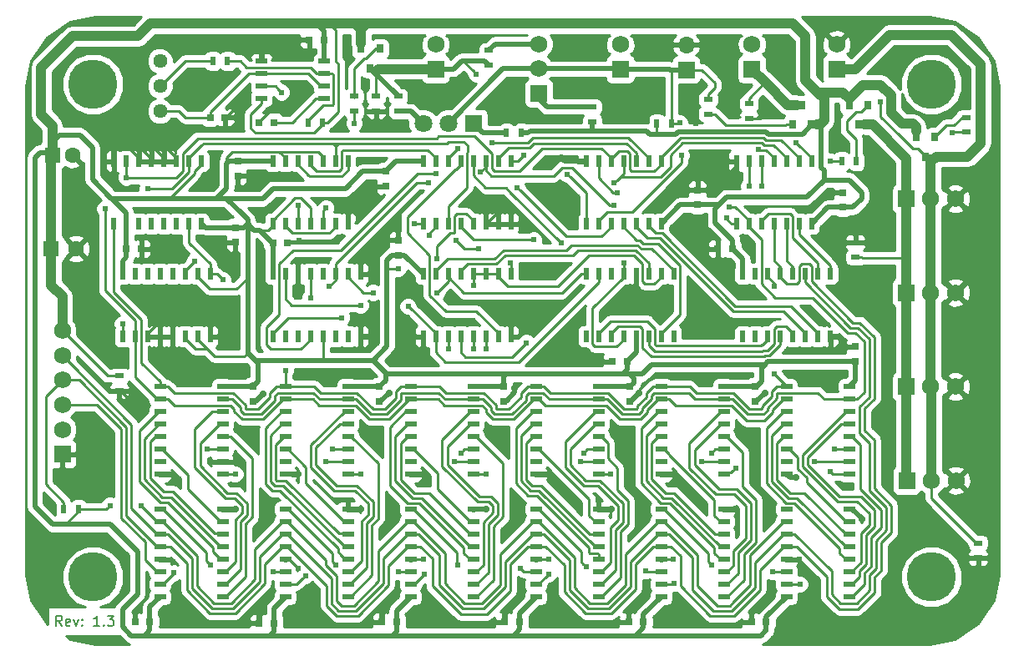
<source format=gbr>
G04 #@! TF.FileFunction,Copper,L1,Top,Signal*
%FSLAX46Y46*%
G04 Gerber Fmt 4.6, Leading zero omitted, Abs format (unit mm)*
G04 Created by KiCad (PCBNEW 4.0.5) date 03/30/17 16:26:28*
%MOMM*%
%LPD*%
G01*
G04 APERTURE LIST*
%ADD10C,0.100000*%
%ADD11C,0.200000*%
%ADD12R,1.143000X0.508000*%
%ADD13C,5.000000*%
%ADD14R,0.800000X0.750000*%
%ADD15R,0.750000X0.800000*%
%ADD16R,1.600000X1.600000*%
%ADD17C,1.600000*%
%ADD18R,1.800000X1.800000*%
%ADD19C,1.800000*%
%ADD20R,1.750000X1.750000*%
%ADD21C,1.750000*%
%ADD22R,1.700000X1.700000*%
%ADD23O,1.700000X1.700000*%
%ADD24R,0.800000X0.900000*%
%ADD25R,0.500000X0.900000*%
%ADD26R,0.900000X0.500000*%
%ADD27C,1.440000*%
%ADD28R,0.508000X1.143000*%
%ADD29C,0.609600*%
%ADD30C,0.700000*%
%ADD31C,0.254000*%
%ADD32C,0.508000*%
%ADD33C,1.016000*%
G04 APERTURE END LIST*
D10*
D11*
X104370477Y-147454881D02*
X104037143Y-146978690D01*
X103799048Y-147454881D02*
X103799048Y-146454881D01*
X104180001Y-146454881D01*
X104275239Y-146502500D01*
X104322858Y-146550119D01*
X104370477Y-146645357D01*
X104370477Y-146788214D01*
X104322858Y-146883452D01*
X104275239Y-146931071D01*
X104180001Y-146978690D01*
X103799048Y-146978690D01*
X105180001Y-147407262D02*
X105084763Y-147454881D01*
X104894286Y-147454881D01*
X104799048Y-147407262D01*
X104751429Y-147312024D01*
X104751429Y-146931071D01*
X104799048Y-146835833D01*
X104894286Y-146788214D01*
X105084763Y-146788214D01*
X105180001Y-146835833D01*
X105227620Y-146931071D01*
X105227620Y-147026310D01*
X104751429Y-147121548D01*
X105560953Y-146788214D02*
X105799048Y-147454881D01*
X106037144Y-146788214D01*
X106418096Y-147359643D02*
X106465715Y-147407262D01*
X106418096Y-147454881D01*
X106370477Y-147407262D01*
X106418096Y-147359643D01*
X106418096Y-147454881D01*
X106418096Y-146835833D02*
X106465715Y-146883452D01*
X106418096Y-146931071D01*
X106370477Y-146883452D01*
X106418096Y-146835833D01*
X106418096Y-146931071D01*
X108180001Y-147454881D02*
X107608572Y-147454881D01*
X107894286Y-147454881D02*
X107894286Y-146454881D01*
X107799048Y-146597738D01*
X107703810Y-146692976D01*
X107608572Y-146740595D01*
X108608572Y-147359643D02*
X108656191Y-147407262D01*
X108608572Y-147454881D01*
X108560953Y-147407262D01*
X108608572Y-147359643D01*
X108608572Y-147454881D01*
X108989524Y-146454881D02*
X109608572Y-146454881D01*
X109275238Y-146835833D01*
X109418096Y-146835833D01*
X109513334Y-146883452D01*
X109560953Y-146931071D01*
X109608572Y-147026310D01*
X109608572Y-147264405D01*
X109560953Y-147359643D01*
X109513334Y-147407262D01*
X109418096Y-147454881D01*
X109132381Y-147454881D01*
X109037143Y-147407262D01*
X108989524Y-147359643D01*
D12*
X177800000Y-144526000D03*
X177800000Y-141986000D03*
X177800000Y-140716000D03*
X177800000Y-139446000D03*
X177800000Y-138176000D03*
X177800000Y-136906000D03*
X177800000Y-135636000D03*
X184150000Y-135636000D03*
X184150000Y-136906000D03*
X184150000Y-138176000D03*
X184150000Y-139446000D03*
X184150000Y-140716000D03*
X184150000Y-141986000D03*
X184150000Y-143256000D03*
X184150000Y-144526000D03*
X177800000Y-143256000D03*
X165100000Y-144526000D03*
X165100000Y-141986000D03*
X165100000Y-140716000D03*
X165100000Y-139446000D03*
X165100000Y-138176000D03*
X165100000Y-136906000D03*
X165100000Y-135636000D03*
X171450000Y-135636000D03*
X171450000Y-136906000D03*
X171450000Y-138176000D03*
X171450000Y-139446000D03*
X171450000Y-140716000D03*
X171450000Y-141986000D03*
X171450000Y-143256000D03*
X171450000Y-144526000D03*
X165100000Y-143256000D03*
X152400000Y-144526000D03*
X152400000Y-141986000D03*
X152400000Y-140716000D03*
X152400000Y-139446000D03*
X152400000Y-138176000D03*
X152400000Y-136906000D03*
X152400000Y-135636000D03*
X158750000Y-135636000D03*
X158750000Y-136906000D03*
X158750000Y-138176000D03*
X158750000Y-139446000D03*
X158750000Y-140716000D03*
X158750000Y-141986000D03*
X158750000Y-143256000D03*
X158750000Y-144526000D03*
X152400000Y-143256000D03*
X139700000Y-144526000D03*
X139700000Y-141986000D03*
X139700000Y-140716000D03*
X139700000Y-139446000D03*
X139700000Y-138176000D03*
X139700000Y-136906000D03*
X139700000Y-135636000D03*
X146050000Y-135636000D03*
X146050000Y-136906000D03*
X146050000Y-138176000D03*
X146050000Y-139446000D03*
X146050000Y-140716000D03*
X146050000Y-141986000D03*
X146050000Y-143256000D03*
X146050000Y-144526000D03*
X139700000Y-143256000D03*
D13*
X192500000Y-92500000D03*
D12*
X130937000Y-90170000D03*
X130937000Y-91440000D03*
X130937000Y-92710000D03*
X130937000Y-93980000D03*
X124587000Y-93980000D03*
X124587000Y-92710000D03*
X124587000Y-91440000D03*
X124587000Y-90170000D03*
D13*
X107500000Y-92500000D03*
X192500000Y-142500000D03*
D14*
X125845000Y-96393000D03*
X124345000Y-96393000D03*
X130925000Y-88011000D03*
X129425000Y-88011000D03*
X119392000Y-95885000D03*
X120892000Y-95885000D03*
D15*
X122174000Y-101830000D03*
X122174000Y-100330000D03*
X137160000Y-101370000D03*
X137160000Y-102870000D03*
X168783000Y-103263000D03*
X168783000Y-104763000D03*
X121920000Y-108561000D03*
X121920000Y-107061000D03*
X183515000Y-103505000D03*
X183515000Y-105005000D03*
D14*
X112395000Y-109220000D03*
X110895000Y-109220000D03*
X127230000Y-108585000D03*
X125730000Y-108585000D03*
X170827000Y-109220000D03*
X172327000Y-109220000D03*
X160135000Y-120650000D03*
X161635000Y-120650000D03*
D15*
X138430000Y-108355000D03*
X138430000Y-109855000D03*
D14*
X113272000Y-147066000D03*
X111772000Y-147066000D03*
D15*
X123698000Y-124690000D03*
X123698000Y-123190000D03*
D14*
X125857000Y-147193000D03*
X124357000Y-147193000D03*
D15*
X136525000Y-124690000D03*
X136525000Y-123190000D03*
D14*
X138291000Y-147066000D03*
X136791000Y-147066000D03*
D15*
X149098000Y-124690000D03*
X149098000Y-123190000D03*
D14*
X150749000Y-147066000D03*
X149249000Y-147066000D03*
D15*
X161925000Y-124690000D03*
X161925000Y-123190000D03*
D14*
X163310000Y-147066000D03*
X161810000Y-147066000D03*
D15*
X174625000Y-124690000D03*
X174625000Y-123190000D03*
D14*
X175756000Y-147066000D03*
X174256000Y-147066000D03*
D15*
X184785000Y-119150000D03*
X184785000Y-120650000D03*
D16*
X103291000Y-109220000D03*
D17*
X105791000Y-109220000D03*
D16*
X103410000Y-99695000D03*
D17*
X105410000Y-99695000D03*
D18*
X146050000Y-96520000D03*
D19*
X143510000Y-96520000D03*
X140970000Y-96520000D03*
D20*
X152717500Y-93439286D03*
D21*
X152717500Y-90939286D03*
X152717500Y-88439286D03*
D20*
X142240000Y-91000000D03*
D21*
X142240000Y-88500000D03*
D20*
X160972500Y-91000000D03*
D21*
X160972500Y-88500000D03*
D22*
X167640000Y-91059000D03*
D23*
X167640000Y-88519000D03*
D20*
X182880000Y-91000000D03*
D21*
X182880000Y-88500000D03*
D20*
X174307500Y-91000000D03*
D21*
X174307500Y-88500000D03*
D20*
X104394000Y-130048000D03*
D21*
X104394000Y-127548000D03*
X104394000Y-125048000D03*
X104394000Y-122548000D03*
X104394000Y-120048000D03*
X104394000Y-117548000D03*
D20*
X189945000Y-104140000D03*
D21*
X192445000Y-104140000D03*
X194945000Y-104140000D03*
D20*
X189945000Y-113665000D03*
D21*
X192445000Y-113665000D03*
X194945000Y-113665000D03*
D20*
X189945000Y-123190000D03*
D21*
X192445000Y-123190000D03*
X194945000Y-123190000D03*
D20*
X190000000Y-132715000D03*
D21*
X192500000Y-132715000D03*
X195000000Y-132715000D03*
D24*
X136579000Y-88916000D03*
X134679000Y-88916000D03*
X135629000Y-90916000D03*
X178437500Y-96615000D03*
X180337500Y-96615000D03*
X179387500Y-94615000D03*
X192847000Y-97885000D03*
X190947000Y-97885000D03*
X191897000Y-99885000D03*
X186055000Y-94615000D03*
X184155000Y-94615000D03*
X185105000Y-96615000D03*
D25*
X130798000Y-96393000D03*
X129298000Y-96393000D03*
X119646000Y-90170000D03*
X121146000Y-90170000D03*
X104545000Y-135636000D03*
X106045000Y-135636000D03*
D26*
X133985000Y-93750000D03*
X133985000Y-95250000D03*
X136207500Y-95250000D03*
X136207500Y-93750000D03*
X138430000Y-95250000D03*
X138430000Y-93750000D03*
D25*
X149427500Y-97472500D03*
X150927500Y-97472500D03*
D26*
X158115000Y-94817500D03*
X158115000Y-96317500D03*
X147637500Y-89102500D03*
X147637500Y-90602500D03*
D25*
X164667500Y-96520000D03*
X166167500Y-96520000D03*
D26*
X169862500Y-95567500D03*
X169862500Y-94067500D03*
X196024500Y-95897000D03*
X196024500Y-97397000D03*
X173990000Y-96000000D03*
X173990000Y-94500000D03*
X197231000Y-140565000D03*
X197231000Y-139065000D03*
X110172500Y-122122500D03*
X110172500Y-123622500D03*
D25*
X184900000Y-100330000D03*
X183400000Y-100330000D03*
D26*
X184785000Y-110097000D03*
X184785000Y-108597000D03*
D27*
X114300000Y-95250000D03*
X114300000Y-92710000D03*
X114300000Y-90170000D03*
D28*
X125730000Y-106680000D03*
X127000000Y-106680000D03*
X128270000Y-106680000D03*
X129540000Y-106680000D03*
X130810000Y-106680000D03*
X132080000Y-106680000D03*
X133350000Y-106680000D03*
X133350000Y-100330000D03*
X132080000Y-100330000D03*
X129540000Y-100330000D03*
X128270000Y-100330000D03*
X127000000Y-100330000D03*
X125730000Y-100330000D03*
X130810000Y-100330000D03*
X140970000Y-100330000D03*
X143510000Y-100330000D03*
X144780000Y-100330000D03*
X146050000Y-100330000D03*
X147320000Y-100330000D03*
X148590000Y-100330000D03*
X149860000Y-100330000D03*
X149860000Y-106680000D03*
X148590000Y-106680000D03*
X147320000Y-106680000D03*
X146050000Y-106680000D03*
X144780000Y-106680000D03*
X143510000Y-106680000D03*
X142240000Y-106680000D03*
X140970000Y-106680000D03*
X142240000Y-100330000D03*
X165100000Y-100330000D03*
X163830000Y-100330000D03*
X162560000Y-100330000D03*
X161290000Y-100330000D03*
X160020000Y-100330000D03*
X158750000Y-100330000D03*
X157480000Y-100330000D03*
X157480000Y-106680000D03*
X158750000Y-106680000D03*
X161290000Y-106680000D03*
X162560000Y-106680000D03*
X163830000Y-106680000D03*
X165100000Y-106680000D03*
X160020000Y-106680000D03*
X118491000Y-106680000D03*
X115951000Y-106680000D03*
X114681000Y-106680000D03*
X113411000Y-106680000D03*
X112141000Y-106680000D03*
X110871000Y-106680000D03*
X109601000Y-106680000D03*
X109601000Y-100330000D03*
X110871000Y-100330000D03*
X112141000Y-100330000D03*
X113411000Y-100330000D03*
X114681000Y-100330000D03*
X115951000Y-100330000D03*
X117221000Y-100330000D03*
X118491000Y-100330000D03*
X117221000Y-106680000D03*
X180340000Y-100330000D03*
X179070000Y-100330000D03*
X177800000Y-100330000D03*
X176530000Y-100330000D03*
X175260000Y-100330000D03*
X173990000Y-100330000D03*
X172720000Y-100330000D03*
X172720000Y-106680000D03*
X173990000Y-106680000D03*
X176530000Y-106680000D03*
X177800000Y-106680000D03*
X179070000Y-106680000D03*
X180340000Y-106680000D03*
X175260000Y-106680000D03*
X110490000Y-111760000D03*
X113030000Y-111760000D03*
X114300000Y-111760000D03*
X115570000Y-111760000D03*
X116840000Y-111760000D03*
X118110000Y-111760000D03*
X119380000Y-111760000D03*
X119380000Y-118110000D03*
X118110000Y-118110000D03*
X116840000Y-118110000D03*
X115570000Y-118110000D03*
X114300000Y-118110000D03*
X113030000Y-118110000D03*
X111760000Y-118110000D03*
X110490000Y-118110000D03*
X111760000Y-111760000D03*
X125730000Y-111760000D03*
X128270000Y-111760000D03*
X129540000Y-111760000D03*
X130810000Y-111760000D03*
X132080000Y-111760000D03*
X133350000Y-111760000D03*
X134620000Y-111760000D03*
X134620000Y-118110000D03*
X133350000Y-118110000D03*
X132080000Y-118110000D03*
X130810000Y-118110000D03*
X129540000Y-118110000D03*
X128270000Y-118110000D03*
X127000000Y-118110000D03*
X125730000Y-118110000D03*
X127000000Y-111760000D03*
X173355000Y-111760000D03*
X175895000Y-111760000D03*
X177165000Y-111760000D03*
X178435000Y-111760000D03*
X179705000Y-111760000D03*
X180975000Y-111760000D03*
X182245000Y-111760000D03*
X182245000Y-118110000D03*
X180975000Y-118110000D03*
X179705000Y-118110000D03*
X178435000Y-118110000D03*
X177165000Y-118110000D03*
X175895000Y-118110000D03*
X174625000Y-118110000D03*
X173355000Y-118110000D03*
X174625000Y-111760000D03*
X157480000Y-111760000D03*
X160020000Y-111760000D03*
X161290000Y-111760000D03*
X162560000Y-111760000D03*
X163830000Y-111760000D03*
X165100000Y-111760000D03*
X166370000Y-111760000D03*
X166370000Y-118110000D03*
X165100000Y-118110000D03*
X163830000Y-118110000D03*
X162560000Y-118110000D03*
X161290000Y-118110000D03*
X160020000Y-118110000D03*
X158750000Y-118110000D03*
X157480000Y-118110000D03*
X158750000Y-111760000D03*
X140970000Y-111760000D03*
X143510000Y-111760000D03*
X144780000Y-111760000D03*
X146050000Y-111760000D03*
X147320000Y-111760000D03*
X148590000Y-111760000D03*
X149860000Y-111760000D03*
X149860000Y-118110000D03*
X148590000Y-118110000D03*
X147320000Y-118110000D03*
X146050000Y-118110000D03*
X144780000Y-118110000D03*
X143510000Y-118110000D03*
X142240000Y-118110000D03*
X140970000Y-118110000D03*
X142240000Y-111760000D03*
D12*
X114300000Y-144526000D03*
X114300000Y-141986000D03*
X114300000Y-140716000D03*
X114300000Y-139446000D03*
X114300000Y-138176000D03*
X114300000Y-136906000D03*
X114300000Y-135636000D03*
X120650000Y-135636000D03*
X120650000Y-136906000D03*
X120650000Y-138176000D03*
X120650000Y-139446000D03*
X120650000Y-140716000D03*
X120650000Y-141986000D03*
X120650000Y-143256000D03*
X120650000Y-144526000D03*
X114300000Y-143256000D03*
X120650000Y-123190000D03*
X120650000Y-125730000D03*
X120650000Y-127000000D03*
X120650000Y-128270000D03*
X120650000Y-129540000D03*
X120650000Y-130810000D03*
X120650000Y-132080000D03*
X114300000Y-132080000D03*
X114300000Y-130810000D03*
X114300000Y-129540000D03*
X114300000Y-128270000D03*
X114300000Y-127000000D03*
X114300000Y-125730000D03*
X114300000Y-124460000D03*
X114300000Y-123190000D03*
X120650000Y-124460000D03*
X127000000Y-144526000D03*
X127000000Y-141986000D03*
X127000000Y-140716000D03*
X127000000Y-139446000D03*
X127000000Y-138176000D03*
X127000000Y-136906000D03*
X127000000Y-135636000D03*
X133350000Y-135636000D03*
X133350000Y-136906000D03*
X133350000Y-138176000D03*
X133350000Y-139446000D03*
X133350000Y-140716000D03*
X133350000Y-141986000D03*
X133350000Y-143256000D03*
X133350000Y-144526000D03*
X127000000Y-143256000D03*
X133350000Y-123190000D03*
X133350000Y-125730000D03*
X133350000Y-127000000D03*
X133350000Y-128270000D03*
X133350000Y-129540000D03*
X133350000Y-130810000D03*
X133350000Y-132080000D03*
X127000000Y-132080000D03*
X127000000Y-130810000D03*
X127000000Y-129540000D03*
X127000000Y-128270000D03*
X127000000Y-127000000D03*
X127000000Y-125730000D03*
X127000000Y-124460000D03*
X127000000Y-123190000D03*
X133350000Y-124460000D03*
X146050000Y-123190000D03*
X146050000Y-125730000D03*
X146050000Y-127000000D03*
X146050000Y-128270000D03*
X146050000Y-129540000D03*
X146050000Y-130810000D03*
X146050000Y-132080000D03*
X139700000Y-132080000D03*
X139700000Y-130810000D03*
X139700000Y-129540000D03*
X139700000Y-128270000D03*
X139700000Y-127000000D03*
X139700000Y-125730000D03*
X139700000Y-124460000D03*
X139700000Y-123190000D03*
X146050000Y-124460000D03*
X158750000Y-123190000D03*
X158750000Y-125730000D03*
X158750000Y-127000000D03*
X158750000Y-128270000D03*
X158750000Y-129540000D03*
X158750000Y-130810000D03*
X158750000Y-132080000D03*
X152400000Y-132080000D03*
X152400000Y-130810000D03*
X152400000Y-129540000D03*
X152400000Y-128270000D03*
X152400000Y-127000000D03*
X152400000Y-125730000D03*
X152400000Y-124460000D03*
X152400000Y-123190000D03*
X158750000Y-124460000D03*
X171450000Y-123190000D03*
X171450000Y-125730000D03*
X171450000Y-127000000D03*
X171450000Y-128270000D03*
X171450000Y-129540000D03*
X171450000Y-130810000D03*
X171450000Y-132080000D03*
X165100000Y-132080000D03*
X165100000Y-130810000D03*
X165100000Y-129540000D03*
X165100000Y-128270000D03*
X165100000Y-127000000D03*
X165100000Y-125730000D03*
X165100000Y-124460000D03*
X165100000Y-123190000D03*
X171450000Y-124460000D03*
X184150000Y-123190000D03*
X184150000Y-125730000D03*
X184150000Y-127000000D03*
X184150000Y-128270000D03*
X184150000Y-129540000D03*
X184150000Y-130810000D03*
X184150000Y-132080000D03*
X177800000Y-132080000D03*
X177800000Y-130810000D03*
X177800000Y-129540000D03*
X177800000Y-128270000D03*
X177800000Y-127000000D03*
X177800000Y-125730000D03*
X177800000Y-124460000D03*
X177800000Y-123190000D03*
X184150000Y-124460000D03*
D13*
X107500000Y-142500000D03*
D29*
X120332500Y-108267500D03*
X109220000Y-148907500D03*
X169227500Y-92710000D03*
X118745000Y-101917500D03*
X123507500Y-101917500D03*
X136842504Y-107632500D03*
X125095000Y-113665000D03*
X183832500Y-133350000D03*
X175895000Y-136207500D03*
X163195000Y-136207500D03*
X149225000Y-127952500D03*
X150495000Y-136525000D03*
X137160000Y-137160000D03*
X135890000Y-127952500D03*
X103187500Y-135255000D03*
X102552500Y-140017500D03*
X123190000Y-128587500D03*
X125095000Y-135255000D03*
X188277500Y-90170000D03*
X132397500Y-97155000D03*
X135255000Y-100330000D03*
X124777500Y-105410000D03*
X120650000Y-105727500D03*
X152717500Y-103187500D03*
X168592500Y-96520000D03*
X155892500Y-92392500D03*
X150812500Y-95885000D03*
X131127500Y-121920000D03*
X152400000Y-111760000D03*
X169545000Y-122237500D03*
X169545000Y-114935000D03*
X181610000Y-122237500D03*
X180975000Y-116205000D03*
X173990000Y-109220000D03*
X183515000Y-98742500D03*
X175895000Y-95250000D03*
X177800000Y-89535000D03*
X157480000Y-89217500D03*
X141605000Y-93662500D03*
X133032500Y-88582500D03*
X139000000Y-88500000D03*
X145000000Y-88500000D03*
X118500000Y-92500000D03*
X122000000Y-130500000D03*
D30*
X149500000Y-105000000D03*
X155000000Y-100000000D03*
D29*
X176530000Y-113029996D03*
X166365192Y-140716000D03*
X115570000Y-140970000D03*
D30*
X178780704Y-132418868D03*
D29*
X135890000Y-111760000D03*
D30*
X135890000Y-118110000D03*
X172085000Y-101600000D03*
D29*
X170180000Y-103187500D03*
X136000000Y-102500000D03*
X171500000Y-111000000D03*
X128397000Y-108331000D03*
D30*
X172623990Y-135644898D03*
D29*
X136207500Y-96520000D03*
X197167500Y-141922500D03*
X121920000Y-94932500D03*
X125412500Y-95250000D03*
D30*
X124777500Y-88900000D03*
D29*
X111125000Y-124460000D03*
D30*
X133350000Y-105410000D03*
X109601000Y-99060000D03*
X119380000Y-116205000D03*
D29*
X113665000Y-109220000D03*
X140970000Y-119380000D03*
D30*
X149860000Y-116205000D03*
X162560000Y-113665000D03*
D29*
X158750000Y-120650000D03*
X184785000Y-107188000D03*
X182118000Y-103505000D03*
D30*
X183388000Y-118618000D03*
X185420000Y-136652000D03*
D29*
X140970000Y-140716000D03*
X153670000Y-140716000D03*
X179070000Y-140716000D03*
D30*
X160020000Y-135636000D03*
X147320000Y-135636000D03*
X153670002Y-132080000D03*
X166370000Y-132079998D03*
X140969998Y-132080000D03*
X115570000Y-132080000D03*
X128269996Y-132080000D03*
X134620001Y-135636000D03*
X175608470Y-123825000D03*
X162849313Y-123841145D03*
X150241000Y-123316994D03*
X137508462Y-123825000D03*
D29*
X128270000Y-141605000D03*
D30*
X174244000Y-146050000D03*
X161798000Y-146050000D03*
X149225002Y-146050000D03*
X136779000Y-146050000D03*
X124333000Y-146050000D03*
X111760000Y-146050000D03*
X124714000Y-123952000D03*
X121920000Y-135636000D03*
D29*
X127952500Y-113665000D03*
X112395000Y-135255000D03*
X109220000Y-135255006D03*
X138430000Y-111252000D03*
X142367000Y-110236000D03*
X167005000Y-96469168D03*
X167168471Y-99745810D03*
X150500000Y-103000000D03*
X146367500Y-91503494D03*
X187325000Y-94297500D03*
X151130000Y-99741010D03*
X171767500Y-106045000D03*
X160337500Y-104775000D03*
X142240000Y-101553990D03*
X146798386Y-101447592D03*
X149816224Y-110667821D03*
X146558000Y-109223800D03*
X144272000Y-108326195D03*
X133985008Y-96520000D03*
X155575000Y-101650821D03*
X194627500Y-97472500D03*
X152173063Y-108314190D03*
X182245000Y-100330000D03*
X140068310Y-106680000D03*
X128270000Y-104775008D03*
X126619018Y-93345000D03*
X131127500Y-105092500D03*
X141604905Y-107886111D03*
X113030000Y-103124000D03*
X108712000Y-105156000D03*
X144462482Y-99060000D03*
X147955000Y-98425000D03*
X173990000Y-102870000D03*
X154940000Y-108586008D03*
X161290000Y-110617000D03*
X110871000Y-101981000D03*
X117792500Y-110490000D03*
X160337500Y-102552500D03*
X171999992Y-105000000D03*
X160655000Y-103504980D03*
X175260000Y-102870000D03*
X127000000Y-121539022D03*
X129540000Y-114173000D03*
X176530000Y-121919996D03*
X178752500Y-98425000D03*
X141500000Y-102500000D03*
X120650000Y-112348990D03*
X131445000Y-113030000D03*
X175004257Y-99168116D03*
X110490000Y-116840000D03*
X142367000Y-113665000D03*
X135890000Y-113665000D03*
X146050000Y-112979190D03*
X132715000Y-116205000D03*
X139445994Y-115062000D03*
X134620000Y-114935000D03*
X159969190Y-132080000D03*
X169227500Y-130810000D03*
X147320000Y-119379994D03*
X172669190Y-131445000D03*
X180657500Y-130810000D03*
X146050000Y-119380000D03*
X151447500Y-118744994D03*
X182245000Y-131825998D03*
X156895810Y-130810000D03*
X143510000Y-119380000D03*
X147320000Y-132080000D03*
X119380000Y-141287506D03*
X125730016Y-141986000D03*
X119062500Y-129540000D03*
X115702985Y-142107015D03*
X131127500Y-130809994D03*
X121920001Y-132079999D03*
X132080000Y-141287500D03*
X138430000Y-141986000D03*
X131762500Y-129540000D03*
X129032000Y-142367000D03*
X144145000Y-130810000D03*
X134620000Y-132080000D03*
X150812500Y-141605000D03*
X144462500Y-141287500D03*
X141096992Y-142240000D03*
X144780000Y-129921000D03*
X163512500Y-141922500D03*
X157500000Y-141499936D03*
X153670000Y-142240000D03*
X157226000Y-129921000D03*
X170180000Y-141287500D03*
X176403000Y-141986002D03*
X166370000Y-143192500D03*
X170180000Y-129921000D03*
X179197000Y-143256000D03*
X182672010Y-129546686D03*
D31*
X125845000Y-96393000D02*
X127698500Y-96393000D01*
X127698500Y-96393000D02*
X130111500Y-93980000D01*
X130111500Y-93980000D02*
X130937000Y-93980000D01*
X120626000Y-108561000D02*
X120332500Y-108267500D01*
X121920000Y-108561000D02*
X120626000Y-108561000D01*
X123420000Y-101830000D02*
X123507500Y-101917500D01*
X122174000Y-101830000D02*
X123420000Y-101830000D01*
X137565004Y-108355000D02*
X137147303Y-107937299D01*
X137147303Y-107937299D02*
X136842504Y-107632500D01*
X138430000Y-108355000D02*
X137565004Y-108355000D01*
X175590201Y-95554799D02*
X175895000Y-95250000D01*
X175145000Y-96000000D02*
X175590201Y-95554799D01*
X173990000Y-96000000D02*
X175145000Y-96000000D01*
X120650000Y-130810000D02*
X121690000Y-130810000D01*
X121690000Y-130810000D02*
X122000000Y-130500000D01*
X148590000Y-105410000D02*
X147320000Y-106680000D01*
X149000000Y-105000000D02*
X148590000Y-105410000D01*
X148590000Y-105410000D02*
X148590000Y-106680000D01*
X149500000Y-105000000D02*
X149000000Y-105000000D01*
D32*
X149860000Y-106680000D02*
X149860000Y-105360000D01*
X149860000Y-105360000D02*
X149500000Y-105000000D01*
X157480000Y-100330000D02*
X155330000Y-100330000D01*
X155330000Y-100330000D02*
X155000000Y-100000000D01*
D31*
X176530000Y-112712500D02*
X176530000Y-113029996D01*
X175895000Y-112077500D02*
X176530000Y-112712500D01*
X175895000Y-111760000D02*
X175895000Y-112077500D01*
X165100000Y-140716000D02*
X166365192Y-140716000D01*
X114300000Y-140716000D02*
X115316000Y-140716000D01*
X115316000Y-140716000D02*
X115570000Y-140970000D01*
D32*
X177800000Y-132080000D02*
X178138868Y-132418868D01*
X178138868Y-132418868D02*
X178285730Y-132418868D01*
X178285730Y-132418868D02*
X178780704Y-132418868D01*
D31*
X134620000Y-111760000D02*
X135890000Y-111760000D01*
D32*
X134620000Y-118110000D02*
X135890000Y-118110000D01*
X172720000Y-100965000D02*
X172720000Y-100330000D01*
X172085000Y-101600000D02*
X172720000Y-100965000D01*
D31*
X168783000Y-103263000D02*
X170104500Y-103263000D01*
X170104500Y-103263000D02*
X170180000Y-103187500D01*
X137160000Y-102870000D02*
X136370000Y-102870000D01*
X136370000Y-102870000D02*
X136000000Y-102500000D01*
X171200001Y-110700001D02*
X171500000Y-111000000D01*
X170827000Y-110327000D02*
X171200001Y-110700001D01*
X170827000Y-109220000D02*
X170827000Y-110327000D01*
X127230000Y-108585000D02*
X128143000Y-108585000D01*
X128143000Y-108585000D02*
X128397000Y-108331000D01*
D32*
X124587000Y-90170000D02*
X124587000Y-89090500D01*
D31*
X124587000Y-90170000D02*
X124587000Y-89916000D01*
D32*
X172615092Y-135636000D02*
X172623990Y-135644898D01*
X171450000Y-135636000D02*
X172615092Y-135636000D01*
X124587000Y-89090500D02*
X124777500Y-88900000D01*
D31*
X136207500Y-95250000D02*
X136207500Y-96520000D01*
X197231000Y-141859000D02*
X197167500Y-141922500D01*
X197231000Y-140565000D02*
X197231000Y-141859000D01*
X129425000Y-88011000D02*
X125666500Y-88011000D01*
X125666500Y-88011000D02*
X124777500Y-88900000D01*
X120892000Y-95885000D02*
X120967500Y-95885000D01*
X120967500Y-95885000D02*
X121920000Y-94932500D01*
X124345000Y-96393000D02*
X124345000Y-96317500D01*
X124345000Y-96317500D02*
X125412500Y-95250000D01*
X110172500Y-123622500D02*
X110287500Y-123622500D01*
X110287500Y-123622500D02*
X111125000Y-124460000D01*
D32*
X133350000Y-106680000D02*
X133350000Y-105410000D01*
D31*
X113728500Y-99060000D02*
X114998500Y-99060000D01*
X114998500Y-99060000D02*
X115951000Y-100012500D01*
X115951000Y-100012500D02*
X115951000Y-100330000D01*
X112395000Y-99060000D02*
X113728500Y-99060000D01*
X113728500Y-99060000D02*
X114681000Y-100012500D01*
X114681000Y-100012500D02*
X114681000Y-100330000D01*
X112141000Y-99060000D02*
X111188500Y-99060000D01*
X113411000Y-100076000D02*
X112395000Y-99060000D01*
X112395000Y-99060000D02*
X112141000Y-99060000D01*
X113411000Y-100330000D02*
X113411000Y-100076000D01*
X110095974Y-99060000D02*
X109601000Y-99060000D01*
X111188500Y-99060000D02*
X110095974Y-99060000D01*
X112141000Y-100012500D02*
X111188500Y-99060000D01*
X112141000Y-100330000D02*
X112141000Y-100012500D01*
D32*
X109601000Y-100330000D02*
X109601000Y-99060000D01*
D31*
X127230000Y-108585000D02*
X127230000Y-108434000D01*
X116522500Y-116840000D02*
X118745000Y-116840000D01*
X118745000Y-116840000D02*
X118872000Y-116713000D01*
X118872000Y-116713000D02*
X119380000Y-116205000D01*
D32*
X119380000Y-118110000D02*
X119380000Y-116840000D01*
X119380000Y-116840000D02*
X119380000Y-116205000D01*
D31*
X112395000Y-109220000D02*
X113665000Y-109220000D01*
X113982500Y-116840000D02*
X115252500Y-116840000D01*
X113030000Y-118110000D02*
X113030000Y-117792500D01*
X113030000Y-117792500D02*
X113982500Y-116840000D01*
X115252500Y-116840000D02*
X116522500Y-116840000D01*
X114300000Y-118110000D02*
X114300000Y-117792500D01*
X119380000Y-118110000D02*
X119380000Y-117792500D01*
X115570000Y-117792500D02*
X115570000Y-118110000D01*
X140970000Y-118110000D02*
X140970000Y-119380000D01*
D32*
X149860000Y-118110000D02*
X149860000Y-116205000D01*
X162560000Y-111760000D02*
X162560000Y-113665000D01*
D31*
X160135000Y-120650000D02*
X158750000Y-120650000D01*
X184785000Y-108597000D02*
X184785000Y-107188000D01*
X183515000Y-103505000D02*
X182118000Y-103505000D01*
X184785000Y-119150000D02*
X183920000Y-119150000D01*
X183920000Y-119150000D02*
X183388000Y-118618000D01*
D32*
X183388000Y-118491000D02*
X183388000Y-118618000D01*
X183007000Y-118110000D02*
X183388000Y-118491000D01*
X182245000Y-118110000D02*
X183007000Y-118110000D01*
X184467500Y-135636000D02*
X185420000Y-136588500D01*
X185420000Y-136588500D02*
X185420000Y-136652000D01*
X184150000Y-135636000D02*
X184467500Y-135636000D01*
D31*
X139700000Y-140716000D02*
X140970000Y-140716000D01*
X152400000Y-140716000D02*
X153670000Y-140716000D01*
X177800000Y-140716000D02*
X179070000Y-140716000D01*
D32*
X158750000Y-135636000D02*
X160020000Y-135636000D01*
X146050000Y-135636000D02*
X147320000Y-135636000D01*
X152400000Y-132080000D02*
X153670002Y-132080000D01*
X166369998Y-132080000D02*
X166370000Y-132079998D01*
X165100000Y-132080000D02*
X166369998Y-132080000D01*
X139700000Y-132080000D02*
X140969998Y-132080000D01*
X115443000Y-132080000D02*
X115570000Y-132080000D01*
X115316000Y-132080000D02*
X115443000Y-132080000D01*
X114300000Y-132080000D02*
X115443000Y-132080000D01*
X127000000Y-132080000D02*
X128269996Y-132080000D01*
X133350000Y-135636000D02*
X134620001Y-135636000D01*
X174625000Y-124690000D02*
X174743470Y-124690000D01*
X174743470Y-124690000D02*
X175608470Y-123825000D01*
X161925000Y-124690000D02*
X162000458Y-124690000D01*
X162000458Y-124690000D02*
X162849313Y-123841145D01*
X149362968Y-124690000D02*
X150241000Y-123811968D01*
X149098000Y-124690000D02*
X149362968Y-124690000D01*
X150241000Y-123811968D02*
X150241000Y-123316994D01*
X136525000Y-124690000D02*
X136643462Y-124690000D01*
X136643462Y-124690000D02*
X137508462Y-123825000D01*
D31*
X127000000Y-140716000D02*
X127381000Y-140716000D01*
X127381000Y-140716000D02*
X128270000Y-141605000D01*
D32*
X174256000Y-146062000D02*
X174244000Y-146050000D01*
X174256000Y-147066000D02*
X174256000Y-146062000D01*
X161810000Y-146062000D02*
X161798000Y-146050000D01*
X161810000Y-147066000D02*
X161810000Y-146062000D01*
X149249000Y-146073998D02*
X149225002Y-146050000D01*
X149249000Y-147066000D02*
X149249000Y-146073998D01*
X136791000Y-146062000D02*
X136779000Y-146050000D01*
X136791000Y-147066000D02*
X136791000Y-146062000D01*
X124357000Y-146074000D02*
X124333000Y-146050000D01*
X124357000Y-147193000D02*
X124357000Y-146074000D01*
X111772000Y-147066000D02*
X111772000Y-146062000D01*
X111772000Y-146062000D02*
X111760000Y-146050000D01*
X123976000Y-124690000D02*
X124714000Y-123952000D01*
X123698000Y-124690000D02*
X123976000Y-124690000D01*
X120650000Y-135636000D02*
X121920000Y-135636000D01*
D31*
X109601000Y-100330000D02*
X109601000Y-100012500D01*
X128270000Y-113347500D02*
X127952500Y-113665000D01*
X128270000Y-111760000D02*
X128270000Y-113347500D01*
D33*
X129540000Y-86360000D02*
X113347500Y-86360000D01*
X113347500Y-86360000D02*
X112077500Y-87630000D01*
X112077500Y-87630000D02*
X105410000Y-87630000D01*
X105410000Y-87630000D02*
X102235000Y-90805000D01*
X102235000Y-90805000D02*
X102235000Y-95567500D01*
X102235000Y-95567500D02*
X103410000Y-96742500D01*
X103410000Y-96742500D02*
X103410000Y-98387000D01*
D31*
X117792500Y-101600000D02*
X115252500Y-104140000D01*
X117792500Y-101600000D02*
X117792500Y-101346000D01*
X117792500Y-101346000D02*
X118491000Y-100647500D01*
X118491000Y-100647500D02*
X118491000Y-100330000D01*
D32*
X117856000Y-104140000D02*
X114617500Y-104140000D01*
X114617500Y-104140000D02*
X109410500Y-104140000D01*
D31*
X115252500Y-104140000D02*
X114617500Y-104140000D01*
D32*
X168592500Y-97332802D02*
X166798222Y-97332801D01*
X180337500Y-96665000D02*
X179429500Y-97573000D01*
X169300145Y-97332801D02*
X168592500Y-97332802D01*
X175755300Y-97332802D02*
X168592500Y-97332802D01*
X179429500Y-97573000D02*
X175995498Y-97573000D01*
X180337500Y-96615000D02*
X180337500Y-96665000D01*
X175995498Y-97573000D02*
X175755300Y-97332802D01*
X166558023Y-97573000D02*
X163930500Y-97573000D01*
X166798222Y-97332801D02*
X166558023Y-97573000D01*
X175607670Y-120997670D02*
X175260000Y-121345340D01*
X175260000Y-121345340D02*
X175260000Y-122682000D01*
X175607670Y-120967500D02*
X175607670Y-120997670D01*
X161925000Y-121920000D02*
X163195000Y-121920000D01*
X175607670Y-120967500D02*
X164147500Y-120967500D01*
X164147500Y-120967500D02*
X163195000Y-121920000D01*
X175925170Y-120650000D02*
X175607670Y-120967500D01*
X176530000Y-120650000D02*
X175925170Y-120650000D01*
D31*
X132080000Y-90170000D02*
X132080000Y-86995000D01*
X132080000Y-86995000D02*
X131445000Y-86360000D01*
X132395512Y-90485512D02*
X132080000Y-90170000D01*
X132395512Y-91000000D02*
X132395512Y-90485512D01*
X132395512Y-95299488D02*
X132395512Y-91000000D01*
X132395512Y-91000000D02*
X132395512Y-90895512D01*
X131302000Y-96393000D02*
X132395512Y-95299488D01*
X130798000Y-96393000D02*
X131302000Y-96393000D01*
X164782500Y-136906000D02*
X165100000Y-136906000D01*
X156320999Y-143608301D02*
X157873699Y-145161001D01*
X157873699Y-145161001D02*
X159626302Y-145161000D01*
X161493178Y-140195322D02*
X164782500Y-136906000D01*
X161493178Y-143294124D02*
X161493178Y-140195322D01*
X156320999Y-140509499D02*
X156320999Y-143608301D01*
X159626302Y-145161000D02*
X161493178Y-143294124D01*
X152717500Y-136906000D02*
X156320999Y-140509499D01*
X152400000Y-136906000D02*
X152717500Y-136906000D01*
X128599186Y-104089188D02*
X127942306Y-104089188D01*
X129540000Y-106553000D02*
X129540000Y-105030002D01*
X129540000Y-105030002D02*
X128599186Y-104089188D01*
X127942306Y-104089188D02*
X125730000Y-106301494D01*
X125730000Y-106301494D02*
X125730000Y-106553000D01*
X140017500Y-136906000D02*
X143192500Y-140081000D01*
X152082500Y-136906000D02*
X152400000Y-136906000D01*
X148793177Y-140195323D02*
X152082500Y-136906000D01*
X145173699Y-145161001D02*
X146926301Y-145161001D01*
X148793177Y-143294125D02*
X148793177Y-140195323D01*
X143192500Y-143179802D02*
X145173699Y-145161001D01*
X143192500Y-140081000D02*
X143192500Y-143179802D01*
X139700000Y-136906000D02*
X140017500Y-136906000D01*
X146926301Y-145161001D02*
X148793177Y-143294125D01*
X112395000Y-135318500D02*
X112395000Y-135255000D01*
X113982500Y-136906000D02*
X112395000Y-135318500D01*
X114300000Y-136906000D02*
X113982500Y-136906000D01*
X108915201Y-135559805D02*
X109220000Y-135255006D01*
X108839006Y-135636000D02*
X108915201Y-135559805D01*
X106045000Y-135636000D02*
X108839006Y-135636000D01*
X121526299Y-145161001D02*
X123905962Y-142781338D01*
X126682500Y-136906000D02*
X127000000Y-136906000D01*
X114617500Y-136906000D02*
X118066997Y-140355497D01*
X123905962Y-139682538D02*
X126682500Y-136906000D01*
X123905962Y-142781338D02*
X123905962Y-139682538D01*
X119773699Y-145161001D02*
X121526299Y-145161001D01*
X118066997Y-143454299D02*
X119773699Y-145161001D01*
X114300000Y-136906000D02*
X114617500Y-136906000D01*
X118066997Y-140355497D02*
X118066997Y-143454299D01*
D32*
X170561000Y-105144000D02*
X170942000Y-104763000D01*
X172327000Y-109220000D02*
X172327000Y-108337000D01*
X172327000Y-108337000D02*
X170561000Y-106571000D01*
X170561000Y-106571000D02*
X170561000Y-105144000D01*
X137287000Y-119126000D02*
X137287000Y-111252000D01*
X135890000Y-120523000D02*
X137287000Y-119126000D01*
X141234268Y-121920000D02*
X137287000Y-121920000D01*
X137287000Y-121920000D02*
X137160000Y-121793000D01*
X149860000Y-121920000D02*
X141234268Y-121920000D01*
X136133732Y-120766732D02*
X135890000Y-120523000D01*
X149860000Y-121920000D02*
X159385000Y-121920000D01*
X149352000Y-121920000D02*
X149860000Y-121920000D01*
X149098000Y-122174000D02*
X149352000Y-121920000D01*
X137160000Y-121793000D02*
X137160000Y-122555000D01*
X135890000Y-120523000D02*
X137160000Y-121793000D01*
X159385000Y-121920000D02*
X160655000Y-121920000D01*
X159748000Y-121920000D02*
X159385000Y-121920000D01*
X135890000Y-120523000D02*
X135255000Y-120523000D01*
X135255000Y-120523000D02*
X131318000Y-120523000D01*
X137287000Y-111252000D02*
X137287000Y-110363000D01*
D31*
X138430000Y-111252000D02*
X137287000Y-111252000D01*
D32*
X137287000Y-110363000D02*
X137795000Y-109855000D01*
X160655000Y-121920000D02*
X161036000Y-121920000D01*
X161635000Y-121533000D02*
X161248000Y-121920000D01*
X161248000Y-121920000D02*
X161036000Y-121920000D01*
X161290000Y-121920000D02*
X161925000Y-121920000D01*
X162306000Y-122301000D02*
X161925000Y-121920000D01*
X161036000Y-121920000D02*
X161290000Y-121920000D01*
D33*
X190629500Y-96520000D02*
X190947000Y-96837500D01*
X184150000Y-93980000D02*
X185544500Y-92585500D01*
X185544500Y-92585500D02*
X187325000Y-92585500D01*
X187325000Y-92585500D02*
X188402000Y-93662500D01*
X188402000Y-93662500D02*
X188402000Y-95374500D01*
X188402000Y-95374500D02*
X189547500Y-96520000D01*
X189547500Y-96520000D02*
X190629500Y-96520000D01*
X190947000Y-96837500D02*
X190947000Y-97284500D01*
D32*
X164465000Y-97573000D02*
X163930500Y-97573000D01*
D31*
X164667500Y-97370500D02*
X164465000Y-97573000D01*
X164667500Y-96520000D02*
X164667500Y-97370500D01*
D32*
X163930500Y-97573000D02*
X163639479Y-97281979D01*
X163639479Y-97281979D02*
X159702500Y-97281979D01*
X159702500Y-97281979D02*
X158115000Y-97281979D01*
D33*
X135255000Y-86360000D02*
X178435000Y-86360000D01*
X179705000Y-92075000D02*
X180975000Y-93345000D01*
X178435000Y-86360000D02*
X179705000Y-87630000D01*
X179705000Y-87630000D02*
X179705000Y-92075000D01*
D32*
X181610000Y-102235000D02*
X181610000Y-101282500D01*
X181610000Y-101282500D02*
X181292500Y-100965000D01*
X181292500Y-100965000D02*
X181292500Y-96710000D01*
X181292500Y-96710000D02*
X181197500Y-96615000D01*
D33*
X181610000Y-96202500D02*
X181610000Y-93980000D01*
X181610000Y-93980000D02*
X180975000Y-93345000D01*
X181197500Y-96615000D02*
X181610000Y-96202500D01*
X180880000Y-96615000D02*
X181197500Y-96615000D01*
D32*
X180337500Y-96615000D02*
X180880000Y-96615000D01*
D33*
X183515000Y-93345000D02*
X180975000Y-93345000D01*
X184155000Y-93985000D02*
X183515000Y-93345000D01*
D32*
X184155000Y-94615000D02*
X184155000Y-93985000D01*
X184155000Y-94615000D02*
X184150000Y-94615000D01*
X190947000Y-97885000D02*
X190947000Y-97284500D01*
X126746000Y-103124000D02*
X125730000Y-103124000D01*
X121069802Y-104140000D02*
X124714000Y-104140000D01*
X124714000Y-104140000D02*
X125730000Y-103124000D01*
D31*
X133972302Y-145415000D02*
X136448789Y-142938513D01*
X132222499Y-144922499D02*
X132715000Y-145415000D01*
X131082499Y-141296401D02*
X132222499Y-142436401D01*
X139382500Y-136906000D02*
X139700000Y-136906000D01*
X127142500Y-136825000D02*
X131082499Y-140764999D01*
X132715000Y-145415000D02*
X133972302Y-145415000D01*
X136448789Y-139839711D02*
X139382500Y-136906000D01*
X136448789Y-142938513D02*
X136448789Y-139839711D01*
X132222499Y-142436401D02*
X132222499Y-144922499D01*
X131082499Y-140764999D02*
X131082499Y-141296401D01*
X119062500Y-119380000D02*
X119824500Y-120142000D01*
X119824500Y-120142000D02*
X122809000Y-120142000D01*
X122809000Y-120142000D02*
X123190000Y-119761000D01*
D32*
X124206000Y-120777000D02*
X123698000Y-120269000D01*
X123952000Y-120523000D02*
X123698000Y-120269000D01*
X123698000Y-120269000D02*
X123190000Y-119761000D01*
X123698000Y-123190000D02*
X124206000Y-122682000D01*
X124206000Y-122682000D02*
X124206000Y-120777000D01*
X123190000Y-119761000D02*
X123190000Y-112141000D01*
D31*
X118110000Y-111760000D02*
X118110000Y-112077500D01*
X118110000Y-112077500D02*
X119316500Y-113284000D01*
X119316500Y-113284000D02*
X122047000Y-113284000D01*
X122047000Y-113284000D02*
X123190000Y-112141000D01*
D32*
X123190000Y-112141000D02*
X123190000Y-111125000D01*
X123190000Y-111125000D02*
X123190000Y-106680000D01*
X161635000Y-120650000D02*
X161635000Y-121533000D01*
X185420000Y-103505000D02*
X185420000Y-104140000D01*
X171737002Y-103967998D02*
X179877002Y-103967998D01*
X170942000Y-104763000D02*
X171737002Y-103967998D01*
X179877002Y-103967998D02*
X181610000Y-102235000D01*
X181610000Y-102235000D02*
X184150000Y-102235000D01*
X184150000Y-102235000D02*
X185420000Y-103505000D01*
D33*
X104394000Y-117548000D02*
X104394000Y-114046000D01*
X104394000Y-114046000D02*
X103291000Y-112943000D01*
X135255000Y-86360000D02*
X135253000Y-86360000D01*
X135253000Y-86360000D02*
X134679000Y-86934000D01*
X134679000Y-88396500D02*
X134679000Y-86934000D01*
D32*
X134679000Y-88916000D02*
X134679000Y-88396500D01*
X137160000Y-101370000D02*
X134850000Y-101370000D01*
X134850000Y-101370000D02*
X133096000Y-103124000D01*
X133096000Y-103124000D02*
X126746000Y-103124000D01*
D31*
X172402500Y-145057626D02*
X172045126Y-145415000D01*
X172045126Y-145415000D02*
X170815000Y-145415000D01*
X170815000Y-145415000D02*
X168783020Y-143383020D01*
X168783020Y-143383020D02*
X168783020Y-140271520D01*
X168783020Y-140271520D02*
X165417500Y-136906000D01*
X165417500Y-136906000D02*
X165100000Y-136906000D01*
X172299126Y-145161000D02*
X172402500Y-145057626D01*
X172402500Y-145057626D02*
X174117022Y-143343104D01*
D32*
X157162500Y-97281979D02*
X158115000Y-97281979D01*
X158115000Y-96317500D02*
X158115000Y-97075500D01*
X158115000Y-97075500D02*
X158115000Y-97281979D01*
D31*
X110172500Y-122122500D02*
X108968500Y-122122500D01*
X108968500Y-122122500D02*
X104394000Y-117548000D01*
D32*
X157162500Y-97281979D02*
X151819471Y-97281979D01*
X151819471Y-97281979D02*
X151628950Y-97472500D01*
X151628950Y-97472500D02*
X150927500Y-97472500D01*
D33*
X135255000Y-86360000D02*
X131445000Y-86360000D01*
X131445000Y-86360000D02*
X130492500Y-86360000D01*
D32*
X130937000Y-90170000D02*
X130937000Y-88023000D01*
X130937000Y-88023000D02*
X130925000Y-88011000D01*
X129540000Y-86360000D02*
X130157000Y-86360000D01*
X130157000Y-86360000D02*
X130925000Y-87128000D01*
X130925000Y-87128000D02*
X130925000Y-88011000D01*
D33*
X130492500Y-86360000D02*
X129540000Y-86360000D01*
X130665000Y-86360000D02*
X130492500Y-86360000D01*
D31*
X123963698Y-97472500D02*
X129918500Y-97472500D01*
X129918500Y-97472500D02*
X130798000Y-96593000D01*
X130798000Y-96593000D02*
X130798000Y-96393000D01*
X123507500Y-95567500D02*
X123507500Y-97016302D01*
X123507500Y-97016302D02*
X123963698Y-97472500D01*
X124587000Y-93980000D02*
X124587000Y-94488000D01*
X124587000Y-94488000D02*
X123507500Y-95567500D01*
D33*
X103505000Y-97784000D02*
X103410000Y-97879000D01*
X103410000Y-97879000D02*
X103410000Y-99695000D01*
D32*
X105791000Y-137160000D02*
X104902000Y-137160000D01*
X104902000Y-137160000D02*
X104140000Y-137160000D01*
D31*
X106045000Y-135636000D02*
X106045000Y-135836000D01*
X106045000Y-135836000D02*
X104902000Y-136979000D01*
X104902000Y-136979000D02*
X104902000Y-137160000D01*
D32*
X104140000Y-137160000D02*
X103378000Y-137160000D01*
X109220000Y-137160000D02*
X105791000Y-137160000D01*
X103378000Y-137160000D02*
X101600000Y-135382000D01*
X101600000Y-135382000D02*
X101600000Y-133731000D01*
X112014000Y-139954000D02*
X109220000Y-137160000D01*
D31*
X146050000Y-106680000D02*
X146050000Y-106362500D01*
X146050000Y-106362500D02*
X145351500Y-105664000D01*
X145351500Y-105664000D02*
X144399000Y-105664000D01*
X144399000Y-105664000D02*
X144145000Y-105918000D01*
X144145000Y-105918000D02*
X144145000Y-107569000D01*
X144145000Y-107569000D02*
X144081499Y-107632501D01*
X143700499Y-107632501D02*
X142367000Y-108966000D01*
X144081499Y-107632501D02*
X143700499Y-107632501D01*
X142367000Y-108966000D02*
X142367000Y-110236000D01*
D32*
X122174000Y-100330000D02*
X125730000Y-100330000D01*
X121031000Y-103124000D02*
X121031000Y-100838000D01*
X122174000Y-100330000D02*
X121291000Y-100330000D01*
X121291000Y-100330000D02*
X121031000Y-100590000D01*
X121031000Y-100590000D02*
X121031000Y-100838000D01*
D31*
X130301999Y-99377499D02*
X126238000Y-99377499D01*
X126238000Y-99377499D02*
X121602501Y-99377499D01*
X126364999Y-99377499D02*
X126238000Y-99377499D01*
X127000000Y-100330000D02*
X127000000Y-100012500D01*
X127000000Y-100012500D02*
X126364999Y-99377499D01*
X121412000Y-99568000D02*
X121031000Y-99949000D01*
X130810000Y-100203000D02*
X130810000Y-99885500D01*
X130810000Y-99885500D02*
X130301999Y-99377499D01*
X121602501Y-99377499D02*
X121412000Y-99568000D01*
X125730000Y-106807000D02*
X125222000Y-107315000D01*
X125222000Y-107315000D02*
X124435000Y-107315000D01*
X125730000Y-106553000D02*
X125730000Y-106807000D01*
D32*
X123190000Y-106680000D02*
X123825000Y-107315000D01*
X125705000Y-108585000D02*
X125730000Y-108585000D01*
X123825000Y-107315000D02*
X124435000Y-107315000D01*
X124435000Y-107315000D02*
X125705000Y-108585000D01*
X125730000Y-111760000D02*
X125730000Y-108585000D01*
D31*
X116840000Y-118364000D02*
X117856000Y-119380000D01*
X117856000Y-119380000D02*
X117983000Y-119380000D01*
X116840000Y-118110000D02*
X116840000Y-118364000D01*
X117983000Y-119380000D02*
X119062500Y-119380000D01*
X119062500Y-119380000D02*
X118110000Y-118427500D01*
X118110000Y-118427500D02*
X118110000Y-118110000D01*
D32*
X110895000Y-110103000D02*
X110490000Y-110508000D01*
X110490000Y-110508000D02*
X110490000Y-111760000D01*
X137795000Y-109855000D02*
X138430000Y-109855000D01*
X138430000Y-109855000D02*
X139065000Y-109855000D01*
X139065000Y-109855000D02*
X140970000Y-111760000D01*
X161635000Y-120650000D02*
X162560000Y-119725000D01*
X162560000Y-119725000D02*
X162560000Y-118110000D01*
X163310000Y-147066000D02*
X163310000Y-146316000D01*
X163310000Y-146316000D02*
X165100000Y-144526000D01*
X175756000Y-147066000D02*
X175756000Y-146570000D01*
X175756000Y-146570000D02*
X177800000Y-144526000D01*
D31*
X174117022Y-143343104D02*
X174117022Y-140271478D01*
X177482500Y-136906000D02*
X177800000Y-136906000D01*
X174117022Y-140271478D02*
X177482500Y-136906000D01*
D32*
X150749000Y-147066000D02*
X150749000Y-146177000D01*
X150749000Y-146177000D02*
X152400000Y-144526000D01*
X138291000Y-147066000D02*
X138291000Y-145935000D01*
X138291000Y-145935000D02*
X139700000Y-144526000D01*
X139382500Y-144526000D02*
X139700000Y-144526000D01*
X175260000Y-122682000D02*
X175260000Y-122301000D01*
X174752000Y-123190000D02*
X175260000Y-122682000D01*
X174625000Y-123190000D02*
X174752000Y-123190000D01*
X171450000Y-123190000D02*
X174625000Y-123190000D01*
X161925000Y-123190000D02*
X158750000Y-123190000D01*
X161925000Y-123190000D02*
X162306000Y-122809000D01*
X162306000Y-122809000D02*
X162306000Y-122301000D01*
X149098000Y-123190000D02*
X149098000Y-122174000D01*
X149098000Y-123190000D02*
X146050000Y-123190000D01*
X184785000Y-120650000D02*
X184785000Y-122555000D01*
X184785000Y-122555000D02*
X184150000Y-123190000D01*
X176530000Y-120650000D02*
X184785000Y-120650000D01*
X136525000Y-123190000D02*
X133350000Y-123190000D01*
X137160000Y-122555000D02*
X136525000Y-123190000D01*
X112758000Y-148463000D02*
X111379000Y-148463000D01*
X111379000Y-148463000D02*
X110490000Y-147574000D01*
X110490000Y-147574000D02*
X110490000Y-145796000D01*
X110490000Y-145796000D02*
X112014000Y-144272000D01*
X112014000Y-144272000D02*
X112014000Y-139954000D01*
X125857000Y-147193000D02*
X125857000Y-145669000D01*
X125857000Y-145669000D02*
X127000000Y-144526000D01*
X123698000Y-123190000D02*
X120650000Y-123190000D01*
X123698000Y-123202000D02*
X123698000Y-123190000D01*
X113272000Y-147066000D02*
X113272000Y-145554000D01*
X113272000Y-145554000D02*
X114300000Y-144526000D01*
X113272000Y-147949000D02*
X113272000Y-147066000D01*
D33*
X134679000Y-86934000D02*
X134105000Y-86360000D01*
D31*
X125730000Y-106553000D02*
X125730000Y-106870500D01*
D32*
X121920000Y-107061000D02*
X122809000Y-107061000D01*
X122809000Y-107061000D02*
X123190000Y-106680000D01*
X123190000Y-106680000D02*
X123190000Y-106260198D01*
X123190000Y-106260198D02*
X122701401Y-105771599D01*
X183515000Y-105005000D02*
X182015000Y-105005000D01*
X182015000Y-105005000D02*
X180340000Y-106680000D01*
X185420000Y-104140000D02*
X184555000Y-105005000D01*
X184555000Y-105005000D02*
X183515000Y-105005000D01*
X138175000Y-100330000D02*
X140970000Y-100330000D01*
X137160000Y-101370000D02*
X137160000Y-101345000D01*
X137160000Y-101345000D02*
X138175000Y-100330000D01*
X118872000Y-104140000D02*
X120015000Y-104140000D01*
X120015000Y-104140000D02*
X121031000Y-103124000D01*
X180340000Y-106680000D02*
X180340000Y-106362500D01*
D31*
X121031000Y-99949000D02*
X121031000Y-100457000D01*
X122701401Y-105771599D02*
X122701401Y-105810401D01*
D32*
X118872000Y-104140000D02*
X117856000Y-104140000D01*
X121069802Y-104140000D02*
X118872000Y-104140000D01*
X110871000Y-106680000D02*
X110871000Y-107759500D01*
X110871000Y-107759500D02*
X110895000Y-107783500D01*
X110895000Y-107783500D02*
X110895000Y-108337000D01*
X109410500Y-104140000D02*
X110871000Y-105600500D01*
X110871000Y-105600500D02*
X110871000Y-106680000D01*
X110895000Y-109220000D02*
X110895000Y-108337000D01*
X110895000Y-108337000D02*
X110871000Y-108313000D01*
X109283500Y-104013000D02*
X107442000Y-102171500D01*
X109410500Y-104140000D02*
X109283500Y-104013000D01*
X122701401Y-105771599D02*
X121069802Y-104140000D01*
X104134000Y-97663000D02*
X106172000Y-97663000D01*
X107442000Y-102171500D02*
X107442000Y-98933000D01*
X106172000Y-97663000D02*
X107442000Y-98933000D01*
X121920000Y-107061000D02*
X118872000Y-107061000D01*
X118872000Y-107061000D02*
X118491000Y-106680000D01*
X110895000Y-109220000D02*
X110895000Y-110103000D01*
X103410000Y-99695000D02*
X103410000Y-98387000D01*
X103410000Y-98387000D02*
X104134000Y-97663000D01*
X101600000Y-133731000D02*
X101600000Y-99949000D01*
X101600000Y-99949000D02*
X102108000Y-99441000D01*
X102108000Y-99441000D02*
X103156000Y-99441000D01*
X103156000Y-99441000D02*
X103410000Y-99695000D01*
D33*
X103291000Y-109220000D02*
X103291000Y-99814000D01*
X103291000Y-99814000D02*
X103410000Y-99695000D01*
X103291000Y-112943000D02*
X103291000Y-109220000D01*
D32*
X173355000Y-111760000D02*
X173355000Y-110248000D01*
X173355000Y-110248000D02*
X172327000Y-109220000D01*
X170942000Y-104763000D02*
X168783000Y-104763000D01*
X168783000Y-104763000D02*
X167017000Y-104763000D01*
X167017000Y-104763000D02*
X165100000Y-106680000D01*
X168783000Y-104763000D02*
X168783000Y-104788000D01*
X162536000Y-148463000D02*
X175242000Y-148463000D01*
X175242000Y-148463000D02*
X175756000Y-147949000D01*
X175756000Y-147066000D02*
X175756000Y-147949000D01*
X175756000Y-147949000D02*
X175762000Y-147955000D01*
X150114000Y-148463000D02*
X162536000Y-148463000D01*
X162536000Y-148463000D02*
X163310000Y-147689000D01*
X163310000Y-147066000D02*
X163310000Y-147689000D01*
X150749000Y-147828000D02*
X150749000Y-147066000D01*
X138291000Y-147066000D02*
X138291000Y-148064000D01*
X138291000Y-148064000D02*
X138303000Y-148076000D01*
X150749000Y-147828000D02*
X150114000Y-148463000D01*
X150114000Y-148463000D02*
X137916000Y-148463000D01*
X125470000Y-148463000D02*
X137916000Y-148463000D01*
X137916000Y-148463000D02*
X138303000Y-148076000D01*
X125857000Y-147193000D02*
X125857000Y-148076000D01*
X125857000Y-148076000D02*
X125470000Y-148463000D01*
X125470000Y-148463000D02*
X112758000Y-148463000D01*
X112758000Y-148463000D02*
X113272000Y-147949000D01*
X123678000Y-123055000D02*
X123825000Y-123202000D01*
X130556000Y-120523000D02*
X123952000Y-120523000D01*
X131318000Y-120523000D02*
X130556000Y-120523000D01*
D31*
X130810000Y-118110000D02*
X130810000Y-120269000D01*
X130810000Y-120269000D02*
X130556000Y-120523000D01*
X126492000Y-91440000D02*
X129349500Y-91440000D01*
X129349500Y-91440000D02*
X130619500Y-92710000D01*
X130619500Y-92710000D02*
X130937000Y-92710000D01*
X124587000Y-91440000D02*
X126492000Y-91440000D01*
X124587000Y-91440000D02*
X123309600Y-91440000D01*
X123309600Y-91440000D02*
X119392000Y-95357600D01*
X119392000Y-95357600D02*
X119392000Y-95885000D01*
X116205000Y-95250000D02*
X116840000Y-95885000D01*
X116840000Y-95885000D02*
X119392000Y-95885000D01*
X114300000Y-95250000D02*
X116205000Y-95250000D01*
D32*
X149427500Y-97472500D02*
X147002500Y-97472500D01*
X147002500Y-97472500D02*
X146050000Y-96520000D01*
D31*
X168744000Y-91059000D02*
X167640000Y-91059000D01*
X169225006Y-91059000D02*
X168744000Y-91059000D01*
X170566500Y-92400494D02*
X169225006Y-91059000D01*
X170566500Y-92859500D02*
X170566500Y-92400494D01*
X169862500Y-93563500D02*
X170566500Y-92859500D01*
X169862500Y-94067500D02*
X169862500Y-93563500D01*
X166167500Y-96520000D02*
X166954168Y-96520000D01*
X166954168Y-96520000D02*
X167005000Y-96469168D01*
X162198937Y-105460801D02*
X167168471Y-100491267D01*
X158750000Y-106362500D02*
X159651699Y-105460801D01*
X158750000Y-106680000D02*
X158750000Y-106362500D01*
X159651699Y-105460801D02*
X162198937Y-105460801D01*
X167168471Y-100176862D02*
X167168471Y-99745810D01*
X167168471Y-100491267D02*
X167168471Y-100176862D01*
D32*
X167640000Y-91059000D02*
X166011000Y-91059000D01*
X166011000Y-91059000D02*
X165952000Y-91000000D01*
D31*
X166167500Y-91215500D02*
X165952000Y-91000000D01*
X166167500Y-96520000D02*
X166167500Y-91215500D01*
X166052500Y-91100500D02*
X165952000Y-91000000D01*
D32*
X160972500Y-91000000D02*
X165952000Y-91000000D01*
X152717500Y-90939286D02*
X160911786Y-90939286D01*
X160911786Y-90939286D02*
X160972500Y-91000000D01*
X152717500Y-90939286D02*
X149083278Y-90939286D01*
X149083278Y-90939286D02*
X143510000Y-96512564D01*
X143510000Y-96512564D02*
X143510000Y-96520000D01*
X138430000Y-95250000D02*
X139700000Y-95250000D01*
X139700000Y-95250000D02*
X140970000Y-96520000D01*
X152717500Y-93439286D02*
X152717500Y-94013000D01*
X152717500Y-94013000D02*
X153522000Y-94817500D01*
X153522000Y-94817500D02*
X157162500Y-94817500D01*
X157162500Y-94817500D02*
X158115000Y-94817500D01*
X152717500Y-88439286D02*
X148300714Y-88439286D01*
X148300714Y-88439286D02*
X147637500Y-89102500D01*
D31*
X155450000Y-107950000D02*
X150804799Y-103304799D01*
X159067500Y-107950000D02*
X155450000Y-107950000D01*
X160020000Y-106997500D02*
X159067500Y-107950000D01*
X150804799Y-103304799D02*
X150500000Y-103000000D01*
X160020000Y-106680000D02*
X160020000Y-106997500D01*
D32*
X144907000Y-90130000D02*
X144037000Y-91000000D01*
X144037000Y-91000000D02*
X142240000Y-91000000D01*
X136466000Y-91000000D02*
X135713000Y-91000000D01*
X135713000Y-91000000D02*
X135629000Y-90916000D01*
D33*
X136466000Y-91000000D02*
X142240000Y-91000000D01*
D31*
X146067501Y-91203495D02*
X146367500Y-91503494D01*
X144994006Y-90130000D02*
X146067501Y-91203495D01*
X144907000Y-90130000D02*
X144994006Y-90130000D01*
D32*
X144907000Y-90130000D02*
X147165000Y-90130000D01*
D31*
X136207500Y-93750000D02*
X136207500Y-91494500D01*
X136207500Y-91494500D02*
X135629000Y-90916000D01*
D32*
X147165000Y-90130000D02*
X147637500Y-90602500D01*
X138430000Y-93750000D02*
X138430000Y-93717000D01*
X138430000Y-93717000D02*
X135629000Y-90916000D01*
D31*
X135890000Y-91177000D02*
X135629000Y-90916000D01*
D33*
X182880000Y-91000000D02*
X184785000Y-91000000D01*
X188285000Y-87500000D02*
X194497500Y-87500000D01*
X197485000Y-98552000D02*
X196138000Y-99899000D01*
X184785000Y-91000000D02*
X188285000Y-87500000D01*
X194497500Y-87500000D02*
X197485000Y-90487500D01*
X197485000Y-90487500D02*
X197485000Y-98552000D01*
X196138000Y-99899000D02*
X192979000Y-99899000D01*
D31*
X189230000Y-97703802D02*
X190586198Y-99060000D01*
X187325000Y-95798802D02*
X189230000Y-97703802D01*
X187325000Y-94297500D02*
X187325000Y-95798802D01*
X190586198Y-99060000D02*
X191122000Y-99060000D01*
X191122000Y-99060000D02*
X191897000Y-99835000D01*
X191897000Y-99835000D02*
X191897000Y-99885000D01*
X190586198Y-99060000D02*
X191135000Y-99060000D01*
D32*
X191897000Y-99885000D02*
X192965000Y-99885000D01*
X192965000Y-99885000D02*
X192979000Y-99899000D01*
D33*
X192979000Y-99899000D02*
X192445000Y-100433000D01*
X192445000Y-104140000D02*
X192445000Y-100433000D01*
X192445000Y-113665000D02*
X192445000Y-104140000D01*
X192445000Y-123190000D02*
X192445000Y-113665000D01*
X192500000Y-132715000D02*
X192500000Y-123245000D01*
X192500000Y-123245000D02*
X192445000Y-123190000D01*
D31*
X150830001Y-100041009D02*
X151130000Y-99741010D01*
X150541010Y-100330000D02*
X150830001Y-100041009D01*
X149860000Y-100330000D02*
X150541010Y-100330000D01*
X197231000Y-139065000D02*
X197031000Y-139065000D01*
X197031000Y-139065000D02*
X192500000Y-134534000D01*
X192500000Y-134534000D02*
X192500000Y-133952436D01*
X192500000Y-133952436D02*
X192500000Y-132715000D01*
X149860000Y-100330000D02*
X149860000Y-100012500D01*
D33*
X178816000Y-94615000D02*
X177922500Y-94615000D01*
D32*
X179387500Y-94615000D02*
X178816000Y-94615000D01*
D33*
X177922500Y-94615000D02*
X175700000Y-92392500D01*
X175700000Y-92392500D02*
X174307500Y-91000000D01*
D31*
X173990000Y-94500000D02*
X173990000Y-93996000D01*
X175593500Y-92392500D02*
X175700000Y-92392500D01*
X173990000Y-93996000D02*
X175593500Y-92392500D01*
X142240000Y-101553990D02*
X140381010Y-101553990D01*
X129540000Y-118427500D02*
X129540000Y-118110000D01*
X140381010Y-101553990D02*
X132588000Y-109347000D01*
X125095000Y-117157500D02*
X125095000Y-118986302D01*
X132588000Y-109347000D02*
X127762000Y-109347000D01*
X127762000Y-109347000D02*
X126365000Y-110744000D01*
X126365000Y-110744000D02*
X126365000Y-115887500D01*
X126365000Y-115887500D02*
X125095000Y-117157500D01*
X125095000Y-118986302D02*
X125488698Y-119380000D01*
X125488698Y-119380000D02*
X128587500Y-119380000D01*
X128587500Y-119380000D02*
X129540000Y-118427500D01*
X147891462Y-101854000D02*
X154177981Y-101854000D01*
X159906448Y-104775000D02*
X160337500Y-104775000D01*
X159876959Y-104775000D02*
X159906448Y-104775000D01*
X147320000Y-101282538D02*
X147891462Y-101854000D01*
X147320000Y-100330000D02*
X147320000Y-101282538D01*
X154177981Y-101854000D02*
X155066970Y-100965011D01*
X156066970Y-100965011D02*
X159876959Y-104775000D01*
X155066970Y-100965011D02*
X156066970Y-100965011D01*
X171767500Y-106235500D02*
X171767500Y-106045000D01*
X172212000Y-106680000D02*
X171767500Y-106235500D01*
X172720000Y-106680000D02*
X172212000Y-106680000D01*
X147320000Y-100330000D02*
X147320000Y-100925978D01*
X147320000Y-100925978D02*
X146798386Y-101447592D01*
X110375676Y-133350000D02*
X110375676Y-127520676D01*
X110375676Y-127520676D02*
X107903000Y-125048000D01*
X107903000Y-125048000D02*
X104394000Y-125048000D01*
X110375676Y-133350000D02*
X110375676Y-132748337D01*
X110375676Y-136564556D02*
X110375676Y-133350000D01*
X113982500Y-141986000D02*
X112775989Y-140779489D01*
X112775989Y-140779489D02*
X112775989Y-138964869D01*
X114300000Y-141986000D02*
X113982500Y-141986000D01*
X112775989Y-138964869D02*
X110375676Y-136564556D01*
X177800000Y-139446000D02*
X178859564Y-139446000D01*
X180340000Y-112525762D02*
X180340000Y-110998000D01*
X179324000Y-110744000D02*
X179070000Y-110998000D01*
X186690022Y-128587522D02*
X185737500Y-127635000D01*
X186690022Y-118157348D02*
X185245652Y-116712978D01*
X180340000Y-110998000D02*
X180086000Y-110744000D01*
X181863989Y-142450425D02*
X181863989Y-144482425D01*
X178859564Y-139446000D02*
X181863989Y-142450425D01*
X188437042Y-137976471D02*
X188437042Y-135267606D01*
X185029960Y-145796000D02*
X186753500Y-144072460D01*
X181863989Y-144482425D02*
X183177564Y-145796000D01*
X183177564Y-145796000D02*
X185029960Y-145796000D01*
X186753500Y-144072460D02*
X186753500Y-142497546D01*
X186753500Y-142497546D02*
X187388489Y-141862557D01*
X179070000Y-112522000D02*
X178816000Y-112776000D01*
X178816000Y-112776000D02*
X177863500Y-112776000D01*
X187388489Y-141862557D02*
X187388489Y-139025023D01*
X187388489Y-139025023D02*
X188437042Y-137976471D01*
X188437042Y-135267606D02*
X186690022Y-133520586D01*
X185737500Y-127635000D02*
X185737500Y-125412498D01*
X186690022Y-133520586D02*
X186690022Y-128587522D01*
X185737500Y-125412498D02*
X186690022Y-124459976D01*
X186690022Y-124459976D02*
X186690022Y-118157348D01*
X185245652Y-116712978D02*
X184527216Y-116712978D01*
X177165000Y-112077500D02*
X177165000Y-111760000D01*
X184527216Y-116712978D02*
X180340000Y-112525762D01*
X180086000Y-110744000D02*
X179324000Y-110744000D01*
X177863500Y-112776000D02*
X177165000Y-112077500D01*
X179070000Y-110998000D02*
X179070000Y-112522000D01*
X105631436Y-122548000D02*
X104394000Y-122548000D01*
X106121436Y-122548000D02*
X105631436Y-122548000D01*
X113982500Y-139446000D02*
X110883687Y-136347187D01*
X114300000Y-139446000D02*
X113982500Y-139446000D01*
X110883687Y-127310251D02*
X106121436Y-122548000D01*
X110883687Y-136347187D02*
X110883687Y-127310251D01*
X152400000Y-139446000D02*
X153407884Y-139446000D01*
X160059853Y-146177019D02*
X161671000Y-144565872D01*
X155304978Y-144029152D02*
X157452850Y-146177022D01*
X157452850Y-146177022D02*
X160059853Y-146177019D01*
X164274500Y-139446000D02*
X162509199Y-141211301D01*
X162509199Y-141211301D02*
X162509199Y-143727673D01*
X155304977Y-141343093D02*
X155304978Y-144029152D01*
X153407884Y-139446000D02*
X155304977Y-141343093D01*
X162509199Y-143727673D02*
X161671000Y-144565872D01*
X165100000Y-139446000D02*
X164274500Y-139446000D01*
X177800000Y-139446000D02*
X177482500Y-139446000D01*
X167055801Y-143410173D02*
X167055801Y-140393917D01*
X172505850Y-146431022D02*
X170076649Y-146431021D01*
X175133044Y-141795456D02*
X175133044Y-143803828D01*
X166107884Y-139446000D02*
X165925500Y-139446000D01*
X165925500Y-139446000D02*
X165100000Y-139446000D01*
X170076649Y-146431021D02*
X167055801Y-143410173D01*
X177482500Y-139446000D02*
X175133044Y-141795456D01*
X167055801Y-140393917D02*
X166107884Y-139446000D01*
X175133044Y-143803828D02*
X172505850Y-146431022D01*
X144780000Y-146304000D02*
X147447000Y-146304000D01*
X140707884Y-139446000D02*
X141922500Y-140660616D01*
X141922500Y-143446500D02*
X144780000Y-146304000D01*
X149809199Y-141211301D02*
X151574500Y-139446000D01*
X141922500Y-140660616D02*
X141922500Y-143446500D01*
X151574500Y-139446000D02*
X152400000Y-139446000D01*
X149809199Y-143941801D02*
X149809199Y-141211301D01*
X139700000Y-139446000D02*
X140707884Y-139446000D01*
X147447000Y-146304000D02*
X149809199Y-143941801D01*
X127000000Y-139446000D02*
X126682500Y-139446000D01*
X117050977Y-141118489D02*
X115378488Y-139446000D01*
X124921984Y-141206516D02*
X124921984Y-143202188D01*
X117050977Y-143875151D02*
X117050977Y-141118489D01*
X119352848Y-146177022D02*
X117050977Y-143875151D01*
X115125500Y-139446000D02*
X114300000Y-139446000D01*
X126682500Y-139446000D02*
X124921984Y-141206516D01*
X115378488Y-139446000D02*
X115125500Y-139446000D01*
X121947151Y-146177021D02*
X119352848Y-146177022D01*
X124921984Y-143202188D02*
X121947151Y-146177021D01*
X134393152Y-146431022D02*
X132195350Y-146431022D01*
X137464810Y-143359364D02*
X134393152Y-146431022D01*
X139382500Y-139446000D02*
X137464811Y-141363689D01*
X131190989Y-145426661D02*
X131190989Y-143413489D01*
X131190989Y-143413489D02*
X127142500Y-139365000D01*
X139700000Y-139446000D02*
X139382500Y-139446000D01*
X137464811Y-141363689D02*
X137464810Y-143359364D01*
X127142500Y-139365000D02*
X126573000Y-139365000D01*
X132195350Y-146431022D02*
X131190989Y-145426661D01*
X104545000Y-135636000D02*
X104545000Y-134932000D01*
X104545000Y-134932000D02*
X102743000Y-133130000D01*
X102743000Y-133130000D02*
X102743000Y-124199000D01*
X102743000Y-124199000D02*
X104394000Y-122548000D01*
X161671000Y-144565872D02*
X161798000Y-144438872D01*
X176530000Y-110236000D02*
X176530000Y-106680000D01*
X177165000Y-111760000D02*
X177165000Y-111036100D01*
X177165000Y-111036100D02*
X176530000Y-110401100D01*
X176530000Y-110401100D02*
X176530000Y-110236000D01*
X183261001Y-145161001D02*
X182372000Y-144272000D01*
X186245489Y-143862035D02*
X184946523Y-145161001D01*
X178625500Y-138176000D02*
X177800000Y-138176000D01*
X185229489Y-125202075D02*
X185229489Y-127952478D01*
X186880478Y-141652132D02*
X186245490Y-142287120D01*
X186245490Y-142287120D02*
X186245489Y-143862035D01*
X187929031Y-137766048D02*
X186880478Y-138814598D01*
X187929031Y-135478031D02*
X187929031Y-137766048D01*
X186182011Y-133731011D02*
X187929031Y-135478031D01*
X186182011Y-128905000D02*
X186182011Y-133731011D01*
X185229489Y-127952478D02*
X186182011Y-128905000D01*
X186182011Y-124249553D02*
X185229489Y-125202075D01*
X186182011Y-118367773D02*
X186182011Y-124249553D01*
X185035227Y-117220989D02*
X186182011Y-118367773D01*
X186880478Y-138814598D02*
X186880478Y-141652132D01*
X182372000Y-144272000D02*
X182372000Y-141922500D01*
X184316791Y-117220989D02*
X185035227Y-117220989D01*
X182372000Y-141922500D02*
X178625500Y-138176000D01*
X179705000Y-112609198D02*
X184316791Y-117220989D01*
X179705000Y-111760000D02*
X179705000Y-112609198D01*
X184946523Y-145161001D02*
X183261001Y-145161001D01*
X164782500Y-138176000D02*
X165100000Y-138176000D01*
X162001188Y-143517248D02*
X162001188Y-140957312D01*
X155812988Y-140763488D02*
X155812988Y-143818726D01*
X159849427Y-145669009D02*
X162001188Y-143517248D01*
X155812988Y-143818726D02*
X157663274Y-145669012D01*
X152400000Y-138176000D02*
X153225500Y-138176000D01*
X157663274Y-145669012D02*
X159849427Y-145669009D01*
X162001188Y-140957312D02*
X164782500Y-138176000D01*
X153225500Y-138176000D02*
X155812988Y-140763488D01*
X142621011Y-140271511D02*
X140525500Y-138176000D01*
X144963274Y-145669012D02*
X142621011Y-143326749D01*
X149301188Y-140957312D02*
X149301188Y-143504550D01*
X149301188Y-143504550D02*
X147136726Y-145669012D01*
X152400000Y-138176000D02*
X152082500Y-138176000D01*
X140525500Y-138176000D02*
X139700000Y-138176000D01*
X142621011Y-143326749D02*
X142621011Y-140271511D01*
X152082500Y-138176000D02*
X149301188Y-140957312D01*
X147136726Y-145669012D02*
X144963274Y-145669012D01*
X114300000Y-138176000D02*
X113982500Y-138176000D01*
X113982500Y-138176000D02*
X111391698Y-135585198D01*
X111391698Y-135585198D02*
X111391698Y-127045698D01*
X111391698Y-127045698D02*
X105268999Y-120922999D01*
X105268999Y-120922999D02*
X104394000Y-120048000D01*
X126682500Y-138176000D02*
X124413973Y-140444527D01*
X117558988Y-140609488D02*
X115125500Y-138176000D01*
X119563274Y-145669012D02*
X117558988Y-143664726D01*
X127000000Y-138176000D02*
X126682500Y-138176000D01*
X124413973Y-142991763D02*
X121736724Y-145669012D01*
X117558988Y-143664726D02*
X117558988Y-140609488D01*
X124413973Y-140444527D02*
X124413973Y-142991763D01*
X115125500Y-138176000D02*
X114300000Y-138176000D01*
X121736724Y-145669012D02*
X119563274Y-145669012D01*
X177800000Y-138176000D02*
X177482500Y-138176000D01*
X177482500Y-138176000D02*
X174625033Y-141033467D01*
X174625033Y-141033467D02*
X174625033Y-143593403D01*
X174625033Y-143593403D02*
X172295425Y-145923011D01*
X172295425Y-145923011D02*
X170370511Y-145923011D01*
X170370511Y-145923011D02*
X168275000Y-143827500D01*
X168275000Y-143827500D02*
X168275000Y-140525500D01*
X165925500Y-138176000D02*
X165100000Y-138176000D01*
X168275000Y-140525500D02*
X165925500Y-138176000D01*
X136956800Y-143148938D02*
X134182727Y-145923011D01*
X131714488Y-142666988D02*
X127142500Y-138095000D01*
X139382500Y-138176000D02*
X136956800Y-140601700D01*
X131714489Y-145231727D02*
X131714488Y-142666988D01*
X134182727Y-145923011D02*
X132405773Y-145923011D01*
X132405773Y-145923011D02*
X131714489Y-145231727D01*
X136956800Y-140601700D02*
X136956800Y-143148938D01*
X139700000Y-138176000D02*
X139382500Y-138176000D01*
D33*
X185706000Y-96615000D02*
X186521000Y-96615000D01*
X186521000Y-96615000D02*
X189945000Y-100039000D01*
X189945000Y-100039000D02*
X189945000Y-102249000D01*
X189945000Y-102249000D02*
X189945000Y-104140000D01*
D32*
X185105000Y-96615000D02*
X185706000Y-96615000D01*
D33*
X189945000Y-104140000D02*
X189945000Y-110109000D01*
X189945000Y-110109000D02*
X189945000Y-113665000D01*
D31*
X184785000Y-110097000D02*
X185489000Y-110097000D01*
X185489000Y-110097000D02*
X185501000Y-110109000D01*
X185501000Y-110109000D02*
X189945000Y-110109000D01*
D33*
X189945000Y-123190000D02*
X189945000Y-132660000D01*
X189945000Y-132660000D02*
X190000000Y-132715000D01*
X189945000Y-113665000D02*
X189945000Y-123190000D01*
D31*
X189988000Y-110097000D02*
X190000000Y-110109000D01*
X136579000Y-88916000D02*
X136207602Y-88916000D01*
X136207602Y-88916000D02*
X135182002Y-89941600D01*
X135182002Y-89941600D02*
X135001000Y-89941600D01*
X135001000Y-89941600D02*
X133985000Y-90957600D01*
X133985000Y-90957600D02*
X133985000Y-93865000D01*
X177783500Y-96615000D02*
X177751533Y-96646967D01*
X177751533Y-96646967D02*
X171645967Y-96646967D01*
X171645967Y-96646967D02*
X170566500Y-95567500D01*
X170566500Y-95567500D02*
X169862500Y-95567500D01*
X178437500Y-96615000D02*
X177783500Y-96615000D01*
X193992500Y-96689500D02*
X192847000Y-97835000D01*
X196024500Y-95897000D02*
X195580000Y-95897000D01*
X193992500Y-96689500D02*
X194787500Y-96689500D01*
X194787500Y-96689500D02*
X195580000Y-95897000D01*
X192847000Y-97835000D02*
X192847000Y-97885000D01*
X184900000Y-100330000D02*
X184900000Y-98159000D01*
X184900000Y-98159000D02*
X183896000Y-97155000D01*
X183896000Y-97155000D02*
X183896000Y-96288198D01*
X185401000Y-95319000D02*
X186055000Y-94665000D01*
X183896000Y-96288198D02*
X184865198Y-95319000D01*
X184865198Y-95319000D02*
X185401000Y-95319000D01*
X186055000Y-94665000D02*
X186055000Y-94615000D01*
X184900000Y-100130000D02*
X184900000Y-100330000D01*
X130937000Y-91440000D02*
X131762500Y-91440000D01*
X131762500Y-91440000D02*
X131888501Y-91566001D01*
X131888501Y-91566001D02*
X131888501Y-94538001D01*
X131888501Y-94538001D02*
X131812501Y-94614001D01*
X131812501Y-94614001D02*
X130876999Y-94614001D01*
X130876999Y-94614001D02*
X129298000Y-96193000D01*
X129298000Y-96193000D02*
X129298000Y-96393000D01*
X121146000Y-90170000D02*
X122428000Y-90170000D01*
X122428000Y-90170000D02*
X123063000Y-90805000D01*
X123063000Y-90805000D02*
X129578100Y-90805000D01*
X129578100Y-90805000D02*
X130213100Y-91440000D01*
X130213100Y-91440000D02*
X130937000Y-91440000D01*
X130619500Y-91440000D02*
X130937000Y-91440000D01*
X114300000Y-92710000D02*
X116840000Y-90170000D01*
X116840000Y-90170000D02*
X119646000Y-90170000D01*
X149860000Y-111760000D02*
X149860000Y-110711597D01*
X149860000Y-110711597D02*
X149816224Y-110667821D01*
X145169605Y-109223800D02*
X146126948Y-109223800D01*
X144272000Y-108326195D02*
X145169605Y-109223800D01*
X146126948Y-109223800D02*
X146558000Y-109223800D01*
X133985008Y-95365008D02*
X133985008Y-96095736D01*
X133985000Y-95365000D02*
X133985008Y-95365008D01*
X133985008Y-96095736D02*
X133985008Y-96520000D01*
X155879799Y-101955620D02*
X155575000Y-101650821D01*
X157480000Y-103555821D02*
X155879799Y-101955620D01*
X157480000Y-106680000D02*
X157480000Y-103555821D01*
X196024500Y-97397000D02*
X194703000Y-97397000D01*
X194703000Y-97397000D02*
X194627500Y-97472500D01*
X196088000Y-97409000D02*
X195892000Y-97397000D01*
X144780000Y-106997500D02*
X146096690Y-108314190D01*
X146096690Y-108314190D02*
X151742011Y-108314190D01*
X144780000Y-106680000D02*
X144780000Y-106997500D01*
X151742011Y-108314190D02*
X152173063Y-108314190D01*
X182245000Y-100330000D02*
X183400000Y-100330000D01*
X140970000Y-106680000D02*
X140068310Y-106680000D01*
X128270000Y-106553000D02*
X128270000Y-104775008D01*
X126319019Y-93045001D02*
X126619018Y-93345000D01*
X125984018Y-92710000D02*
X126319019Y-93045001D01*
X124587000Y-92710000D02*
X125984018Y-92710000D01*
X127711199Y-107632501D02*
X131445000Y-107632501D01*
X131445000Y-107632501D02*
X132080000Y-106997500D01*
X132080000Y-106997500D02*
X132080000Y-106680000D01*
X127000000Y-106553000D02*
X127000000Y-106921302D01*
X127000000Y-106921302D02*
X127711199Y-107632501D01*
X130810000Y-105727500D02*
X130810000Y-105410000D01*
X130810000Y-105410000D02*
X131127500Y-105092500D01*
X130810000Y-106680000D02*
X130810000Y-105727500D01*
X141604905Y-107632595D02*
X141604905Y-107886111D01*
X142240000Y-106997500D02*
X141604905Y-107632595D01*
X142240000Y-106680000D02*
X142240000Y-106997500D01*
X130810000Y-106553000D02*
X130810000Y-106870500D01*
X133350000Y-100203000D02*
X133350000Y-101219000D01*
X133350000Y-101219000D02*
X132714989Y-101854011D01*
X132714989Y-101854011D02*
X129921000Y-101854011D01*
X129921000Y-101854011D02*
X129794000Y-101854011D01*
X129921000Y-101854011D02*
X129476511Y-101854011D01*
X129476511Y-101854011D02*
X129349511Y-101727011D01*
X128270000Y-100330000D02*
X128270000Y-100647500D01*
X128270000Y-100647500D02*
X129349511Y-101727011D01*
X128270000Y-100520500D02*
X128270000Y-100203000D01*
X117221000Y-101155500D02*
X117221000Y-100330000D01*
X117221000Y-101453064D02*
X117221000Y-101155500D01*
X115550064Y-103124000D02*
X117221000Y-101453064D01*
X113030000Y-103124000D02*
X115550064Y-103124000D01*
X145415000Y-99438508D02*
X145415000Y-102997000D01*
X143510000Y-105854500D02*
X143510000Y-106680000D01*
X143510000Y-104902000D02*
X143510000Y-105854500D01*
X132354602Y-98531398D02*
X143403602Y-98531398D01*
X143403602Y-98531398D02*
X143559802Y-98375198D01*
X145464802Y-99388706D02*
X145415000Y-99438508D01*
X145108706Y-98375198D02*
X145464802Y-98731294D01*
X143559802Y-98375198D02*
X145108706Y-98375198D01*
X145464802Y-98731294D02*
X145464802Y-99388706D01*
X145415000Y-102997000D02*
X143510000Y-104902000D01*
X108966000Y-113665000D02*
X108712000Y-113411000D01*
X108712000Y-113411000D02*
X108712000Y-105156000D01*
X111760000Y-116459000D02*
X108966000Y-113665000D01*
X111760000Y-117284500D02*
X111760000Y-116459000D01*
X111760000Y-118110000D02*
X111760000Y-117284500D01*
X132354602Y-98531398D02*
X131826000Y-98531398D01*
X131826000Y-98531398D02*
X118702102Y-98531398D01*
X132080000Y-98806000D02*
X132080000Y-98785398D01*
X132080000Y-98785398D02*
X131826000Y-98531398D01*
X132080000Y-100203000D02*
X132080000Y-98806000D01*
X132080000Y-98806000D02*
X132354602Y-98531398D01*
X118702102Y-98531398D02*
X118478311Y-98755189D01*
X114300000Y-124460000D02*
X113982500Y-124460000D01*
X113982500Y-124460000D02*
X111760000Y-122237500D01*
X111760000Y-122237500D02*
X111760000Y-118935500D01*
X111760000Y-118935500D02*
X111760000Y-118110000D01*
X147997348Y-126487022D02*
X148331011Y-126487022D01*
X148336000Y-126492011D02*
X150193663Y-126492011D01*
X139700000Y-124460000D02*
X142494000Y-124460000D01*
X146939000Y-125095000D02*
X146939000Y-125107698D01*
X150193663Y-126492011D02*
X152225674Y-124460000D01*
X152225674Y-124460000D02*
X152400000Y-124460000D01*
X142494000Y-124460000D02*
X143129000Y-125095000D01*
X143129000Y-125095000D02*
X146939000Y-125095000D01*
X146939000Y-125107698D02*
X147325979Y-125494677D01*
X147325979Y-125494677D02*
X147325979Y-125815653D01*
X147325979Y-125815653D02*
X147997348Y-126487022D01*
X148331011Y-126487022D02*
X148336000Y-126492011D01*
X165925500Y-124460000D02*
X165100000Y-124460000D01*
X173736010Y-126619010D02*
X172212000Y-125095000D01*
X176397022Y-125815652D02*
X175593664Y-126619010D01*
X166560500Y-125095000D02*
X165925500Y-124460000D01*
X175593664Y-126619010D02*
X173736010Y-126619010D01*
X177502469Y-124460000D02*
X176397023Y-125565446D01*
X176397023Y-125565446D02*
X176397022Y-125815652D01*
X172212000Y-125095000D02*
X166560500Y-125095000D01*
X177800000Y-124460000D02*
X177502469Y-124460000D01*
X160904021Y-126487021D02*
X163025653Y-126487021D01*
X152400000Y-124460000D02*
X152717500Y-124460000D01*
X164824756Y-124460000D02*
X165100000Y-124460000D01*
X153352500Y-125095000D02*
X159512000Y-125095000D01*
X163697024Y-125815650D02*
X163697024Y-125587732D01*
X163697024Y-125587732D02*
X164824756Y-124460000D01*
X159512000Y-125095000D02*
X160904021Y-126487021D01*
X152717500Y-124460000D02*
X153352500Y-125095000D01*
X163025653Y-126487021D02*
X163697024Y-125815650D01*
X139700000Y-124460000D02*
X140017500Y-124460000D01*
X134112000Y-125095000D02*
X135509000Y-126492000D01*
X135509000Y-126492000D02*
X137517371Y-126492000D01*
X130429000Y-125095000D02*
X134112000Y-125095000D01*
X127000000Y-124460000D02*
X129794000Y-124460000D01*
X129794000Y-124460000D02*
X130429000Y-125095000D01*
X137517371Y-126492000D02*
X139549371Y-124460000D01*
X139549371Y-124460000D02*
X139700000Y-124460000D01*
X114300000Y-124460000D02*
X115125500Y-124460000D01*
X121792989Y-125686425D02*
X122598575Y-126492011D01*
X121792989Y-125432425D02*
X121792989Y-125686425D01*
X121455564Y-125095000D02*
X121792989Y-125432425D01*
X115125500Y-124460000D02*
X115760500Y-125095000D01*
X122598575Y-126492011D02*
X124793663Y-126492011D01*
X115760500Y-125095000D02*
X121455564Y-125095000D01*
X126825674Y-124460000D02*
X127000000Y-124460000D01*
X124793663Y-126492011D02*
X126825674Y-124460000D01*
X117221000Y-100330000D02*
X117221000Y-100012500D01*
X117221000Y-100012500D02*
X118478311Y-98755189D01*
X132461000Y-101346000D02*
X132715000Y-101092000D01*
X131953000Y-101346000D02*
X132334000Y-101346000D01*
X130175000Y-101346000D02*
X131953000Y-101346000D01*
X131953000Y-101346000D02*
X132461000Y-101346000D01*
X132842000Y-99187000D02*
X141414500Y-99187000D01*
X132715000Y-101092000D02*
X132715000Y-99314000D01*
X142240000Y-100012500D02*
X142240000Y-100330000D01*
X132715000Y-99314000D02*
X132842000Y-99187000D01*
X141414500Y-99187000D02*
X142240000Y-100012500D01*
X129540000Y-100711000D02*
X130175000Y-101346000D01*
X129540000Y-100330000D02*
X129540000Y-100711000D01*
X144462482Y-99060018D02*
X144462482Y-99060000D01*
X143510000Y-100012500D02*
X144462482Y-99060018D01*
X143510000Y-100330000D02*
X143510000Y-100012500D01*
X147955000Y-98425000D02*
X151574489Y-98425000D01*
X151574489Y-98425000D02*
X152082500Y-97916989D01*
X163830000Y-100012500D02*
X163830000Y-100330000D01*
X152082500Y-97916989D02*
X161734489Y-97916989D01*
X161734489Y-97916989D02*
X163830000Y-100012500D01*
X139382500Y-105982514D02*
X139382500Y-107632500D01*
X144780000Y-100330000D02*
X144780000Y-100647500D01*
X144272000Y-101155500D02*
X144209514Y-101155500D01*
X144780000Y-100647500D02*
X144272000Y-101155500D01*
X141605000Y-113919000D02*
X143256000Y-115570000D01*
X144209514Y-101155500D02*
X139382500Y-105982514D01*
X143256000Y-115570000D02*
X146367500Y-115570000D01*
X139382500Y-107632500D02*
X141605000Y-109855000D01*
X146367500Y-115570000D02*
X148590000Y-117792500D01*
X141605000Y-109855000D02*
X141605000Y-113919000D01*
X148590000Y-117792500D02*
X148590000Y-118110000D01*
X146050000Y-100330000D02*
X146050000Y-101747332D01*
X146050000Y-101747332D02*
X147302668Y-103000000D01*
X147302668Y-103000000D02*
X149353992Y-103000000D01*
X149353992Y-103000000D02*
X149853992Y-103500000D01*
X149853992Y-103500000D02*
X154940000Y-108586008D01*
X173990000Y-100330000D02*
X173990000Y-102870000D01*
X158115000Y-118872000D02*
X158115000Y-115252500D01*
X161290000Y-112077500D02*
X161290000Y-111760000D01*
X158115000Y-115252500D02*
X161290000Y-112077500D01*
X158369000Y-119126000D02*
X158115000Y-118872000D01*
X160591500Y-119126000D02*
X158369000Y-119126000D01*
X161290000Y-118110000D02*
X161290000Y-118427500D01*
X161290000Y-118427500D02*
X160591500Y-119126000D01*
X161290000Y-111760000D02*
X161290000Y-110617000D01*
X162560000Y-99485979D02*
X162560000Y-99504500D01*
X161626011Y-98551990D02*
X162560000Y-99485979D01*
X152165935Y-98551990D02*
X161626011Y-98551990D01*
X151784915Y-98933010D02*
X152165935Y-98551990D01*
X149669489Y-98933011D02*
X151784915Y-98933010D01*
X162560000Y-99504500D02*
X162560000Y-100330000D01*
X148590000Y-100012500D02*
X149669489Y-98933011D01*
X148590000Y-100330000D02*
X148590000Y-100012500D01*
X179070000Y-100012500D02*
X179070000Y-100330000D01*
X177265511Y-98208011D02*
X179070000Y-100012500D01*
X175732470Y-98208011D02*
X177265511Y-98208011D01*
X175492271Y-97967812D02*
X175732470Y-98208011D01*
X167061252Y-97967812D02*
X175492271Y-97967812D01*
X165100000Y-99929064D02*
X167061252Y-97967812D01*
X165100000Y-100330000D02*
X165100000Y-99929064D01*
X160020000Y-100330000D02*
X160020000Y-100076000D01*
X160020000Y-100076000D02*
X160782000Y-99314000D01*
X160782000Y-99314000D02*
X161671000Y-99314000D01*
X162066498Y-101346000D02*
X164401500Y-101346000D01*
X161671000Y-99314000D02*
X161925000Y-99568000D01*
X161925000Y-99568000D02*
X161925000Y-101204502D01*
X161925000Y-101204502D02*
X162066498Y-101346000D01*
X164401500Y-101346000D02*
X165100000Y-100647500D01*
X165100000Y-100647500D02*
X165100000Y-100330000D01*
X110871000Y-101981000D02*
X115951000Y-101981000D01*
X147955000Y-101092000D02*
X148209000Y-101346000D01*
X115951000Y-101981000D02*
X116586000Y-101346000D01*
X147955000Y-99568000D02*
X147955000Y-101092000D01*
X150749000Y-101346000D02*
X153035000Y-99060000D01*
X160020000Y-100012500D02*
X160020000Y-100330000D01*
X116586000Y-101346000D02*
X116586000Y-99547388D01*
X142568501Y-97801001D02*
X146188001Y-97801001D01*
X116586000Y-99547388D02*
X118110000Y-98023388D01*
X159067500Y-99060000D02*
X160020000Y-100012500D01*
X118110000Y-98023388D02*
X142346114Y-98023388D01*
X142346114Y-98023388D02*
X142568501Y-97801001D01*
X146188001Y-97801001D02*
X147955000Y-99568000D01*
X153035000Y-99060000D02*
X159067500Y-99060000D01*
X148209000Y-101346000D02*
X150749000Y-101346000D01*
X110871000Y-100330000D02*
X110871000Y-101981000D01*
X175522045Y-98716022D02*
X176503522Y-98716022D01*
X177800000Y-100012500D02*
X177800000Y-100330000D01*
X176503522Y-98716022D02*
X177800000Y-100012500D01*
X175281846Y-98475823D02*
X175522045Y-98716022D01*
X167271677Y-98475823D02*
X175281846Y-98475823D01*
X160972500Y-101917500D02*
X165023802Y-101917500D01*
X165023802Y-101917500D02*
X166052500Y-100888802D01*
X166052500Y-99695000D02*
X167271677Y-98475823D01*
X166052500Y-100888802D02*
X166052500Y-99695000D01*
X161290000Y-101600000D02*
X160972500Y-101917500D01*
X160972500Y-101917500D02*
X160637499Y-102252501D01*
X117487701Y-110794799D02*
X117792500Y-110490000D01*
X116840000Y-111442500D02*
X117487701Y-110794799D01*
X116840000Y-111760000D02*
X116840000Y-111442500D01*
X161290000Y-100330000D02*
X161290000Y-101600000D01*
X160637499Y-102252501D02*
X160337500Y-102552500D01*
X172424256Y-105000000D02*
X171999992Y-105000000D01*
X172627500Y-105000000D02*
X172424256Y-105000000D01*
X173990000Y-106362500D02*
X172627500Y-105000000D01*
X173990000Y-106680000D02*
X173990000Y-106362500D01*
X184150000Y-124460000D02*
X184975500Y-124460000D01*
X176657000Y-114173000D02*
X175263999Y-112779999D01*
X184975500Y-124460000D02*
X185674000Y-123761500D01*
X185674000Y-123761500D02*
X185674000Y-118578198D01*
X185674000Y-118578198D02*
X184824802Y-117729000D01*
X180467000Y-114173000D02*
X176657000Y-114173000D01*
X184824802Y-117729000D02*
X184023000Y-117729000D01*
X175263999Y-110881499D02*
X175263999Y-108271499D01*
X184023000Y-117729000D02*
X180467000Y-114173000D01*
X175263999Y-112779999D02*
X175263999Y-112638501D01*
X175260999Y-112635501D02*
X175260999Y-110884499D01*
X175263999Y-112638501D02*
X175260999Y-112635501D01*
X173990000Y-106997500D02*
X173990000Y-106680000D01*
X175260999Y-110884499D02*
X175263999Y-110881499D01*
X175263999Y-108271499D02*
X173990000Y-106997500D01*
X158750000Y-100330000D02*
X158750000Y-102024244D01*
X158750000Y-102024244D02*
X160230736Y-103504980D01*
X160230736Y-103504980D02*
X160655000Y-103504980D01*
X157924500Y-124460000D02*
X158750000Y-124460000D01*
X153777064Y-124460000D02*
X157924500Y-124460000D01*
X151660320Y-123825000D02*
X153142064Y-123825000D01*
X147022436Y-124460000D02*
X147833988Y-125271552D01*
X151384000Y-124101320D02*
X151660320Y-123825000D01*
X151384000Y-124583238D02*
X151384000Y-124101320D01*
X147833989Y-125605227D02*
X148207774Y-125979012D01*
X147833988Y-125271552D02*
X147833989Y-125605227D01*
X153142064Y-123825000D02*
X153777064Y-124460000D01*
X146050000Y-124460000D02*
X147022436Y-124460000D01*
X149988227Y-125979011D02*
X151384000Y-124583238D01*
X148207774Y-125979012D02*
X149988227Y-125979011D01*
X180974999Y-123824999D02*
X176923698Y-123825000D01*
X176923698Y-123825000D02*
X178676303Y-123824999D01*
X172339000Y-124460000D02*
X173863000Y-125984000D01*
X171450000Y-124460000D02*
X172339000Y-124460000D01*
X173863000Y-125984000D02*
X175510238Y-125984000D01*
X175510238Y-125984000D02*
X175889012Y-125605226D01*
X176847499Y-124396536D02*
X176847499Y-123901199D01*
X175889012Y-125605226D02*
X175889012Y-125355025D01*
X175889012Y-125355025D02*
X176847499Y-124396536D01*
X176847499Y-123901199D02*
X176923698Y-123825000D01*
X181610000Y-124460000D02*
X180974999Y-123824999D01*
X184150000Y-124460000D02*
X181610000Y-124460000D01*
X167894000Y-123825000D02*
X168529000Y-124460000D01*
X168529000Y-124460000D02*
X171450000Y-124460000D01*
X164348322Y-123825000D02*
X167894000Y-123825000D01*
X164088326Y-124477994D02*
X164088326Y-124084996D01*
X163189013Y-125605225D02*
X163189013Y-125377307D01*
X163189013Y-125377307D02*
X164088326Y-124477994D01*
X162815227Y-125979011D02*
X163189013Y-125605225D01*
X161163000Y-125979011D02*
X162815227Y-125979011D01*
X158750000Y-124460000D02*
X159643989Y-124460000D01*
X159643989Y-124460000D02*
X161163000Y-125979011D01*
X164088326Y-124084996D02*
X164348322Y-123825000D01*
X138747499Y-124543438D02*
X138226924Y-125064013D01*
X135719425Y-125983989D02*
X134195436Y-124460000D01*
X134175500Y-124460000D02*
X133350000Y-124460000D01*
X134195436Y-124460000D02*
X134175500Y-124460000D01*
X138823699Y-123824999D02*
X138747499Y-123901199D01*
X137306945Y-125983989D02*
X135719425Y-125983989D01*
X138747499Y-123901199D02*
X138747499Y-124543438D01*
X143212436Y-124460000D02*
X142577436Y-123825000D01*
X142577436Y-123825000D02*
X138823699Y-123824999D01*
X146050000Y-124460000D02*
X143212436Y-124460000D01*
X138226924Y-125064013D02*
X137306945Y-125983989D01*
X126238000Y-123825000D02*
X129877436Y-123825000D01*
X130512436Y-124460000D02*
X132524500Y-124460000D01*
X125953013Y-124109987D02*
X126238000Y-123825000D01*
X120650000Y-124460000D02*
X121609738Y-124460000D01*
X125953013Y-124614225D02*
X125953013Y-124109987D01*
X122433988Y-125605226D02*
X122807774Y-125979012D01*
X122433988Y-125284250D02*
X122433988Y-125605226D01*
X122807774Y-125979012D02*
X124588226Y-125979012D01*
X129877436Y-123825000D02*
X130512436Y-124460000D01*
X121609738Y-124460000D02*
X122433988Y-125284250D01*
X132524500Y-124460000D02*
X133350000Y-124460000D01*
X124588226Y-125979012D02*
X125953013Y-124614225D01*
X114681000Y-106680000D02*
X114681000Y-106362500D01*
X175260000Y-100330000D02*
X175260000Y-102870000D01*
X109601000Y-113581564D02*
X109601000Y-107505500D01*
X109601000Y-107505500D02*
X109601000Y-106680000D01*
X112395000Y-116375564D02*
X109601000Y-113581564D01*
X114300000Y-122682000D02*
X112395000Y-120777000D01*
X114300000Y-123190000D02*
X114300000Y-122682000D01*
X112395000Y-120777000D02*
X112395000Y-116375564D01*
X176530000Y-121919996D02*
X176530000Y-121920000D01*
X176530000Y-121920000D02*
X177800000Y-123190000D01*
X127000000Y-123190000D02*
X127000000Y-121539022D01*
X129540000Y-111760000D02*
X129540000Y-114173000D01*
X151574500Y-123190000D02*
X152400000Y-123190000D01*
X142660872Y-123190000D02*
X143295872Y-123825000D01*
X148418199Y-125471001D02*
X149654563Y-125471001D01*
X148341999Y-125394801D02*
X148418199Y-125471001D01*
X149654563Y-125471001D02*
X150875989Y-124249575D01*
X143295872Y-123825000D02*
X147105872Y-123825000D01*
X148341999Y-125061127D02*
X148341999Y-125394801D01*
X147105872Y-123825000D02*
X148341999Y-125061127D01*
X139700000Y-123190000D02*
X142660872Y-123190000D01*
X150875989Y-124249575D02*
X150875989Y-123888511D01*
X150875989Y-123888511D02*
X151574500Y-123190000D01*
X176974500Y-123190000D02*
X177800000Y-123190000D01*
X176840262Y-123190000D02*
X176974500Y-123190000D01*
X175381001Y-125271563D02*
X175381001Y-125144600D01*
X174073425Y-125475989D02*
X175176575Y-125475989D01*
X168021000Y-123190000D02*
X168656000Y-123825000D01*
X165100000Y-123190000D02*
X168021000Y-123190000D01*
X176339488Y-123690774D02*
X176840262Y-123190000D01*
X176339488Y-124186112D02*
X176339488Y-123690774D01*
X168656000Y-123825000D02*
X172422436Y-123825000D01*
X175381001Y-125144600D02*
X176339488Y-124186112D01*
X175176575Y-125475989D02*
X175381001Y-125271563D01*
X172422436Y-123825000D02*
X174073425Y-125475989D01*
X163580315Y-123874571D02*
X163580315Y-124267569D01*
X159727425Y-123825000D02*
X153860500Y-123825000D01*
X163580315Y-124267569D02*
X162681002Y-125166882D01*
X153225500Y-123190000D02*
X152400000Y-123190000D01*
X161373425Y-125471000D02*
X159727425Y-123825000D01*
X153860500Y-123825000D02*
X153225500Y-123190000D01*
X162604802Y-125471000D02*
X161373425Y-125471000D01*
X162681002Y-125166882D02*
X162681002Y-125394800D01*
X164264886Y-123190000D02*
X163580315Y-123874571D01*
X165100000Y-123190000D02*
X164264886Y-123190000D01*
X162681002Y-125394800D02*
X162604802Y-125471000D01*
X138874500Y-123190000D02*
X139700000Y-123190000D01*
X138740262Y-123190000D02*
X138874500Y-123190000D01*
X138239488Y-123690774D02*
X138740262Y-123190000D01*
X138239488Y-124333013D02*
X138239488Y-123690774D01*
X137350500Y-125222000D02*
X138239488Y-124333013D01*
X130595872Y-123825000D02*
X134278872Y-123825000D01*
X137096522Y-125475978D02*
X137350500Y-125222000D01*
X129960872Y-123190000D02*
X130595872Y-123825000D01*
X127000000Y-123190000D02*
X129960872Y-123190000D01*
X134278872Y-123825000D02*
X135929850Y-125475978D01*
X135929850Y-125475978D02*
X137096522Y-125475978D01*
X137160000Y-125412500D02*
X137350500Y-125222000D01*
X126111000Y-123190000D02*
X126174500Y-123190000D01*
X125445002Y-123855998D02*
X126111000Y-123190000D01*
X124276883Y-125471001D02*
X125445002Y-124302882D01*
X123018199Y-125471001D02*
X124276883Y-125471001D01*
X122941999Y-125394801D02*
X123018199Y-125471001D01*
X122941999Y-125073825D02*
X122941999Y-125394801D01*
X125445002Y-124302882D02*
X125445002Y-123855998D01*
X121693174Y-123825000D02*
X122941999Y-125073825D01*
X115760500Y-123825000D02*
X121693174Y-123825000D01*
X114300000Y-123190000D02*
X115125500Y-123190000D01*
X126174500Y-123190000D02*
X127000000Y-123190000D01*
X115125500Y-123190000D02*
X115760500Y-123825000D01*
X132080000Y-110745012D02*
X140325012Y-102500000D01*
X141068948Y-102500000D02*
X141500000Y-102500000D01*
X132080000Y-111760000D02*
X132080000Y-110745012D01*
X140325012Y-102500000D02*
X141068948Y-102500000D01*
X180340000Y-100012500D02*
X179052499Y-98724999D01*
X180340000Y-100330000D02*
X180340000Y-100012500D01*
X179052499Y-98724999D02*
X178752500Y-98425000D01*
X120350001Y-112048991D02*
X120650000Y-112348990D01*
X120061010Y-111760000D02*
X120350001Y-112048991D01*
X119380000Y-111760000D02*
X120061010Y-111760000D01*
X117221000Y-106680000D02*
X117221000Y-108585000D01*
X117221000Y-108585000D02*
X119380000Y-110744000D01*
X119380000Y-110744000D02*
X119380000Y-111760000D01*
X132080000Y-111760000D02*
X132080000Y-112395000D01*
X132080000Y-112395000D02*
X131445000Y-113030000D01*
X176530000Y-100330000D02*
X176530000Y-100012500D01*
X175010740Y-99161633D02*
X175004257Y-99168116D01*
X175073140Y-99224033D02*
X175010740Y-99161633D01*
X175741533Y-99224033D02*
X175073140Y-99224033D01*
X176530000Y-100012500D02*
X175741533Y-99224033D01*
X110490000Y-118110000D02*
X110490000Y-116840000D01*
X177800000Y-106680000D02*
X177800000Y-110236000D01*
X178435000Y-111760000D02*
X178435000Y-111036100D01*
X178435000Y-111036100D02*
X177800000Y-110401100D01*
X177800000Y-110401100D02*
X177800000Y-110236000D01*
X182245000Y-111760000D02*
X182245000Y-110934500D01*
X182245000Y-110934500D02*
X179070000Y-107759500D01*
X179070000Y-107759500D02*
X179070000Y-107505500D01*
X179070000Y-107505500D02*
X179070000Y-106680000D01*
X182245000Y-111760000D02*
X182245000Y-111442500D01*
X180975000Y-111760000D02*
X180975000Y-110617000D01*
X180975000Y-110617000D02*
X178435000Y-108077000D01*
X178435000Y-108077000D02*
X178435000Y-105918000D01*
X178435000Y-105918000D02*
X178181000Y-105664000D01*
X175958500Y-105664000D02*
X175260000Y-106362500D01*
X178181000Y-105664000D02*
X175958500Y-105664000D01*
X175260000Y-106362500D02*
X175260000Y-106680000D01*
X157480000Y-111760000D02*
X156972000Y-111760000D01*
X156972000Y-111760000D02*
X155067000Y-113665000D01*
X155067000Y-113665000D02*
X145097500Y-113665000D01*
X145097500Y-113665000D02*
X143510000Y-112077500D01*
X143510000Y-112077500D02*
X143510000Y-111760000D01*
X142367000Y-113665000D02*
X143510000Y-112522000D01*
X143510000Y-112522000D02*
X143510000Y-111760000D01*
X133350000Y-111760000D02*
X133350000Y-112077500D01*
X133350000Y-112077500D02*
X134937500Y-113665000D01*
X134937500Y-113665000D02*
X135890000Y-113665000D01*
X148590000Y-111760000D02*
X148590000Y-112077500D01*
X154622500Y-113030000D02*
X157797489Y-109855011D01*
X157797489Y-109855011D02*
X162306011Y-109855011D01*
X148590000Y-112077500D02*
X149542500Y-113030000D01*
X149542500Y-113030000D02*
X154622500Y-113030000D01*
X162306011Y-109855011D02*
X163195000Y-110744000D01*
X163195000Y-110744000D02*
X163195000Y-112522000D01*
X163195000Y-112522000D02*
X163449000Y-112776000D01*
X164401500Y-112776000D02*
X165100000Y-112077500D01*
X163449000Y-112776000D02*
X164401500Y-112776000D01*
X165100000Y-112077500D02*
X165100000Y-111760000D01*
X146050000Y-111760000D02*
X146050000Y-112979190D01*
X132715000Y-116205000D02*
X127317500Y-116205000D01*
X127317500Y-116205000D02*
X125730000Y-117792500D01*
X125730000Y-117792500D02*
X125730000Y-118110000D01*
X147320000Y-111760000D02*
X148590000Y-111760000D01*
X146050000Y-111760000D02*
X147320000Y-111760000D01*
X134620000Y-114935000D02*
X127635000Y-114935000D01*
X127635000Y-114935000D02*
X127000000Y-114300000D01*
X127000000Y-114300000D02*
X127000000Y-113347500D01*
X127000000Y-113347500D02*
X127000000Y-111760000D01*
X158750000Y-111760000D02*
X158750000Y-112585500D01*
X158750000Y-112585500D02*
X150639488Y-120696012D01*
X150639488Y-120696012D02*
X143238512Y-120696012D01*
X143238512Y-120696012D02*
X142240000Y-119697500D01*
X142240000Y-119697500D02*
X142240000Y-118110000D01*
X142240000Y-117792500D02*
X139509500Y-115062000D01*
X142240000Y-118110000D02*
X142240000Y-117792500D01*
X139509500Y-115062000D02*
X139445994Y-115062000D01*
X176530000Y-118871998D02*
X176530000Y-117348000D01*
X175452545Y-119508978D02*
X175893020Y-119508978D01*
X178435000Y-117792500D02*
X178435000Y-118110000D01*
X177736500Y-117094000D02*
X178435000Y-117792500D01*
X164464986Y-119633986D02*
X175327537Y-119633986D01*
X176530000Y-117348000D02*
X176784000Y-117094000D01*
X175327537Y-119633986D02*
X175452545Y-119508978D01*
X163830000Y-118110000D02*
X163830000Y-118999000D01*
X175893020Y-119508978D02*
X176530000Y-118871998D01*
X176784000Y-117094000D02*
X177736500Y-117094000D01*
X163830000Y-118999000D02*
X164464986Y-119633986D01*
X160718500Y-117094000D02*
X160020000Y-117792500D01*
X177165000Y-118955433D02*
X176104444Y-120015989D01*
X162941000Y-117094000D02*
X160718500Y-117094000D01*
X160020000Y-117792500D02*
X160020000Y-118110000D01*
X163195000Y-119253000D02*
X163195000Y-117348000D01*
X164083997Y-120141997D02*
X163195000Y-119253000D01*
X175536547Y-120141997D02*
X164083997Y-120141997D01*
X175662555Y-120015989D02*
X175536547Y-120141997D01*
X177165000Y-118110000D02*
X177165000Y-118955433D01*
X176104444Y-120015989D02*
X175662555Y-120015989D01*
X163195000Y-117348000D02*
X162941000Y-117094000D01*
X177165000Y-117792500D02*
X177165000Y-118110000D01*
X175895000Y-118427500D02*
X175895000Y-118110000D01*
X175387000Y-118935500D02*
X175895000Y-118427500D01*
X164465000Y-118915564D02*
X164611937Y-119062501D01*
X175309002Y-118935500D02*
X175387000Y-118935500D01*
X175182001Y-119062501D02*
X175309002Y-118935500D01*
X164611937Y-119062501D02*
X175182001Y-119062501D01*
X158750000Y-117792500D02*
X159956511Y-116585989D01*
X164465000Y-117348000D02*
X164465000Y-118915564D01*
X159956511Y-116585989D02*
X163702989Y-116585989D01*
X163702989Y-116585989D02*
X164465000Y-117348000D01*
X163830000Y-111760000D02*
X163830000Y-110660564D01*
X163830000Y-110660564D02*
X162516436Y-109347000D01*
X149308436Y-109855000D02*
X148419436Y-110744000D01*
X145478500Y-110744000D02*
X144780000Y-111442500D01*
X162516436Y-109347000D02*
X156674436Y-109347000D01*
X156166436Y-109855000D02*
X149308436Y-109855000D01*
X156674436Y-109347000D02*
X156166436Y-109855000D01*
X148419436Y-110744000D02*
X145478500Y-110744000D01*
X144780000Y-111442500D02*
X144780000Y-111760000D01*
X142240000Y-111442500D02*
X142240000Y-111760000D01*
X143446500Y-110236000D02*
X142240000Y-111442500D01*
X166370000Y-111442500D02*
X164147511Y-109220011D01*
X149098011Y-109346989D02*
X148209000Y-110236000D01*
X156017017Y-108838989D02*
X155509017Y-109346989D01*
X163107882Y-109220010D02*
X162726861Y-108838989D01*
X148209000Y-110236000D02*
X143446500Y-110236000D01*
X164147511Y-109220011D02*
X163107882Y-109220010D01*
X162726861Y-108838989D02*
X156017017Y-108838989D01*
X155509017Y-109346989D02*
X149098011Y-109346989D01*
X166370000Y-111760000D02*
X166370000Y-111442500D01*
X158750000Y-132080000D02*
X159969190Y-132080000D01*
X171450000Y-130810000D02*
X169227500Y-130810000D01*
X147320000Y-119379994D02*
X147320000Y-118110000D01*
X147320000Y-119336736D02*
X147320000Y-119379994D01*
X147236264Y-119253000D02*
X147320000Y-119336736D01*
X172364391Y-131749799D02*
X172669190Y-131445000D01*
X172169190Y-131945000D02*
X172364391Y-131749799D01*
X171115401Y-131945000D02*
X172169190Y-131945000D01*
X184150000Y-130810000D02*
X180657500Y-130810000D01*
X146050000Y-119380000D02*
X146050000Y-118110000D01*
X150004492Y-120188002D02*
X151147501Y-119044993D01*
X145270502Y-120188002D02*
X150004492Y-120188002D01*
X144780000Y-118110000D02*
X144780000Y-119697500D01*
X144780000Y-119697500D02*
X145270502Y-120188002D01*
X151147501Y-119044993D02*
X151447500Y-118744994D01*
X182499002Y-132080000D02*
X182245000Y-131825998D01*
X184150000Y-132080000D02*
X182499002Y-132080000D01*
X158750000Y-130810000D02*
X156895810Y-130810000D01*
X143510000Y-119380000D02*
X143510000Y-118110000D01*
X146050000Y-132080000D02*
X147320000Y-132080000D01*
X145683000Y-131953000D02*
X145675000Y-131945000D01*
X119080001Y-140987507D02*
X119380000Y-141287506D01*
X118999000Y-140906506D02*
X119080001Y-140987507D01*
X118999000Y-140017500D02*
X118999000Y-140906506D01*
X114617500Y-135636000D02*
X118999000Y-140017500D01*
X118999000Y-140017500D02*
X118999000Y-140037736D01*
X114300000Y-135636000D02*
X114617500Y-135636000D01*
X127000000Y-141986000D02*
X125730016Y-141986000D01*
X120675000Y-136825000D02*
X120992500Y-136825000D01*
X117093989Y-132173989D02*
X117093989Y-133561489D01*
X114325000Y-129405000D02*
X117093989Y-132173989D01*
X120357500Y-136825000D02*
X120675000Y-136825000D01*
X117093989Y-133561489D02*
X120357500Y-136825000D01*
X114325000Y-128135000D02*
X114007500Y-128135000D01*
X114007500Y-128135000D02*
X113347499Y-128795001D01*
X115612500Y-133858000D02*
X119849500Y-138095000D01*
X113347499Y-128795001D02*
X113347499Y-132503801D01*
X113347499Y-132503801D02*
X114701698Y-133858000D01*
X114701698Y-133858000D02*
X115612500Y-133858000D01*
X119849500Y-138095000D02*
X120675000Y-138095000D01*
X120364738Y-139365000D02*
X120675000Y-139365000D01*
X115411727Y-134411989D02*
X120364738Y-139365000D01*
X112712501Y-132587239D02*
X114537251Y-134411989D01*
X112712501Y-128477499D02*
X112712501Y-132587239D01*
X114325000Y-126865000D02*
X112712501Y-128477499D01*
X114537251Y-134411989D02*
X115411727Y-134411989D01*
X119680001Y-139492001D02*
X119680001Y-139987303D01*
X119680001Y-139987303D02*
X120327698Y-140635000D01*
X112204490Y-127690510D02*
X112204490Y-132797664D01*
X112204490Y-132797664D02*
X114326825Y-134919999D01*
X114326825Y-134919999D02*
X115107999Y-134919999D01*
X115107999Y-134919999D02*
X119680001Y-139492001D01*
X120327698Y-140635000D02*
X120675000Y-140635000D01*
X114300000Y-125595000D02*
X112204490Y-127690510D01*
X114325000Y-125595000D02*
X114007500Y-125595000D01*
X120650000Y-125730000D02*
X119602244Y-125730000D01*
X119602244Y-125730000D02*
X117792500Y-127539744D01*
X117792500Y-127539744D02*
X117792500Y-131381500D01*
X117792500Y-131381500D02*
X120904011Y-134493011D01*
X121919996Y-140977504D02*
X120992500Y-141905000D01*
X120904011Y-134493011D02*
X121858895Y-134493011D01*
X121858895Y-134493011D02*
X122651002Y-135285118D01*
X122651002Y-135285118D02*
X122651002Y-135986882D01*
X122651002Y-135986882D02*
X121919996Y-136717888D01*
X121919996Y-136717888D02*
X121919996Y-140977504D01*
X120992500Y-141905000D02*
X120675000Y-141905000D01*
X120992500Y-143175000D02*
X120675000Y-143175000D01*
X122428007Y-141739493D02*
X120992500Y-143175000D01*
X122428007Y-136928313D02*
X122428007Y-141739493D01*
X123159013Y-136197307D02*
X122428007Y-136928313D01*
X123159013Y-135074693D02*
X123159013Y-136197307D01*
X122069320Y-133985000D02*
X123159013Y-135074693D01*
X121114436Y-133985000D02*
X122069320Y-133985000D01*
X118376699Y-131247263D02*
X121114436Y-133985000D01*
X118376699Y-128955801D02*
X118376699Y-131247263D01*
X120332500Y-127000000D02*
X118376699Y-128955801D01*
X120650000Y-127000000D02*
X120332500Y-127000000D01*
X120357500Y-126865000D02*
X120675000Y-126865000D01*
X120650000Y-128270000D02*
X121475500Y-128270000D01*
X121475500Y-128270000D02*
X123667024Y-130461524D01*
X123667024Y-130461524D02*
X123667023Y-136407733D01*
X120992500Y-144445000D02*
X120675000Y-144445000D01*
X123667023Y-136407733D02*
X122936018Y-137138738D01*
X122936018Y-137138738D02*
X122936018Y-142501482D01*
X122936018Y-142501482D02*
X120992500Y-144445000D01*
X120357500Y-128135000D02*
X120675000Y-128135000D01*
X120650000Y-129540000D02*
X119062500Y-129540000D01*
X115702985Y-142114515D02*
X115702985Y-142107015D01*
X114642500Y-143175000D02*
X115702985Y-142114515D01*
X114325000Y-143175000D02*
X114642500Y-143175000D01*
X131127500Y-130809994D02*
X133349994Y-130809994D01*
X133349994Y-130809994D02*
X133350000Y-130810000D01*
X121495737Y-132079999D02*
X121920001Y-132079999D01*
X120650000Y-132080000D02*
X121495737Y-132079999D01*
X120683000Y-131953000D02*
X120675000Y-131945000D01*
X120675000Y-131945000D02*
X120357500Y-131945000D01*
X131762500Y-140081000D02*
X131762500Y-140970000D01*
X131780001Y-140987501D02*
X132080000Y-141287500D01*
X127000000Y-135636000D02*
X127317500Y-135636000D01*
X127317500Y-135636000D02*
X131762500Y-140081000D01*
X131762500Y-140970000D02*
X131780001Y-140987501D01*
X138430000Y-141986000D02*
X139700000Y-141986000D01*
X129108177Y-133046057D02*
X129108177Y-131370677D01*
X129108177Y-131370677D02*
X127142500Y-129405000D01*
X127142500Y-129405000D02*
X126825000Y-129405000D01*
X132887120Y-136825000D02*
X129108177Y-133046057D01*
X133175000Y-136825000D02*
X132887120Y-136825000D01*
X127071101Y-132715001D02*
X132451100Y-138095000D01*
X126123699Y-132715001D02*
X127071101Y-132715001D01*
X126047499Y-132638801D02*
X126123699Y-132715001D01*
X126047499Y-129120900D02*
X126047499Y-132638801D01*
X126825000Y-128343399D02*
X126047499Y-129120900D01*
X126825000Y-128135000D02*
X126825000Y-128343399D01*
X132451100Y-138095000D02*
X133175000Y-138095000D01*
X126825000Y-126865000D02*
X125539488Y-128150512D01*
X125539488Y-128150512D02*
X125539489Y-132849227D01*
X125539489Y-132849227D02*
X125913274Y-133223012D01*
X125913274Y-133223012D02*
X126816750Y-133223012D01*
X126816750Y-133223012D02*
X132958738Y-139365000D01*
X132958738Y-139365000D02*
X133175000Y-139365000D01*
X125702850Y-133731022D02*
X126482424Y-133731022D01*
X133032500Y-140716000D02*
X133350000Y-140716000D01*
X132398499Y-140004001D02*
X132524500Y-140130002D01*
X125031480Y-133059652D02*
X125702850Y-133731022D01*
X132524500Y-140208000D02*
X133032500Y-140716000D01*
X126825000Y-125595000D02*
X125031480Y-127388520D01*
X126482424Y-133731022D02*
X132398499Y-139647097D01*
X132524500Y-140130002D02*
X132524500Y-140208000D01*
X125031480Y-127388520D02*
X125031480Y-133059652D01*
X132398499Y-139647097D02*
X132398499Y-140004001D01*
X134746978Y-136844906D02*
X135381978Y-136209906D01*
X135381978Y-135062094D02*
X134050906Y-133731022D01*
X133032500Y-125730000D02*
X133350000Y-125730000D01*
X133667500Y-141986000D02*
X134746978Y-140906522D01*
X134050906Y-133731022D02*
X131975342Y-133731022D01*
X133350000Y-141986000D02*
X133667500Y-141986000D01*
X131975342Y-133731022D02*
X129616188Y-131371868D01*
X135381978Y-136209906D02*
X135381978Y-135062094D01*
X129616188Y-129146312D02*
X133032500Y-125730000D01*
X129616188Y-131371868D02*
X129616188Y-129146312D01*
X134746978Y-140906522D02*
X134746978Y-136844906D01*
X133175000Y-141905000D02*
X133492500Y-141905000D01*
X135254989Y-141592313D02*
X133672302Y-143175000D01*
X132524500Y-127000000D02*
X130124199Y-129400301D01*
X130124199Y-129400301D02*
X130124199Y-131161443D01*
X132185767Y-133223011D02*
X134261331Y-133223011D01*
X130124199Y-131161443D02*
X132185767Y-133223011D01*
X134261331Y-133223011D02*
X135889989Y-134851669D01*
X135889989Y-134851669D02*
X135889989Y-136420331D01*
X135889989Y-136420331D02*
X135254989Y-137055331D01*
X133350000Y-127000000D02*
X132524500Y-127000000D01*
X135254989Y-137055331D02*
X135254989Y-141592313D01*
X133672302Y-143175000D02*
X133175000Y-143175000D01*
X135763000Y-137265756D02*
X135763000Y-142354302D01*
X133350000Y-128270000D02*
X133667500Y-128270000D01*
X136398000Y-131000500D02*
X136398000Y-136630756D01*
X133667500Y-128270000D02*
X136398000Y-131000500D01*
X136398000Y-136630756D02*
X135763000Y-137265756D01*
X135763000Y-142354302D02*
X133705320Y-144411982D01*
X133705320Y-144411982D02*
X133175000Y-144411982D01*
X131762500Y-129540000D02*
X133350000Y-129540000D01*
X128732001Y-142666999D02*
X129032000Y-142367000D01*
X128143000Y-143256000D02*
X128732001Y-142666999D01*
X127000000Y-143256000D02*
X128143000Y-143256000D01*
X126825000Y-143175000D02*
X127208000Y-143175000D01*
X146050000Y-130810000D02*
X144145000Y-130810000D01*
X133350000Y-132080000D02*
X134620000Y-132080000D01*
X145992500Y-130675000D02*
X145857500Y-130810000D01*
X151193500Y-141986000D02*
X151117299Y-141909799D01*
X152400000Y-141986000D02*
X151193500Y-141986000D01*
X151117299Y-141909799D02*
X150812500Y-141605000D01*
X144399000Y-140017500D02*
X144399000Y-141224000D01*
X144399000Y-141224000D02*
X144462500Y-141287500D01*
X144399000Y-140017500D02*
X144399000Y-140291748D01*
X140017500Y-135636000D02*
X144399000Y-140017500D01*
X139700000Y-135636000D02*
X140017500Y-135636000D01*
X139325000Y-135555000D02*
X139642500Y-135555000D01*
X139700000Y-129540000D02*
X140017500Y-129540000D01*
X142443177Y-131965677D02*
X142443177Y-133593177D01*
X142443177Y-133593177D02*
X145675000Y-136825000D01*
X140017500Y-129540000D02*
X142443177Y-131965677D01*
X145675000Y-138095000D02*
X141564978Y-133984978D01*
X141564978Y-133984978D02*
X140080978Y-133984978D01*
X140080978Y-133984978D02*
X138747499Y-132651499D01*
X138747499Y-132651499D02*
X138747499Y-128905001D01*
X138747499Y-128905001D02*
X139382500Y-128270000D01*
X139382500Y-128270000D02*
X139700000Y-128270000D01*
X138112500Y-132734936D02*
X138112500Y-128905000D01*
X139700000Y-127000000D02*
X139382500Y-127000000D01*
X139382500Y-127000000D02*
X138112500Y-128270000D01*
X138112500Y-128270000D02*
X138112500Y-128905000D01*
X145675000Y-139365000D02*
X140802989Y-134492989D01*
X140802989Y-134492989D02*
X139870553Y-134492989D01*
X139870553Y-134492989D02*
X138112500Y-132734936D01*
X145097499Y-140080999D02*
X145732500Y-140716000D01*
X137604489Y-133242925D02*
X139362563Y-135000999D01*
X140592565Y-135000999D02*
X145097499Y-139505933D01*
X139325000Y-125595000D02*
X137604489Y-127315511D01*
X137604489Y-127315511D02*
X137604489Y-133242925D01*
X139362563Y-135000999D02*
X140592565Y-135000999D01*
X145097499Y-139505933D02*
X145097499Y-140080999D01*
X145732500Y-140716000D02*
X146050000Y-140716000D01*
X147065978Y-136971906D02*
X148051002Y-135986882D01*
X146367500Y-141986000D02*
X147065978Y-141287522D01*
X146050000Y-141986000D02*
X146367500Y-141986000D01*
X148051002Y-135986882D02*
X148051002Y-135285118D01*
X148051002Y-135285118D02*
X147639894Y-134874010D01*
X147065978Y-141287522D02*
X147065978Y-136971906D01*
X147639894Y-134874010D02*
X146475588Y-134874010D01*
X142874989Y-128587511D02*
X145732500Y-125730000D01*
X146475588Y-134874010D02*
X142874989Y-131273411D01*
X145732500Y-125730000D02*
X146050000Y-125730000D01*
X142874989Y-131273411D02*
X142874989Y-128587511D01*
X145992500Y-141905000D02*
X145675000Y-141905000D01*
X146367500Y-143256000D02*
X146050000Y-143256000D01*
X143459199Y-131139185D02*
X146686013Y-134365999D01*
X143459199Y-129273301D02*
X143459199Y-131139185D01*
X145732500Y-127000000D02*
X143459199Y-129273301D01*
X147850319Y-134365999D02*
X148559013Y-135074693D01*
X148559013Y-135074693D02*
X148559013Y-136197307D01*
X146050000Y-127000000D02*
X145732500Y-127000000D01*
X147573989Y-137182331D02*
X147573989Y-142049511D01*
X147573989Y-142049511D02*
X146367500Y-143256000D01*
X148559013Y-136197307D02*
X147573989Y-137182331D01*
X146686013Y-134365999D02*
X147850319Y-134365999D01*
X145992500Y-143175000D02*
X145675000Y-143175000D01*
X146367500Y-128270000D02*
X146050000Y-128270000D01*
X149067024Y-136407732D02*
X149067024Y-130969524D01*
X148091732Y-137383024D02*
X149067024Y-136407732D01*
X148091732Y-142801768D02*
X148091732Y-137383024D01*
X149067024Y-130969524D02*
X146367500Y-128270000D01*
X146367500Y-144526000D02*
X148091732Y-142801768D01*
X146050000Y-144526000D02*
X146367500Y-144526000D01*
X145992500Y-144445000D02*
X145675000Y-144445000D01*
X145675000Y-128135000D02*
X145992500Y-128135000D01*
X141096992Y-142240000D02*
X140080992Y-143256000D01*
X140080992Y-143256000D02*
X139700000Y-143256000D01*
X139700000Y-143256000D02*
X140017500Y-143256000D01*
X145079999Y-129621001D02*
X144780000Y-129921000D01*
X145161000Y-129540000D02*
X145079999Y-129621001D01*
X146050000Y-129540000D02*
X145161000Y-129540000D01*
X139325000Y-143175000D02*
X139642500Y-143175000D01*
X165100000Y-141986000D02*
X163576000Y-141986000D01*
X163576000Y-141986000D02*
X163512500Y-141922500D01*
X152717500Y-135636000D02*
X157000000Y-139918500D01*
X152400000Y-135636000D02*
X152717500Y-135636000D01*
X157200001Y-141199937D02*
X157500000Y-141499936D01*
X157000000Y-140999936D02*
X157200001Y-141199937D01*
X157000000Y-139918500D02*
X157000000Y-140999936D01*
X152400000Y-129540000D02*
X152717500Y-129540000D01*
X157797499Y-134619999D02*
X157797499Y-136270999D01*
X152717500Y-129540000D02*
X157797499Y-134619999D01*
X157797499Y-136270999D02*
X158432500Y-136906000D01*
X158432500Y-136906000D02*
X158750000Y-136906000D01*
X152082500Y-128270000D02*
X152400000Y-128270000D01*
X151447499Y-128905001D02*
X152082500Y-128270000D01*
X151447499Y-132638801D02*
X151447499Y-128905001D01*
X152031677Y-133222979D02*
X151447499Y-132638801D01*
X152947850Y-133222980D02*
X152031677Y-133222979D01*
X157900870Y-138176000D02*
X152947850Y-133222980D01*
X158750000Y-138176000D02*
X157900870Y-138176000D01*
X158452436Y-139446000D02*
X158750000Y-139446000D01*
X152737426Y-133730990D02*
X158452436Y-139446000D01*
X150876010Y-128206489D02*
X150876011Y-132785749D01*
X152082500Y-127000000D02*
X150876010Y-128206489D01*
X150876011Y-132785749D02*
X151821252Y-133730990D01*
X151821252Y-133730990D02*
X152737426Y-133730990D01*
X152400000Y-127000000D02*
X152082500Y-127000000D01*
X157798499Y-140004001D02*
X157874499Y-140080001D01*
X152527000Y-134239000D02*
X157798499Y-139510499D01*
X152400000Y-125730000D02*
X152082500Y-125730000D01*
X157798499Y-139510499D02*
X157798499Y-140004001D01*
X158622001Y-140080001D02*
X158750000Y-140208000D01*
X157874499Y-140080001D02*
X158622001Y-140080001D01*
X150368002Y-127444498D02*
X150368002Y-132996176D01*
X151610826Y-134239000D02*
X152527000Y-134239000D01*
X150368002Y-132996176D02*
X151610826Y-134239000D01*
X152082500Y-125730000D02*
X150368002Y-127444498D01*
X158750000Y-140208000D02*
X158750000Y-140716000D01*
X157226011Y-133223011D02*
X155384489Y-131381489D01*
X159969147Y-141084353D02*
X159969147Y-137528353D01*
X160751001Y-136746499D02*
X160751001Y-135285117D01*
X159067500Y-141986000D02*
X159969147Y-141084353D01*
X158432500Y-125730000D02*
X158750000Y-125730000D01*
X158750000Y-141986000D02*
X159067500Y-141986000D01*
X155384489Y-128778011D02*
X158432500Y-125730000D01*
X158688896Y-133223012D02*
X157226011Y-133223011D01*
X159969147Y-137528353D02*
X160751001Y-136746499D01*
X155384489Y-131381489D02*
X155384489Y-128778011D01*
X160751001Y-135285117D02*
X158688896Y-133223012D01*
X158750000Y-143256000D02*
X159067500Y-143256000D01*
X160477157Y-141846343D02*
X160477157Y-137738779D01*
X155892500Y-129540000D02*
X158432500Y-127000000D01*
X158899321Y-132715001D02*
X157436437Y-132715001D01*
X161259012Y-136956924D02*
X161259012Y-135074692D01*
X159067500Y-143256000D02*
X160477157Y-141846343D01*
X158432500Y-127000000D02*
X158750000Y-127000000D01*
X155892500Y-131171064D02*
X155892500Y-129540000D01*
X161259012Y-135074692D02*
X158899321Y-132715001D01*
X157436437Y-132715001D02*
X155892500Y-131171064D01*
X160477157Y-137738779D02*
X161259012Y-136956924D01*
X158750000Y-144526000D02*
X159067500Y-144526000D01*
X159067500Y-144526000D02*
X160985167Y-142608333D01*
X160985167Y-142608333D02*
X160985167Y-137949205D01*
X161767023Y-134779523D02*
X160655000Y-133667500D01*
X160655000Y-133667500D02*
X160655000Y-131445000D01*
X160985167Y-137949205D02*
X161767023Y-137167349D01*
X161767023Y-137167349D02*
X161767023Y-134779523D01*
X160655000Y-131445000D02*
X159702501Y-130492501D01*
X159702501Y-130492501D02*
X159702501Y-128905001D01*
X159702501Y-128905001D02*
X159067500Y-128270000D01*
X159067500Y-128270000D02*
X158750000Y-128270000D01*
X153370001Y-142539999D02*
X153670000Y-142240000D01*
X152735000Y-143175000D02*
X153370001Y-142539999D01*
X152608000Y-143175000D02*
X152735000Y-143175000D01*
X157525999Y-129621001D02*
X157226000Y-129921000D01*
X157607000Y-129540000D02*
X157525999Y-129621001D01*
X158750000Y-129540000D02*
X157607000Y-129540000D01*
X169862500Y-140970000D02*
X169880001Y-140987501D01*
X165417500Y-135636000D02*
X169862500Y-140081000D01*
X165100000Y-135636000D02*
X165417500Y-135636000D01*
X169862500Y-140081000D02*
X169862500Y-140970000D01*
X169880001Y-140987501D02*
X170180000Y-141287500D01*
X177800000Y-141986000D02*
X176403002Y-141986000D01*
X176403002Y-141986000D02*
X176403000Y-141986002D01*
X171450000Y-136906000D02*
X171132500Y-136906000D01*
X171132500Y-136906000D02*
X170497500Y-136271000D01*
X170497500Y-136271000D02*
X170497500Y-134703436D01*
X170497500Y-134703436D02*
X165925500Y-130131436D01*
X165925500Y-130048000D02*
X165417500Y-129540000D01*
X165417500Y-129540000D02*
X165100000Y-129540000D01*
X165925500Y-130131436D02*
X165925500Y-130048000D01*
X164765401Y-129405000D02*
X165082901Y-129405000D01*
X164782500Y-128270000D02*
X164084012Y-128968488D01*
X165524564Y-133984978D02*
X166397153Y-133984979D01*
X166397153Y-133984979D02*
X170588174Y-138176000D01*
X165100000Y-128270000D02*
X164782500Y-128270000D01*
X170588174Y-138176000D02*
X170624500Y-138176000D01*
X164084012Y-128968488D02*
X164084012Y-132544426D01*
X164084012Y-132544426D02*
X165524564Y-133984978D01*
X170624500Y-138176000D02*
X171450000Y-138176000D01*
X166186727Y-134492989D02*
X171139738Y-139446000D01*
X163576001Y-132785739D02*
X165283250Y-134492988D01*
X171139738Y-139446000D02*
X171450000Y-139446000D01*
X163576001Y-128206499D02*
X163576001Y-132785739D01*
X164782500Y-127000000D02*
X163576001Y-128206499D01*
X165100000Y-127000000D02*
X164782500Y-127000000D01*
X165283250Y-134492988D02*
X166186727Y-134492989D01*
X171450000Y-140716000D02*
X171132500Y-140716000D01*
X171132500Y-140716000D02*
X170497499Y-140080999D01*
X170497499Y-140080999D02*
X170497499Y-139522197D01*
X165100000Y-125730000D02*
X164782500Y-125730000D01*
X164782500Y-125730000D02*
X163067990Y-127444510D01*
X163067990Y-127444510D02*
X163067990Y-132996164D01*
X163067990Y-132996164D02*
X165072825Y-135000999D01*
X165072825Y-135000999D02*
X165976301Y-135000999D01*
X165976301Y-135000999D02*
X170497499Y-139522197D01*
X172402501Y-140843000D02*
X172402501Y-139830691D01*
X173672500Y-138560692D02*
X173672500Y-135255000D01*
X171132500Y-125730000D02*
X171450000Y-125730000D01*
X172402501Y-139830691D02*
X173672500Y-138560692D01*
X173672500Y-135255000D02*
X172529499Y-134111999D01*
X172529499Y-134111999D02*
X170624499Y-134111999D01*
X170624499Y-134111999D02*
X167957500Y-131445000D01*
X167957500Y-131445000D02*
X167957500Y-128905000D01*
X167957500Y-128905000D02*
X171132500Y-125730000D01*
X172402501Y-141147803D02*
X172402501Y-140843000D01*
X171450000Y-141986000D02*
X171767500Y-141986000D01*
X171767500Y-141986000D02*
X172402501Y-141350999D01*
X172402501Y-141350999D02*
X172402501Y-140843000D01*
X171132500Y-127000000D02*
X171450000Y-127000000D01*
X168541699Y-129590801D02*
X171132500Y-127000000D01*
X168541699Y-131139185D02*
X168541699Y-129590801D01*
X174180510Y-135044574D02*
X172739924Y-133603988D01*
X174180511Y-138771117D02*
X174180510Y-135044574D01*
X172910512Y-140041116D02*
X174180511Y-138771117D01*
X172910511Y-142112989D02*
X172910512Y-140041116D01*
X171767500Y-143256000D02*
X172910511Y-142112989D01*
X171450000Y-143256000D02*
X171767500Y-143256000D01*
X172739924Y-133603988D02*
X171006502Y-133603988D01*
X171006502Y-133603988D02*
X168541699Y-131139185D01*
X171450000Y-144526000D02*
X171767500Y-144526000D01*
X173482000Y-142811500D02*
X173482000Y-140188064D01*
X171767500Y-128270000D02*
X171450000Y-128270000D01*
X171767500Y-144526000D02*
X173482000Y-142811500D01*
X174688521Y-138981541D02*
X174688521Y-134683521D01*
X173482000Y-140188064D02*
X174688521Y-138981541D01*
X174688521Y-134683521D02*
X173355000Y-133350000D01*
X173355000Y-133350000D02*
X173355000Y-129857500D01*
X173355000Y-129857500D02*
X171767500Y-128270000D01*
X171115401Y-128135000D02*
X171432901Y-128135000D01*
X165100000Y-143256000D02*
X166306500Y-143256000D01*
X166306500Y-143256000D02*
X166370000Y-143192500D01*
X171450000Y-129540000D02*
X170561000Y-129540000D01*
X170561000Y-129540000D02*
X170180000Y-129921000D01*
X177800000Y-129540000D02*
X178117500Y-129540000D01*
X178117500Y-129540000D02*
X178955677Y-130378177D01*
X183832500Y-136906000D02*
X184150000Y-136906000D01*
X178955677Y-130378177D02*
X178955678Y-131560036D01*
X179831989Y-132905489D02*
X183832500Y-136906000D01*
X179831989Y-132436347D02*
X179831989Y-132905489D01*
X178955678Y-131560036D02*
X179831989Y-132436347D01*
X177800000Y-128270000D02*
X177482500Y-128270000D01*
X177482500Y-128270000D02*
X176847499Y-128905001D01*
X176847499Y-128905001D02*
X176847499Y-132638801D01*
X176847499Y-132638801D02*
X178193672Y-133984974D01*
X179641474Y-133984974D02*
X183832500Y-138176000D01*
X178193672Y-133984974D02*
X179641474Y-133984974D01*
X183832500Y-138176000D02*
X184150000Y-138176000D01*
X177800000Y-127000000D02*
X177482500Y-127000000D01*
X183832500Y-139446000D02*
X184150000Y-139446000D01*
X178879488Y-134492988D02*
X183832500Y-139446000D01*
X176339489Y-132849227D02*
X177983250Y-134492988D01*
X177983250Y-134492988D02*
X178879488Y-134492988D01*
X177482500Y-127000000D02*
X176339489Y-128143011D01*
X176339489Y-128143011D02*
X176339489Y-132849227D01*
X183832500Y-140716000D02*
X184150000Y-140716000D01*
X183197499Y-140080999D02*
X183832500Y-140716000D01*
X177772825Y-135000999D02*
X178605563Y-135000999D01*
X175767980Y-132996154D02*
X177772825Y-135000999D01*
X175767980Y-127444520D02*
X175767980Y-132996154D01*
X177482500Y-125730000D02*
X175767980Y-127444520D01*
X177800000Y-125730000D02*
X177482500Y-125730000D01*
X178605563Y-135000999D02*
X183197499Y-139592935D01*
X183197499Y-139592935D02*
X183197499Y-140080999D01*
X182988090Y-134874012D02*
X184977896Y-134874012D01*
X186182000Y-136078116D02*
X186182000Y-137259723D01*
X179463688Y-130098812D02*
X179463688Y-131349610D01*
X186182000Y-137259723D02*
X185356445Y-138085278D01*
X184150000Y-125730000D02*
X183832500Y-125730000D01*
X183832500Y-125730000D02*
X179463688Y-130098812D01*
X184977896Y-134874012D02*
X186182000Y-136078116D01*
X184391302Y-141986000D02*
X184150000Y-141986000D01*
X185356445Y-141020857D02*
X184391302Y-141986000D01*
X185356445Y-138085278D02*
X185356445Y-141020857D01*
X179463688Y-131349610D02*
X182988090Y-134874012D01*
X185864456Y-141231282D02*
X185864457Y-138295702D01*
X184150000Y-143256000D02*
X184467500Y-143256000D01*
X185229470Y-141866268D02*
X185864456Y-141231282D01*
X185864457Y-138295702D02*
X186713648Y-137446511D01*
X185336565Y-134366001D02*
X183198515Y-134366001D01*
X183324500Y-127000000D02*
X184150000Y-127000000D01*
X179971699Y-130352801D02*
X183324500Y-127000000D01*
X185229469Y-142494031D02*
X185229470Y-141866268D01*
X186713648Y-137446511D02*
X186713649Y-135743085D01*
X183198515Y-134366001D02*
X179971699Y-131139185D01*
X179971699Y-131139185D02*
X179971699Y-130352801D01*
X184467500Y-143256000D02*
X185229469Y-142494031D01*
X186713649Y-135743085D02*
X185336565Y-134366001D01*
X185737480Y-142076694D02*
X186372467Y-141441707D01*
X184467500Y-128270000D02*
X184150000Y-128270000D01*
X187421020Y-137457575D02*
X187421020Y-135732020D01*
X186372467Y-141441707D02*
X186372467Y-138506128D01*
X184150000Y-144526000D02*
X184467500Y-144526000D01*
X187421020Y-135732020D02*
X185293000Y-133604000D01*
X184467500Y-144526000D02*
X185737479Y-143256021D01*
X186372467Y-138506128D02*
X187421020Y-137457575D01*
X185293000Y-129095500D02*
X184467500Y-128270000D01*
X185737479Y-143256021D02*
X185737480Y-142076694D01*
X185293000Y-133604000D02*
X185293000Y-129095500D01*
X177800000Y-143256000D02*
X179197000Y-143256000D01*
X184150000Y-129540000D02*
X182678696Y-129540000D01*
X182678696Y-129540000D02*
X182672010Y-129546686D01*
X161290000Y-106997500D02*
X161290000Y-106680000D01*
X163318308Y-108712000D02*
X162937287Y-108330979D01*
X164833302Y-108712000D02*
X163318308Y-108712000D01*
X162623479Y-108330979D02*
X161290000Y-106997500D01*
X167005001Y-110883699D02*
X164833302Y-108712000D01*
X165100000Y-118110000D02*
X165100000Y-117792500D01*
X165100000Y-117792500D02*
X167005000Y-115887500D01*
X167005000Y-115887500D02*
X167005001Y-110883699D01*
X162937287Y-108330979D02*
X162623479Y-108330979D01*
X179705000Y-118110000D02*
X179705000Y-117792500D01*
X164980250Y-108140512D02*
X163703012Y-108140512D01*
X163703012Y-108140512D02*
X163068000Y-107505500D01*
X179705000Y-117792500D02*
X177482500Y-115570000D01*
X177482500Y-115570000D02*
X172409737Y-115569999D01*
X172409737Y-115569999D02*
X164980250Y-108140512D01*
X162560000Y-106997500D02*
X162560000Y-106680000D01*
X163075238Y-107505500D02*
X163068000Y-107505500D01*
X163068000Y-107505500D02*
X162560000Y-106997500D01*
X164541199Y-107632501D02*
X163830000Y-106921302D01*
X180975000Y-118110000D02*
X180975000Y-117792500D01*
X180975000Y-117792500D02*
X178244489Y-115061989D01*
X178244489Y-115061989D02*
X172620163Y-115061989D01*
X172620163Y-115061989D02*
X165190675Y-107632501D01*
X165190675Y-107632501D02*
X164541199Y-107632501D01*
X163830000Y-106921302D02*
X163830000Y-106680000D01*
G36*
X194820573Y-86190536D02*
X197211739Y-87788261D01*
X198809464Y-90179427D01*
X199315000Y-92720924D01*
X199315000Y-142279076D01*
X198809464Y-144820573D01*
X197211739Y-147211739D01*
X194820573Y-148809464D01*
X192279076Y-149315000D01*
X175428012Y-149315000D01*
X175582206Y-149284329D01*
X175870618Y-149091618D01*
X176354454Y-148607782D01*
X176390618Y-148583618D01*
X176583329Y-148295205D01*
X176651000Y-147955000D01*
X176645000Y-147924836D01*
X176645000Y-147850121D01*
X176752431Y-147692890D01*
X176803440Y-147441000D01*
X176803440Y-146779796D01*
X178155796Y-145427440D01*
X178371500Y-145427440D01*
X178606817Y-145383162D01*
X178822941Y-145244090D01*
X178967931Y-145031890D01*
X179018940Y-144780000D01*
X179018940Y-144272000D01*
X179004175Y-144193533D01*
X179009242Y-144195637D01*
X179383118Y-144195963D01*
X179728659Y-144053188D01*
X179993259Y-143789049D01*
X180136637Y-143443758D01*
X180136963Y-143069882D01*
X179994188Y-142724341D01*
X179730049Y-142459741D01*
X179384758Y-142316363D01*
X179010882Y-142316037D01*
X179002872Y-142319347D01*
X179018940Y-142240000D01*
X179018940Y-141732000D01*
X178974662Y-141496683D01*
X178883896Y-141355629D01*
X178909827Y-141329698D01*
X179006500Y-141096309D01*
X179006500Y-141001750D01*
X178847750Y-140843000D01*
X177927000Y-140843000D01*
X177927000Y-140863000D01*
X177673000Y-140863000D01*
X177673000Y-140843000D01*
X177653000Y-140843000D01*
X177653000Y-140589000D01*
X177673000Y-140589000D01*
X177673000Y-140569000D01*
X177927000Y-140569000D01*
X177927000Y-140589000D01*
X178847750Y-140589000D01*
X178886342Y-140550408D01*
X181101989Y-142766056D01*
X181101989Y-144482425D01*
X181159993Y-144774030D01*
X181294943Y-144975996D01*
X181325174Y-145021240D01*
X182638749Y-146334816D01*
X182885960Y-146499997D01*
X183177564Y-146558000D01*
X185029960Y-146558000D01*
X185321565Y-146499996D01*
X185568775Y-146334815D01*
X187292316Y-144611275D01*
X187424153Y-144413966D01*
X187457496Y-144364065D01*
X187515500Y-144072460D01*
X187515500Y-143120854D01*
X189364457Y-143120854D01*
X189840727Y-144273515D01*
X190721847Y-145156174D01*
X191873674Y-145634454D01*
X193120854Y-145635543D01*
X194273515Y-145159273D01*
X195156174Y-144278153D01*
X195634454Y-143126326D01*
X195635543Y-141879146D01*
X195209792Y-140848750D01*
X196146000Y-140848750D01*
X196146000Y-140941309D01*
X196242673Y-141174698D01*
X196421301Y-141353327D01*
X196654690Y-141450000D01*
X196945250Y-141450000D01*
X197104000Y-141291250D01*
X197104000Y-140690000D01*
X197358000Y-140690000D01*
X197358000Y-141291250D01*
X197516750Y-141450000D01*
X197807310Y-141450000D01*
X198040699Y-141353327D01*
X198219327Y-141174698D01*
X198316000Y-140941309D01*
X198316000Y-140848750D01*
X198157250Y-140690000D01*
X197358000Y-140690000D01*
X197104000Y-140690000D01*
X196304750Y-140690000D01*
X196146000Y-140848750D01*
X195209792Y-140848750D01*
X195159273Y-140726485D01*
X194278153Y-139843826D01*
X193126326Y-139365546D01*
X191879146Y-139364457D01*
X190726485Y-139840727D01*
X189843826Y-140721847D01*
X189365546Y-141873674D01*
X189364457Y-143120854D01*
X187515500Y-143120854D01*
X187515500Y-142813176D01*
X187927304Y-142401372D01*
X188092485Y-142154162D01*
X188095967Y-142136659D01*
X188150489Y-141862557D01*
X188150489Y-139340654D01*
X188975857Y-138515287D01*
X189141038Y-138268076D01*
X189146462Y-138240809D01*
X189199042Y-137976471D01*
X189199042Y-135267606D01*
X189141038Y-134976001D01*
X189102223Y-134917910D01*
X188975857Y-134728790D01*
X187452022Y-133204956D01*
X187452022Y-128587522D01*
X187445888Y-128556684D01*
X187394019Y-128295918D01*
X187228838Y-128048707D01*
X186499500Y-127319370D01*
X186499500Y-125728128D01*
X187228838Y-124998791D01*
X187394019Y-124751580D01*
X187452022Y-124459976D01*
X187452022Y-118157348D01*
X187394018Y-117865743D01*
X187298977Y-117723504D01*
X187228838Y-117618533D01*
X185784467Y-116174163D01*
X185537257Y-116008982D01*
X185245652Y-115950978D01*
X184842847Y-115950978D01*
X181840288Y-112948420D01*
X181991000Y-112978940D01*
X182499000Y-112978940D01*
X182734317Y-112934662D01*
X182950441Y-112795590D01*
X183095431Y-112583390D01*
X183146440Y-112331500D01*
X183146440Y-111188500D01*
X183102162Y-110953183D01*
X182969801Y-110747488D01*
X182948996Y-110642895D01*
X182783815Y-110395685D01*
X180608821Y-108220691D01*
X183700000Y-108220691D01*
X183700000Y-108313250D01*
X183858750Y-108472000D01*
X184658000Y-108472000D01*
X184658000Y-107870750D01*
X184912000Y-107870750D01*
X184912000Y-108472000D01*
X185711250Y-108472000D01*
X185870000Y-108313250D01*
X185870000Y-108220691D01*
X185773327Y-107987302D01*
X185594699Y-107808673D01*
X185361310Y-107712000D01*
X185070750Y-107712000D01*
X184912000Y-107870750D01*
X184658000Y-107870750D01*
X184499250Y-107712000D01*
X184208690Y-107712000D01*
X183975301Y-107808673D01*
X183796673Y-107987302D01*
X183700000Y-108220691D01*
X180608821Y-108220691D01*
X180287070Y-107898940D01*
X180594000Y-107898940D01*
X180829317Y-107854662D01*
X181045441Y-107715590D01*
X181190431Y-107503390D01*
X181241440Y-107251500D01*
X181241440Y-107035796D01*
X182383236Y-105894000D01*
X182730879Y-105894000D01*
X182888110Y-106001431D01*
X183140000Y-106052440D01*
X183890000Y-106052440D01*
X184125317Y-106008162D01*
X184302730Y-105894000D01*
X184555000Y-105894000D01*
X184895206Y-105826329D01*
X185183618Y-105633618D01*
X186048618Y-104768618D01*
X186095268Y-104698801D01*
X186241329Y-104480206D01*
X186309000Y-104140000D01*
X186309000Y-103505000D01*
X186241329Y-103164794D01*
X186048618Y-102876382D01*
X184778618Y-101606382D01*
X184685631Y-101544250D01*
X184490206Y-101413671D01*
X184150000Y-101346000D01*
X183943068Y-101346000D01*
X184101441Y-101244090D01*
X184149134Y-101174289D01*
X184185910Y-101231441D01*
X184398110Y-101376431D01*
X184650000Y-101427440D01*
X185150000Y-101427440D01*
X185385317Y-101383162D01*
X185601441Y-101244090D01*
X185746431Y-101031890D01*
X185797440Y-100780000D01*
X185797440Y-99880000D01*
X185753162Y-99644683D01*
X185662000Y-99503013D01*
X185662000Y-98159000D01*
X185603996Y-97867395D01*
X185582350Y-97835000D01*
X185504061Y-97717832D01*
X185706000Y-97758000D01*
X186047554Y-97758000D01*
X188802000Y-100512446D01*
X188802000Y-102682869D01*
X188618559Y-102800910D01*
X188473569Y-103013110D01*
X188422560Y-103265000D01*
X188422560Y-105015000D01*
X188466838Y-105250317D01*
X188605910Y-105466441D01*
X188802000Y-105600424D01*
X188802000Y-109347000D01*
X185633026Y-109347000D01*
X185773327Y-109206698D01*
X185870000Y-108973309D01*
X185870000Y-108880750D01*
X185711250Y-108722000D01*
X184912000Y-108722000D01*
X184912000Y-108744000D01*
X184658000Y-108744000D01*
X184658000Y-108722000D01*
X183858750Y-108722000D01*
X183700000Y-108880750D01*
X183700000Y-108973309D01*
X183796673Y-109206698D01*
X183937910Y-109347936D01*
X183883559Y-109382910D01*
X183738569Y-109595110D01*
X183687560Y-109847000D01*
X183687560Y-110347000D01*
X183731838Y-110582317D01*
X183870910Y-110798441D01*
X184083110Y-110943431D01*
X184335000Y-110994440D01*
X185235000Y-110994440D01*
X185470317Y-110950162D01*
X185593338Y-110871000D01*
X188802000Y-110871000D01*
X188802000Y-112207869D01*
X188618559Y-112325910D01*
X188473569Y-112538110D01*
X188422560Y-112790000D01*
X188422560Y-114540000D01*
X188466838Y-114775317D01*
X188605910Y-114991441D01*
X188802000Y-115125424D01*
X188802000Y-121732869D01*
X188618559Y-121850910D01*
X188473569Y-122063110D01*
X188422560Y-122315000D01*
X188422560Y-124065000D01*
X188466838Y-124300317D01*
X188605910Y-124516441D01*
X188802000Y-124650424D01*
X188802000Y-131293260D01*
X188673559Y-131375910D01*
X188528569Y-131588110D01*
X188477560Y-131840000D01*
X188477560Y-133590000D01*
X188521838Y-133825317D01*
X188660910Y-134041441D01*
X188873110Y-134186431D01*
X189125000Y-134237440D01*
X190875000Y-134237440D01*
X191110317Y-134193162D01*
X191326441Y-134054090D01*
X191471431Y-133841890D01*
X191474786Y-133825324D01*
X191643537Y-133994370D01*
X191738000Y-134033594D01*
X191738000Y-134534000D01*
X191796004Y-134825605D01*
X191896496Y-134976001D01*
X191961185Y-135072815D01*
X196133560Y-139245191D01*
X196133560Y-139315000D01*
X196177838Y-139550317D01*
X196316910Y-139766441D01*
X196385006Y-139812969D01*
X196242673Y-139955302D01*
X196146000Y-140188691D01*
X196146000Y-140281250D01*
X196304750Y-140440000D01*
X197104000Y-140440000D01*
X197104000Y-140418000D01*
X197358000Y-140418000D01*
X197358000Y-140440000D01*
X198157250Y-140440000D01*
X198316000Y-140281250D01*
X198316000Y-140188691D01*
X198219327Y-139955302D01*
X198078090Y-139814064D01*
X198132441Y-139779090D01*
X198277431Y-139566890D01*
X198328440Y-139315000D01*
X198328440Y-138815000D01*
X198284162Y-138579683D01*
X198145090Y-138363559D01*
X197932890Y-138218569D01*
X197681000Y-138167560D01*
X197211191Y-138167560D01*
X193262000Y-134218370D01*
X193262000Y-134033970D01*
X193354229Y-133995862D01*
X193573413Y-133777060D01*
X194117545Y-133777060D01*
X194200884Y-134030953D01*
X194765306Y-134236590D01*
X195365458Y-134210579D01*
X195799116Y-134030953D01*
X195882455Y-133777060D01*
X195000000Y-132894605D01*
X194117545Y-133777060D01*
X193573413Y-133777060D01*
X193779370Y-133571463D01*
X193788892Y-133548531D01*
X193937940Y-133597455D01*
X194820395Y-132715000D01*
X195179605Y-132715000D01*
X196062060Y-133597455D01*
X196315953Y-133514116D01*
X196521590Y-132949694D01*
X196495579Y-132349542D01*
X196315953Y-131915884D01*
X196062060Y-131832545D01*
X195179605Y-132715000D01*
X194820395Y-132715000D01*
X193937940Y-131832545D01*
X193789352Y-131881318D01*
X193780862Y-131860771D01*
X193643000Y-131722668D01*
X193643000Y-131652940D01*
X194117545Y-131652940D01*
X195000000Y-132535395D01*
X195882455Y-131652940D01*
X195799116Y-131399047D01*
X195234694Y-131193410D01*
X194634542Y-131219421D01*
X194200884Y-131399047D01*
X194117545Y-131652940D01*
X193643000Y-131652940D01*
X193643000Y-124252060D01*
X194062545Y-124252060D01*
X194145884Y-124505953D01*
X194710306Y-124711590D01*
X195310458Y-124685579D01*
X195744116Y-124505953D01*
X195827455Y-124252060D01*
X194945000Y-123369605D01*
X194062545Y-124252060D01*
X193643000Y-124252060D01*
X193643000Y-124127691D01*
X193724370Y-124046463D01*
X193733892Y-124023531D01*
X193882940Y-124072455D01*
X194765395Y-123190000D01*
X195124605Y-123190000D01*
X196007060Y-124072455D01*
X196260953Y-123989116D01*
X196466590Y-123424694D01*
X196440579Y-122824542D01*
X196260953Y-122390884D01*
X196007060Y-122307545D01*
X195124605Y-123190000D01*
X194765395Y-123190000D01*
X193882940Y-122307545D01*
X193734352Y-122356318D01*
X193725862Y-122335771D01*
X193588000Y-122197668D01*
X193588000Y-122127940D01*
X194062545Y-122127940D01*
X194945000Y-123010395D01*
X195827455Y-122127940D01*
X195744116Y-121874047D01*
X195179694Y-121668410D01*
X194579542Y-121694421D01*
X194145884Y-121874047D01*
X194062545Y-122127940D01*
X193588000Y-122127940D01*
X193588000Y-114727060D01*
X194062545Y-114727060D01*
X194145884Y-114980953D01*
X194710306Y-115186590D01*
X195310458Y-115160579D01*
X195744116Y-114980953D01*
X195827455Y-114727060D01*
X194945000Y-113844605D01*
X194062545Y-114727060D01*
X193588000Y-114727060D01*
X193588000Y-114657595D01*
X193724370Y-114521463D01*
X193733892Y-114498531D01*
X193882940Y-114547455D01*
X194765395Y-113665000D01*
X195124605Y-113665000D01*
X196007060Y-114547455D01*
X196260953Y-114464116D01*
X196466590Y-113899694D01*
X196440579Y-113299542D01*
X196260953Y-112865884D01*
X196007060Y-112782545D01*
X195124605Y-113665000D01*
X194765395Y-113665000D01*
X193882940Y-112782545D01*
X193734352Y-112831318D01*
X193725862Y-112810771D01*
X193588000Y-112672668D01*
X193588000Y-112602940D01*
X194062545Y-112602940D01*
X194945000Y-113485395D01*
X195827455Y-112602940D01*
X195744116Y-112349047D01*
X195179694Y-112143410D01*
X194579542Y-112169421D01*
X194145884Y-112349047D01*
X194062545Y-112602940D01*
X193588000Y-112602940D01*
X193588000Y-105202060D01*
X194062545Y-105202060D01*
X194145884Y-105455953D01*
X194710306Y-105661590D01*
X195310458Y-105635579D01*
X195744116Y-105455953D01*
X195827455Y-105202060D01*
X194945000Y-104319605D01*
X194062545Y-105202060D01*
X193588000Y-105202060D01*
X193588000Y-105132595D01*
X193724370Y-104996463D01*
X193733892Y-104973531D01*
X193882940Y-105022455D01*
X194765395Y-104140000D01*
X195124605Y-104140000D01*
X196007060Y-105022455D01*
X196260953Y-104939116D01*
X196466590Y-104374694D01*
X196440579Y-103774542D01*
X196260953Y-103340884D01*
X196007060Y-103257545D01*
X195124605Y-104140000D01*
X194765395Y-104140000D01*
X193882940Y-103257545D01*
X193734352Y-103306318D01*
X193725862Y-103285771D01*
X193588000Y-103147668D01*
X193588000Y-103077940D01*
X194062545Y-103077940D01*
X194945000Y-103960395D01*
X195827455Y-103077940D01*
X195744116Y-102824047D01*
X195179694Y-102618410D01*
X194579542Y-102644421D01*
X194145884Y-102824047D01*
X194062545Y-103077940D01*
X193588000Y-103077940D01*
X193588000Y-101042000D01*
X196138000Y-101042000D01*
X196575407Y-100954994D01*
X196946223Y-100707223D01*
X198293223Y-99360223D01*
X198540994Y-98989407D01*
X198628000Y-98552000D01*
X198628000Y-90487500D01*
X198540994Y-90050093D01*
X198293223Y-89679277D01*
X195305723Y-86691777D01*
X194934907Y-86444006D01*
X194497500Y-86357000D01*
X188285000Y-86357000D01*
X187847593Y-86444006D01*
X187476777Y-86691777D01*
X184327117Y-89841437D01*
X184219090Y-89673559D01*
X184017774Y-89536006D01*
X184056694Y-89497086D01*
X183942062Y-89382454D01*
X184195953Y-89299116D01*
X184401590Y-88734694D01*
X184375579Y-88134542D01*
X184195953Y-87700884D01*
X183942060Y-87617545D01*
X183059605Y-88500000D01*
X183073748Y-88514143D01*
X182894143Y-88693748D01*
X182880000Y-88679605D01*
X182865858Y-88693748D01*
X182686253Y-88514143D01*
X182700395Y-88500000D01*
X181817940Y-87617545D01*
X181564047Y-87700884D01*
X181358410Y-88265306D01*
X181384421Y-88865458D01*
X181564047Y-89299116D01*
X181817938Y-89382454D01*
X181703306Y-89497086D01*
X181744356Y-89538136D01*
X181553559Y-89660910D01*
X181408569Y-89873110D01*
X181357560Y-90125000D01*
X181357560Y-91875000D01*
X181401838Y-92110317D01*
X181460834Y-92202000D01*
X181448446Y-92202000D01*
X180848000Y-91601554D01*
X180848000Y-87630000D01*
X180809797Y-87437940D01*
X181997545Y-87437940D01*
X182880000Y-88320395D01*
X183762455Y-87437940D01*
X183679116Y-87184047D01*
X183114694Y-86978410D01*
X182514542Y-87004421D01*
X182080884Y-87184047D01*
X181997545Y-87437940D01*
X180809797Y-87437940D01*
X180760994Y-87192593D01*
X180513223Y-86821777D01*
X179376446Y-85685000D01*
X192279076Y-85685000D01*
X194820573Y-86190536D01*
X194820573Y-86190536D01*
G37*
X194820573Y-86190536D02*
X197211739Y-87788261D01*
X198809464Y-90179427D01*
X199315000Y-92720924D01*
X199315000Y-142279076D01*
X198809464Y-144820573D01*
X197211739Y-147211739D01*
X194820573Y-148809464D01*
X192279076Y-149315000D01*
X175428012Y-149315000D01*
X175582206Y-149284329D01*
X175870618Y-149091618D01*
X176354454Y-148607782D01*
X176390618Y-148583618D01*
X176583329Y-148295205D01*
X176651000Y-147955000D01*
X176645000Y-147924836D01*
X176645000Y-147850121D01*
X176752431Y-147692890D01*
X176803440Y-147441000D01*
X176803440Y-146779796D01*
X178155796Y-145427440D01*
X178371500Y-145427440D01*
X178606817Y-145383162D01*
X178822941Y-145244090D01*
X178967931Y-145031890D01*
X179018940Y-144780000D01*
X179018940Y-144272000D01*
X179004175Y-144193533D01*
X179009242Y-144195637D01*
X179383118Y-144195963D01*
X179728659Y-144053188D01*
X179993259Y-143789049D01*
X180136637Y-143443758D01*
X180136963Y-143069882D01*
X179994188Y-142724341D01*
X179730049Y-142459741D01*
X179384758Y-142316363D01*
X179010882Y-142316037D01*
X179002872Y-142319347D01*
X179018940Y-142240000D01*
X179018940Y-141732000D01*
X178974662Y-141496683D01*
X178883896Y-141355629D01*
X178909827Y-141329698D01*
X179006500Y-141096309D01*
X179006500Y-141001750D01*
X178847750Y-140843000D01*
X177927000Y-140843000D01*
X177927000Y-140863000D01*
X177673000Y-140863000D01*
X177673000Y-140843000D01*
X177653000Y-140843000D01*
X177653000Y-140589000D01*
X177673000Y-140589000D01*
X177673000Y-140569000D01*
X177927000Y-140569000D01*
X177927000Y-140589000D01*
X178847750Y-140589000D01*
X178886342Y-140550408D01*
X181101989Y-142766056D01*
X181101989Y-144482425D01*
X181159993Y-144774030D01*
X181294943Y-144975996D01*
X181325174Y-145021240D01*
X182638749Y-146334816D01*
X182885960Y-146499997D01*
X183177564Y-146558000D01*
X185029960Y-146558000D01*
X185321565Y-146499996D01*
X185568775Y-146334815D01*
X187292316Y-144611275D01*
X187424153Y-144413966D01*
X187457496Y-144364065D01*
X187515500Y-144072460D01*
X187515500Y-143120854D01*
X189364457Y-143120854D01*
X189840727Y-144273515D01*
X190721847Y-145156174D01*
X191873674Y-145634454D01*
X193120854Y-145635543D01*
X194273515Y-145159273D01*
X195156174Y-144278153D01*
X195634454Y-143126326D01*
X195635543Y-141879146D01*
X195209792Y-140848750D01*
X196146000Y-140848750D01*
X196146000Y-140941309D01*
X196242673Y-141174698D01*
X196421301Y-141353327D01*
X196654690Y-141450000D01*
X196945250Y-141450000D01*
X197104000Y-141291250D01*
X197104000Y-140690000D01*
X197358000Y-140690000D01*
X197358000Y-141291250D01*
X197516750Y-141450000D01*
X197807310Y-141450000D01*
X198040699Y-141353327D01*
X198219327Y-141174698D01*
X198316000Y-140941309D01*
X198316000Y-140848750D01*
X198157250Y-140690000D01*
X197358000Y-140690000D01*
X197104000Y-140690000D01*
X196304750Y-140690000D01*
X196146000Y-140848750D01*
X195209792Y-140848750D01*
X195159273Y-140726485D01*
X194278153Y-139843826D01*
X193126326Y-139365546D01*
X191879146Y-139364457D01*
X190726485Y-139840727D01*
X189843826Y-140721847D01*
X189365546Y-141873674D01*
X189364457Y-143120854D01*
X187515500Y-143120854D01*
X187515500Y-142813176D01*
X187927304Y-142401372D01*
X188092485Y-142154162D01*
X188095967Y-142136659D01*
X188150489Y-141862557D01*
X188150489Y-139340654D01*
X188975857Y-138515287D01*
X189141038Y-138268076D01*
X189146462Y-138240809D01*
X189199042Y-137976471D01*
X189199042Y-135267606D01*
X189141038Y-134976001D01*
X189102223Y-134917910D01*
X188975857Y-134728790D01*
X187452022Y-133204956D01*
X187452022Y-128587522D01*
X187445888Y-128556684D01*
X187394019Y-128295918D01*
X187228838Y-128048707D01*
X186499500Y-127319370D01*
X186499500Y-125728128D01*
X187228838Y-124998791D01*
X187394019Y-124751580D01*
X187452022Y-124459976D01*
X187452022Y-118157348D01*
X187394018Y-117865743D01*
X187298977Y-117723504D01*
X187228838Y-117618533D01*
X185784467Y-116174163D01*
X185537257Y-116008982D01*
X185245652Y-115950978D01*
X184842847Y-115950978D01*
X181840288Y-112948420D01*
X181991000Y-112978940D01*
X182499000Y-112978940D01*
X182734317Y-112934662D01*
X182950441Y-112795590D01*
X183095431Y-112583390D01*
X183146440Y-112331500D01*
X183146440Y-111188500D01*
X183102162Y-110953183D01*
X182969801Y-110747488D01*
X182948996Y-110642895D01*
X182783815Y-110395685D01*
X180608821Y-108220691D01*
X183700000Y-108220691D01*
X183700000Y-108313250D01*
X183858750Y-108472000D01*
X184658000Y-108472000D01*
X184658000Y-107870750D01*
X184912000Y-107870750D01*
X184912000Y-108472000D01*
X185711250Y-108472000D01*
X185870000Y-108313250D01*
X185870000Y-108220691D01*
X185773327Y-107987302D01*
X185594699Y-107808673D01*
X185361310Y-107712000D01*
X185070750Y-107712000D01*
X184912000Y-107870750D01*
X184658000Y-107870750D01*
X184499250Y-107712000D01*
X184208690Y-107712000D01*
X183975301Y-107808673D01*
X183796673Y-107987302D01*
X183700000Y-108220691D01*
X180608821Y-108220691D01*
X180287070Y-107898940D01*
X180594000Y-107898940D01*
X180829317Y-107854662D01*
X181045441Y-107715590D01*
X181190431Y-107503390D01*
X181241440Y-107251500D01*
X181241440Y-107035796D01*
X182383236Y-105894000D01*
X182730879Y-105894000D01*
X182888110Y-106001431D01*
X183140000Y-106052440D01*
X183890000Y-106052440D01*
X184125317Y-106008162D01*
X184302730Y-105894000D01*
X184555000Y-105894000D01*
X184895206Y-105826329D01*
X185183618Y-105633618D01*
X186048618Y-104768618D01*
X186095268Y-104698801D01*
X186241329Y-104480206D01*
X186309000Y-104140000D01*
X186309000Y-103505000D01*
X186241329Y-103164794D01*
X186048618Y-102876382D01*
X184778618Y-101606382D01*
X184685631Y-101544250D01*
X184490206Y-101413671D01*
X184150000Y-101346000D01*
X183943068Y-101346000D01*
X184101441Y-101244090D01*
X184149134Y-101174289D01*
X184185910Y-101231441D01*
X184398110Y-101376431D01*
X184650000Y-101427440D01*
X185150000Y-101427440D01*
X185385317Y-101383162D01*
X185601441Y-101244090D01*
X185746431Y-101031890D01*
X185797440Y-100780000D01*
X185797440Y-99880000D01*
X185753162Y-99644683D01*
X185662000Y-99503013D01*
X185662000Y-98159000D01*
X185603996Y-97867395D01*
X185582350Y-97835000D01*
X185504061Y-97717832D01*
X185706000Y-97758000D01*
X186047554Y-97758000D01*
X188802000Y-100512446D01*
X188802000Y-102682869D01*
X188618559Y-102800910D01*
X188473569Y-103013110D01*
X188422560Y-103265000D01*
X188422560Y-105015000D01*
X188466838Y-105250317D01*
X188605910Y-105466441D01*
X188802000Y-105600424D01*
X188802000Y-109347000D01*
X185633026Y-109347000D01*
X185773327Y-109206698D01*
X185870000Y-108973309D01*
X185870000Y-108880750D01*
X185711250Y-108722000D01*
X184912000Y-108722000D01*
X184912000Y-108744000D01*
X184658000Y-108744000D01*
X184658000Y-108722000D01*
X183858750Y-108722000D01*
X183700000Y-108880750D01*
X183700000Y-108973309D01*
X183796673Y-109206698D01*
X183937910Y-109347936D01*
X183883559Y-109382910D01*
X183738569Y-109595110D01*
X183687560Y-109847000D01*
X183687560Y-110347000D01*
X183731838Y-110582317D01*
X183870910Y-110798441D01*
X184083110Y-110943431D01*
X184335000Y-110994440D01*
X185235000Y-110994440D01*
X185470317Y-110950162D01*
X185593338Y-110871000D01*
X188802000Y-110871000D01*
X188802000Y-112207869D01*
X188618559Y-112325910D01*
X188473569Y-112538110D01*
X188422560Y-112790000D01*
X188422560Y-114540000D01*
X188466838Y-114775317D01*
X188605910Y-114991441D01*
X188802000Y-115125424D01*
X188802000Y-121732869D01*
X188618559Y-121850910D01*
X188473569Y-122063110D01*
X188422560Y-122315000D01*
X188422560Y-124065000D01*
X188466838Y-124300317D01*
X188605910Y-124516441D01*
X188802000Y-124650424D01*
X188802000Y-131293260D01*
X188673559Y-131375910D01*
X188528569Y-131588110D01*
X188477560Y-131840000D01*
X188477560Y-133590000D01*
X188521838Y-133825317D01*
X188660910Y-134041441D01*
X188873110Y-134186431D01*
X189125000Y-134237440D01*
X190875000Y-134237440D01*
X191110317Y-134193162D01*
X191326441Y-134054090D01*
X191471431Y-133841890D01*
X191474786Y-133825324D01*
X191643537Y-133994370D01*
X191738000Y-134033594D01*
X191738000Y-134534000D01*
X191796004Y-134825605D01*
X191896496Y-134976001D01*
X191961185Y-135072815D01*
X196133560Y-139245191D01*
X196133560Y-139315000D01*
X196177838Y-139550317D01*
X196316910Y-139766441D01*
X196385006Y-139812969D01*
X196242673Y-139955302D01*
X196146000Y-140188691D01*
X196146000Y-140281250D01*
X196304750Y-140440000D01*
X197104000Y-140440000D01*
X197104000Y-140418000D01*
X197358000Y-140418000D01*
X197358000Y-140440000D01*
X198157250Y-140440000D01*
X198316000Y-140281250D01*
X198316000Y-140188691D01*
X198219327Y-139955302D01*
X198078090Y-139814064D01*
X198132441Y-139779090D01*
X198277431Y-139566890D01*
X198328440Y-139315000D01*
X198328440Y-138815000D01*
X198284162Y-138579683D01*
X198145090Y-138363559D01*
X197932890Y-138218569D01*
X197681000Y-138167560D01*
X197211191Y-138167560D01*
X193262000Y-134218370D01*
X193262000Y-134033970D01*
X193354229Y-133995862D01*
X193573413Y-133777060D01*
X194117545Y-133777060D01*
X194200884Y-134030953D01*
X194765306Y-134236590D01*
X195365458Y-134210579D01*
X195799116Y-134030953D01*
X195882455Y-133777060D01*
X195000000Y-132894605D01*
X194117545Y-133777060D01*
X193573413Y-133777060D01*
X193779370Y-133571463D01*
X193788892Y-133548531D01*
X193937940Y-133597455D01*
X194820395Y-132715000D01*
X195179605Y-132715000D01*
X196062060Y-133597455D01*
X196315953Y-133514116D01*
X196521590Y-132949694D01*
X196495579Y-132349542D01*
X196315953Y-131915884D01*
X196062060Y-131832545D01*
X195179605Y-132715000D01*
X194820395Y-132715000D01*
X193937940Y-131832545D01*
X193789352Y-131881318D01*
X193780862Y-131860771D01*
X193643000Y-131722668D01*
X193643000Y-131652940D01*
X194117545Y-131652940D01*
X195000000Y-132535395D01*
X195882455Y-131652940D01*
X195799116Y-131399047D01*
X195234694Y-131193410D01*
X194634542Y-131219421D01*
X194200884Y-131399047D01*
X194117545Y-131652940D01*
X193643000Y-131652940D01*
X193643000Y-124252060D01*
X194062545Y-124252060D01*
X194145884Y-124505953D01*
X194710306Y-124711590D01*
X195310458Y-124685579D01*
X195744116Y-124505953D01*
X195827455Y-124252060D01*
X194945000Y-123369605D01*
X194062545Y-124252060D01*
X193643000Y-124252060D01*
X193643000Y-124127691D01*
X193724370Y-124046463D01*
X193733892Y-124023531D01*
X193882940Y-124072455D01*
X194765395Y-123190000D01*
X195124605Y-123190000D01*
X196007060Y-124072455D01*
X196260953Y-123989116D01*
X196466590Y-123424694D01*
X196440579Y-122824542D01*
X196260953Y-122390884D01*
X196007060Y-122307545D01*
X195124605Y-123190000D01*
X194765395Y-123190000D01*
X193882940Y-122307545D01*
X193734352Y-122356318D01*
X193725862Y-122335771D01*
X193588000Y-122197668D01*
X193588000Y-122127940D01*
X194062545Y-122127940D01*
X194945000Y-123010395D01*
X195827455Y-122127940D01*
X195744116Y-121874047D01*
X195179694Y-121668410D01*
X194579542Y-121694421D01*
X194145884Y-121874047D01*
X194062545Y-122127940D01*
X193588000Y-122127940D01*
X193588000Y-114727060D01*
X194062545Y-114727060D01*
X194145884Y-114980953D01*
X194710306Y-115186590D01*
X195310458Y-115160579D01*
X195744116Y-114980953D01*
X195827455Y-114727060D01*
X194945000Y-113844605D01*
X194062545Y-114727060D01*
X193588000Y-114727060D01*
X193588000Y-114657595D01*
X193724370Y-114521463D01*
X193733892Y-114498531D01*
X193882940Y-114547455D01*
X194765395Y-113665000D01*
X195124605Y-113665000D01*
X196007060Y-114547455D01*
X196260953Y-114464116D01*
X196466590Y-113899694D01*
X196440579Y-113299542D01*
X196260953Y-112865884D01*
X196007060Y-112782545D01*
X195124605Y-113665000D01*
X194765395Y-113665000D01*
X193882940Y-112782545D01*
X193734352Y-112831318D01*
X193725862Y-112810771D01*
X193588000Y-112672668D01*
X193588000Y-112602940D01*
X194062545Y-112602940D01*
X194945000Y-113485395D01*
X195827455Y-112602940D01*
X195744116Y-112349047D01*
X195179694Y-112143410D01*
X194579542Y-112169421D01*
X194145884Y-112349047D01*
X194062545Y-112602940D01*
X193588000Y-112602940D01*
X193588000Y-105202060D01*
X194062545Y-105202060D01*
X194145884Y-105455953D01*
X194710306Y-105661590D01*
X195310458Y-105635579D01*
X195744116Y-105455953D01*
X195827455Y-105202060D01*
X194945000Y-104319605D01*
X194062545Y-105202060D01*
X193588000Y-105202060D01*
X193588000Y-105132595D01*
X193724370Y-104996463D01*
X193733892Y-104973531D01*
X193882940Y-105022455D01*
X194765395Y-104140000D01*
X195124605Y-104140000D01*
X196007060Y-105022455D01*
X196260953Y-104939116D01*
X196466590Y-104374694D01*
X196440579Y-103774542D01*
X196260953Y-103340884D01*
X196007060Y-103257545D01*
X195124605Y-104140000D01*
X194765395Y-104140000D01*
X193882940Y-103257545D01*
X193734352Y-103306318D01*
X193725862Y-103285771D01*
X193588000Y-103147668D01*
X193588000Y-103077940D01*
X194062545Y-103077940D01*
X194945000Y-103960395D01*
X195827455Y-103077940D01*
X195744116Y-102824047D01*
X195179694Y-102618410D01*
X194579542Y-102644421D01*
X194145884Y-102824047D01*
X194062545Y-103077940D01*
X193588000Y-103077940D01*
X193588000Y-101042000D01*
X196138000Y-101042000D01*
X196575407Y-100954994D01*
X196946223Y-100707223D01*
X198293223Y-99360223D01*
X198540994Y-98989407D01*
X198628000Y-98552000D01*
X198628000Y-90487500D01*
X198540994Y-90050093D01*
X198293223Y-89679277D01*
X195305723Y-86691777D01*
X194934907Y-86444006D01*
X194497500Y-86357000D01*
X188285000Y-86357000D01*
X187847593Y-86444006D01*
X187476777Y-86691777D01*
X184327117Y-89841437D01*
X184219090Y-89673559D01*
X184017774Y-89536006D01*
X184056694Y-89497086D01*
X183942062Y-89382454D01*
X184195953Y-89299116D01*
X184401590Y-88734694D01*
X184375579Y-88134542D01*
X184195953Y-87700884D01*
X183942060Y-87617545D01*
X183059605Y-88500000D01*
X183073748Y-88514143D01*
X182894143Y-88693748D01*
X182880000Y-88679605D01*
X182865858Y-88693748D01*
X182686253Y-88514143D01*
X182700395Y-88500000D01*
X181817940Y-87617545D01*
X181564047Y-87700884D01*
X181358410Y-88265306D01*
X181384421Y-88865458D01*
X181564047Y-89299116D01*
X181817938Y-89382454D01*
X181703306Y-89497086D01*
X181744356Y-89538136D01*
X181553559Y-89660910D01*
X181408569Y-89873110D01*
X181357560Y-90125000D01*
X181357560Y-91875000D01*
X181401838Y-92110317D01*
X181460834Y-92202000D01*
X181448446Y-92202000D01*
X180848000Y-91601554D01*
X180848000Y-87630000D01*
X180809797Y-87437940D01*
X181997545Y-87437940D01*
X182880000Y-88320395D01*
X183762455Y-87437940D01*
X183679116Y-87184047D01*
X183114694Y-86978410D01*
X182514542Y-87004421D01*
X182080884Y-87184047D01*
X181997545Y-87437940D01*
X180809797Y-87437940D01*
X180760994Y-87192593D01*
X180513223Y-86821777D01*
X179376446Y-85685000D01*
X192279076Y-85685000D01*
X194820573Y-86190536D01*
G36*
X110750382Y-149091618D02*
X111038794Y-149284329D01*
X111192988Y-149315000D01*
X107720924Y-149315000D01*
X105179427Y-148809464D01*
X104772404Y-148537500D01*
X110196264Y-148537500D01*
X110750382Y-149091618D01*
X110750382Y-149091618D01*
G37*
X110750382Y-149091618D02*
X111038794Y-149284329D01*
X111192988Y-149315000D01*
X107720924Y-149315000D01*
X105179427Y-148809464D01*
X104772404Y-148537500D01*
X110196264Y-148537500D01*
X110750382Y-149091618D01*
G36*
X150624742Y-142544637D02*
X150684428Y-142544689D01*
X150862051Y-142663373D01*
X150901895Y-142689996D01*
X151193500Y-142748000D01*
X151233511Y-142748000D01*
X151232069Y-142750110D01*
X151181060Y-143002000D01*
X151181060Y-143510000D01*
X151225338Y-143745317D01*
X151319666Y-143891907D01*
X151232069Y-144020110D01*
X151181060Y-144272000D01*
X151181060Y-144487704D01*
X150120382Y-145548382D01*
X149927671Y-145836794D01*
X149875790Y-146097620D01*
X149775309Y-146056000D01*
X149534750Y-146056000D01*
X149376000Y-146214750D01*
X149376000Y-146939000D01*
X149396000Y-146939000D01*
X149396000Y-147193000D01*
X149376000Y-147193000D01*
X149376000Y-147213000D01*
X149122000Y-147213000D01*
X149122000Y-147193000D01*
X148372750Y-147193000D01*
X148214000Y-147351750D01*
X148214000Y-147567310D01*
X148216771Y-147574000D01*
X139311507Y-147574000D01*
X139338440Y-147441000D01*
X139338440Y-146691000D01*
X139294162Y-146455683D01*
X139189775Y-146293461D01*
X140055796Y-145427440D01*
X140271500Y-145427440D01*
X140506817Y-145383162D01*
X140722941Y-145244090D01*
X140867931Y-145031890D01*
X140918940Y-144780000D01*
X140918940Y-144272000D01*
X140874662Y-144036683D01*
X140780334Y-143890093D01*
X140867931Y-143761890D01*
X140918940Y-143510000D01*
X140918940Y-143495682D01*
X141160500Y-143254122D01*
X141160500Y-143446500D01*
X141218504Y-143738105D01*
X141366767Y-143959996D01*
X141383685Y-143985315D01*
X144241184Y-146842815D01*
X144488395Y-147007996D01*
X144780000Y-147066000D01*
X147447000Y-147066000D01*
X147738605Y-147007996D01*
X147985815Y-146842815D01*
X148214000Y-146614630D01*
X148214000Y-146780250D01*
X148372750Y-146939000D01*
X149122000Y-146939000D01*
X149122000Y-146214750D01*
X148963250Y-146056000D01*
X148772630Y-146056000D01*
X150348014Y-144480616D01*
X150371812Y-144445000D01*
X150513195Y-144233406D01*
X150571199Y-143941801D01*
X150571199Y-142522404D01*
X150624742Y-142544637D01*
X150624742Y-142544637D01*
G37*
X150624742Y-142544637D02*
X150684428Y-142544689D01*
X150862051Y-142663373D01*
X150901895Y-142689996D01*
X151193500Y-142748000D01*
X151233511Y-142748000D01*
X151232069Y-142750110D01*
X151181060Y-143002000D01*
X151181060Y-143510000D01*
X151225338Y-143745317D01*
X151319666Y-143891907D01*
X151232069Y-144020110D01*
X151181060Y-144272000D01*
X151181060Y-144487704D01*
X150120382Y-145548382D01*
X149927671Y-145836794D01*
X149875790Y-146097620D01*
X149775309Y-146056000D01*
X149534750Y-146056000D01*
X149376000Y-146214750D01*
X149376000Y-146939000D01*
X149396000Y-146939000D01*
X149396000Y-147193000D01*
X149376000Y-147193000D01*
X149376000Y-147213000D01*
X149122000Y-147213000D01*
X149122000Y-147193000D01*
X148372750Y-147193000D01*
X148214000Y-147351750D01*
X148214000Y-147567310D01*
X148216771Y-147574000D01*
X139311507Y-147574000D01*
X139338440Y-147441000D01*
X139338440Y-146691000D01*
X139294162Y-146455683D01*
X139189775Y-146293461D01*
X140055796Y-145427440D01*
X140271500Y-145427440D01*
X140506817Y-145383162D01*
X140722941Y-145244090D01*
X140867931Y-145031890D01*
X140918940Y-144780000D01*
X140918940Y-144272000D01*
X140874662Y-144036683D01*
X140780334Y-143890093D01*
X140867931Y-143761890D01*
X140918940Y-143510000D01*
X140918940Y-143495682D01*
X141160500Y-143254122D01*
X141160500Y-143446500D01*
X141218504Y-143738105D01*
X141366767Y-143959996D01*
X141383685Y-143985315D01*
X144241184Y-146842815D01*
X144488395Y-147007996D01*
X144780000Y-147066000D01*
X147447000Y-147066000D01*
X147738605Y-147007996D01*
X147985815Y-146842815D01*
X148214000Y-146614630D01*
X148214000Y-146780250D01*
X148372750Y-146939000D01*
X149122000Y-146939000D01*
X149122000Y-146214750D01*
X148963250Y-146056000D01*
X148772630Y-146056000D01*
X150348014Y-144480616D01*
X150371812Y-144445000D01*
X150513195Y-144233406D01*
X150571199Y-143941801D01*
X150571199Y-142522404D01*
X150624742Y-142544637D01*
G36*
X154542978Y-144029152D02*
X154590200Y-144266550D01*
X154600982Y-144320757D01*
X154766163Y-144567968D01*
X156914035Y-146715837D01*
X156914036Y-146715838D01*
X157161246Y-146881018D01*
X157452851Y-146939022D01*
X160059854Y-146939019D01*
X160351459Y-146881015D01*
X160549496Y-146748690D01*
X160598668Y-146715834D01*
X160792811Y-146521691D01*
X160775000Y-146564690D01*
X160775000Y-146780250D01*
X160933750Y-146939000D01*
X161683000Y-146939000D01*
X161683000Y-146214750D01*
X161524250Y-146056000D01*
X161283691Y-146056000D01*
X161240691Y-146073811D01*
X162336815Y-144977687D01*
X163048014Y-144266489D01*
X163213195Y-144019278D01*
X163224153Y-143964188D01*
X163271199Y-143727673D01*
X163271199Y-142839904D01*
X163324742Y-142862137D01*
X163698618Y-142862463D01*
X163928557Y-142767454D01*
X163881060Y-143002000D01*
X163881060Y-143510000D01*
X163925338Y-143745317D01*
X164019666Y-143891907D01*
X163932069Y-144020110D01*
X163881060Y-144272000D01*
X163881060Y-144487704D01*
X162681382Y-145687382D01*
X162488671Y-145975794D01*
X162462334Y-146108201D01*
X162336309Y-146056000D01*
X162095750Y-146056000D01*
X161937000Y-146214750D01*
X161937000Y-146939000D01*
X161957000Y-146939000D01*
X161957000Y-147193000D01*
X161937000Y-147193000D01*
X161937000Y-147213000D01*
X161683000Y-147213000D01*
X161683000Y-147193000D01*
X160933750Y-147193000D01*
X160775000Y-147351750D01*
X160775000Y-147567310D01*
X160777771Y-147574000D01*
X151769507Y-147574000D01*
X151796440Y-147441000D01*
X151796440Y-146691000D01*
X151752162Y-146455683D01*
X151742527Y-146440709D01*
X152755796Y-145427440D01*
X152971500Y-145427440D01*
X153206817Y-145383162D01*
X153422941Y-145244090D01*
X153567931Y-145031890D01*
X153618940Y-144780000D01*
X153618940Y-144272000D01*
X153574662Y-144036683D01*
X153480334Y-143890093D01*
X153567931Y-143761890D01*
X153618940Y-143510000D01*
X153618940Y-143368690D01*
X153807709Y-143179921D01*
X153856118Y-143179963D01*
X154201659Y-143037188D01*
X154466259Y-142773049D01*
X154542977Y-142588291D01*
X154542978Y-144029152D01*
X154542978Y-144029152D01*
G37*
X154542978Y-144029152D02*
X154590200Y-144266550D01*
X154600982Y-144320757D01*
X154766163Y-144567968D01*
X156914035Y-146715837D01*
X156914036Y-146715838D01*
X157161246Y-146881018D01*
X157452851Y-146939022D01*
X160059854Y-146939019D01*
X160351459Y-146881015D01*
X160549496Y-146748690D01*
X160598668Y-146715834D01*
X160792811Y-146521691D01*
X160775000Y-146564690D01*
X160775000Y-146780250D01*
X160933750Y-146939000D01*
X161683000Y-146939000D01*
X161683000Y-146214750D01*
X161524250Y-146056000D01*
X161283691Y-146056000D01*
X161240691Y-146073811D01*
X162336815Y-144977687D01*
X163048014Y-144266489D01*
X163213195Y-144019278D01*
X163224153Y-143964188D01*
X163271199Y-143727673D01*
X163271199Y-142839904D01*
X163324742Y-142862137D01*
X163698618Y-142862463D01*
X163928557Y-142767454D01*
X163881060Y-143002000D01*
X163881060Y-143510000D01*
X163925338Y-143745317D01*
X164019666Y-143891907D01*
X163932069Y-144020110D01*
X163881060Y-144272000D01*
X163881060Y-144487704D01*
X162681382Y-145687382D01*
X162488671Y-145975794D01*
X162462334Y-146108201D01*
X162336309Y-146056000D01*
X162095750Y-146056000D01*
X161937000Y-146214750D01*
X161937000Y-146939000D01*
X161957000Y-146939000D01*
X161957000Y-147193000D01*
X161937000Y-147193000D01*
X161937000Y-147213000D01*
X161683000Y-147213000D01*
X161683000Y-147193000D01*
X160933750Y-147193000D01*
X160775000Y-147351750D01*
X160775000Y-147567310D01*
X160777771Y-147574000D01*
X151769507Y-147574000D01*
X151796440Y-147441000D01*
X151796440Y-146691000D01*
X151752162Y-146455683D01*
X151742527Y-146440709D01*
X152755796Y-145427440D01*
X152971500Y-145427440D01*
X153206817Y-145383162D01*
X153422941Y-145244090D01*
X153567931Y-145031890D01*
X153618940Y-144780000D01*
X153618940Y-144272000D01*
X153574662Y-144036683D01*
X153480334Y-143890093D01*
X153567931Y-143761890D01*
X153618940Y-143510000D01*
X153618940Y-143368690D01*
X153807709Y-143179921D01*
X153856118Y-143179963D01*
X154201659Y-143037188D01*
X154466259Y-142773049D01*
X154542977Y-142588291D01*
X154542978Y-144029152D01*
G36*
X116288977Y-143875151D02*
X116346981Y-144166756D01*
X116478819Y-144364065D01*
X116512162Y-144413966D01*
X118814033Y-146715837D01*
X119061243Y-146881018D01*
X119352848Y-146939022D01*
X121947151Y-146939021D01*
X122238756Y-146881017D01*
X122485966Y-146715836D01*
X122510112Y-146691690D01*
X123322000Y-146691690D01*
X123322000Y-146907250D01*
X123480750Y-147066000D01*
X124230000Y-147066000D01*
X124230000Y-146341750D01*
X124071250Y-146183000D01*
X123830691Y-146183000D01*
X123597302Y-146279673D01*
X123418673Y-146458301D01*
X123322000Y-146691690D01*
X122510112Y-146691690D01*
X125460799Y-143741003D01*
X125625980Y-143493793D01*
X125633836Y-143454299D01*
X125683984Y-143202188D01*
X125683984Y-142925761D01*
X125796479Y-142925859D01*
X125781060Y-143002000D01*
X125781060Y-143510000D01*
X125825338Y-143745317D01*
X125919666Y-143891907D01*
X125832069Y-144020110D01*
X125781060Y-144272000D01*
X125781060Y-144487704D01*
X125228382Y-145040382D01*
X125035671Y-145328794D01*
X124968000Y-145669000D01*
X124968000Y-146218080D01*
X124883309Y-146183000D01*
X124642750Y-146183000D01*
X124484000Y-146341750D01*
X124484000Y-147066000D01*
X124504000Y-147066000D01*
X124504000Y-147320000D01*
X124484000Y-147320000D01*
X124484000Y-147340000D01*
X124230000Y-147340000D01*
X124230000Y-147320000D01*
X123480750Y-147320000D01*
X123322000Y-147478750D01*
X123322000Y-147574000D01*
X114292507Y-147574000D01*
X114319440Y-147441000D01*
X114319440Y-146691000D01*
X114275162Y-146455683D01*
X114161000Y-146278270D01*
X114161000Y-145922236D01*
X114655796Y-145427440D01*
X114871500Y-145427440D01*
X115106817Y-145383162D01*
X115322941Y-145244090D01*
X115467931Y-145031890D01*
X115518940Y-144780000D01*
X115518940Y-144272000D01*
X115474662Y-144036683D01*
X115380334Y-143890093D01*
X115467931Y-143761890D01*
X115518940Y-143510000D01*
X115518940Y-143376190D01*
X115848188Y-143046942D01*
X115889103Y-143046978D01*
X116234644Y-142904203D01*
X116288977Y-142849965D01*
X116288977Y-143875151D01*
X116288977Y-143875151D01*
G37*
X116288977Y-143875151D02*
X116346981Y-144166756D01*
X116478819Y-144364065D01*
X116512162Y-144413966D01*
X118814033Y-146715837D01*
X119061243Y-146881018D01*
X119352848Y-146939022D01*
X121947151Y-146939021D01*
X122238756Y-146881017D01*
X122485966Y-146715836D01*
X122510112Y-146691690D01*
X123322000Y-146691690D01*
X123322000Y-146907250D01*
X123480750Y-147066000D01*
X124230000Y-147066000D01*
X124230000Y-146341750D01*
X124071250Y-146183000D01*
X123830691Y-146183000D01*
X123597302Y-146279673D01*
X123418673Y-146458301D01*
X123322000Y-146691690D01*
X122510112Y-146691690D01*
X125460799Y-143741003D01*
X125625980Y-143493793D01*
X125633836Y-143454299D01*
X125683984Y-143202188D01*
X125683984Y-142925761D01*
X125796479Y-142925859D01*
X125781060Y-143002000D01*
X125781060Y-143510000D01*
X125825338Y-143745317D01*
X125919666Y-143891907D01*
X125832069Y-144020110D01*
X125781060Y-144272000D01*
X125781060Y-144487704D01*
X125228382Y-145040382D01*
X125035671Y-145328794D01*
X124968000Y-145669000D01*
X124968000Y-146218080D01*
X124883309Y-146183000D01*
X124642750Y-146183000D01*
X124484000Y-146341750D01*
X124484000Y-147066000D01*
X124504000Y-147066000D01*
X124504000Y-147320000D01*
X124484000Y-147320000D01*
X124484000Y-147340000D01*
X124230000Y-147340000D01*
X124230000Y-147320000D01*
X123480750Y-147320000D01*
X123322000Y-147478750D01*
X123322000Y-147574000D01*
X114292507Y-147574000D01*
X114319440Y-147441000D01*
X114319440Y-146691000D01*
X114275162Y-146455683D01*
X114161000Y-146278270D01*
X114161000Y-145922236D01*
X114655796Y-145427440D01*
X114871500Y-145427440D01*
X115106817Y-145383162D01*
X115322941Y-145244090D01*
X115467931Y-145031890D01*
X115518940Y-144780000D01*
X115518940Y-144272000D01*
X115474662Y-144036683D01*
X115380334Y-143890093D01*
X115467931Y-143761890D01*
X115518940Y-143510000D01*
X115518940Y-143376190D01*
X115848188Y-143046942D01*
X115889103Y-143046978D01*
X116234644Y-142904203D01*
X116288977Y-142849965D01*
X116288977Y-143875151D01*
G36*
X138242242Y-142925637D02*
X138496479Y-142925859D01*
X138481060Y-143002000D01*
X138481060Y-143510000D01*
X138525338Y-143745317D01*
X138619666Y-143891907D01*
X138532069Y-144020110D01*
X138481060Y-144272000D01*
X138481060Y-144487704D01*
X137662382Y-145306382D01*
X137469671Y-145594794D01*
X137402000Y-145935000D01*
X137402000Y-146091080D01*
X137317309Y-146056000D01*
X137076750Y-146056000D01*
X136918000Y-146214750D01*
X136918000Y-146939000D01*
X136938000Y-146939000D01*
X136938000Y-147193000D01*
X136918000Y-147193000D01*
X136918000Y-147213000D01*
X136664000Y-147213000D01*
X136664000Y-147193000D01*
X135914750Y-147193000D01*
X135756000Y-147351750D01*
X135756000Y-147567310D01*
X135758771Y-147574000D01*
X126903225Y-147574000D01*
X126904440Y-147568000D01*
X126904440Y-146818000D01*
X126860162Y-146582683D01*
X126746000Y-146405270D01*
X126746000Y-146037236D01*
X127355796Y-145427440D01*
X127571500Y-145427440D01*
X127806817Y-145383162D01*
X128022941Y-145244090D01*
X128167931Y-145031890D01*
X128218940Y-144780000D01*
X128218940Y-144272000D01*
X128174662Y-144036683D01*
X128160411Y-144014537D01*
X128434605Y-143959996D01*
X128681815Y-143794815D01*
X129169710Y-143306921D01*
X129218118Y-143306963D01*
X129563659Y-143164188D01*
X129713989Y-143014119D01*
X130428989Y-143729119D01*
X130428989Y-145426661D01*
X130486993Y-145718266D01*
X130603217Y-145892207D01*
X130652174Y-145965476D01*
X131656535Y-146969837D01*
X131903745Y-147135018D01*
X132195350Y-147193022D01*
X134393152Y-147193022D01*
X134684757Y-147135018D01*
X134931967Y-146969837D01*
X134931968Y-146969836D01*
X135337114Y-146564690D01*
X135756000Y-146564690D01*
X135756000Y-146780250D01*
X135914750Y-146939000D01*
X136664000Y-146939000D01*
X136664000Y-146214750D01*
X136505250Y-146056000D01*
X136264691Y-146056000D01*
X136031302Y-146152673D01*
X135852673Y-146331301D01*
X135756000Y-146564690D01*
X135337114Y-146564690D01*
X138003625Y-143898180D01*
X138168806Y-143650969D01*
X138174059Y-143624560D01*
X138226810Y-143359364D01*
X138226810Y-142919229D01*
X138242242Y-142925637D01*
X138242242Y-142925637D01*
G37*
X138242242Y-142925637D02*
X138496479Y-142925859D01*
X138481060Y-143002000D01*
X138481060Y-143510000D01*
X138525338Y-143745317D01*
X138619666Y-143891907D01*
X138532069Y-144020110D01*
X138481060Y-144272000D01*
X138481060Y-144487704D01*
X137662382Y-145306382D01*
X137469671Y-145594794D01*
X137402000Y-145935000D01*
X137402000Y-146091080D01*
X137317309Y-146056000D01*
X137076750Y-146056000D01*
X136918000Y-146214750D01*
X136918000Y-146939000D01*
X136938000Y-146939000D01*
X136938000Y-147193000D01*
X136918000Y-147193000D01*
X136918000Y-147213000D01*
X136664000Y-147213000D01*
X136664000Y-147193000D01*
X135914750Y-147193000D01*
X135756000Y-147351750D01*
X135756000Y-147567310D01*
X135758771Y-147574000D01*
X126903225Y-147574000D01*
X126904440Y-147568000D01*
X126904440Y-146818000D01*
X126860162Y-146582683D01*
X126746000Y-146405270D01*
X126746000Y-146037236D01*
X127355796Y-145427440D01*
X127571500Y-145427440D01*
X127806817Y-145383162D01*
X128022941Y-145244090D01*
X128167931Y-145031890D01*
X128218940Y-144780000D01*
X128218940Y-144272000D01*
X128174662Y-144036683D01*
X128160411Y-144014537D01*
X128434605Y-143959996D01*
X128681815Y-143794815D01*
X129169710Y-143306921D01*
X129218118Y-143306963D01*
X129563659Y-143164188D01*
X129713989Y-143014119D01*
X130428989Y-143729119D01*
X130428989Y-145426661D01*
X130486993Y-145718266D01*
X130603217Y-145892207D01*
X130652174Y-145965476D01*
X131656535Y-146969837D01*
X131903745Y-147135018D01*
X132195350Y-147193022D01*
X134393152Y-147193022D01*
X134684757Y-147135018D01*
X134931967Y-146969837D01*
X134931968Y-146969836D01*
X135337114Y-146564690D01*
X135756000Y-146564690D01*
X135756000Y-146780250D01*
X135914750Y-146939000D01*
X136664000Y-146939000D01*
X136664000Y-146214750D01*
X136505250Y-146056000D01*
X136264691Y-146056000D01*
X136031302Y-146152673D01*
X135852673Y-146331301D01*
X135756000Y-146564690D01*
X135337114Y-146564690D01*
X138003625Y-143898180D01*
X138168806Y-143650969D01*
X138174059Y-143624560D01*
X138226810Y-143359364D01*
X138226810Y-142919229D01*
X138242242Y-142925637D01*
G36*
X176215242Y-142925639D02*
X176589118Y-142925965D01*
X176597128Y-142922655D01*
X176581060Y-143002000D01*
X176581060Y-143510000D01*
X176625338Y-143745317D01*
X176719666Y-143891907D01*
X176632069Y-144020110D01*
X176581060Y-144272000D01*
X176581060Y-144487704D01*
X175127382Y-145941382D01*
X174992596Y-146143104D01*
X174782309Y-146056000D01*
X174541750Y-146056000D01*
X174383000Y-146214750D01*
X174383000Y-146939000D01*
X174403000Y-146939000D01*
X174403000Y-147193000D01*
X174383000Y-147193000D01*
X174383000Y-147213000D01*
X174129000Y-147213000D01*
X174129000Y-147193000D01*
X173379750Y-147193000D01*
X173221000Y-147351750D01*
X173221000Y-147567310D01*
X173223771Y-147574000D01*
X164330507Y-147574000D01*
X164357440Y-147441000D01*
X164357440Y-146691000D01*
X164331278Y-146551958D01*
X165455796Y-145427440D01*
X165671500Y-145427440D01*
X165906817Y-145383162D01*
X166122941Y-145244090D01*
X166267931Y-145031890D01*
X166318940Y-144780000D01*
X166318940Y-144272000D01*
X166292641Y-144132233D01*
X166556118Y-144132463D01*
X166658258Y-144090260D01*
X169537833Y-146969836D01*
X169681753Y-147066000D01*
X169785044Y-147135017D01*
X170076649Y-147193021D01*
X172505850Y-147193022D01*
X172797455Y-147135018D01*
X173044665Y-146969837D01*
X173227626Y-146786876D01*
X173379750Y-146939000D01*
X174129000Y-146939000D01*
X174129000Y-146214750D01*
X173970250Y-146056000D01*
X173958502Y-146056000D01*
X175671859Y-144342644D01*
X175837040Y-144095433D01*
X175850641Y-144027057D01*
X175895044Y-143803828D01*
X175895044Y-142792681D01*
X176215242Y-142925639D01*
X176215242Y-142925639D01*
G37*
X176215242Y-142925639D02*
X176589118Y-142925965D01*
X176597128Y-142922655D01*
X176581060Y-143002000D01*
X176581060Y-143510000D01*
X176625338Y-143745317D01*
X176719666Y-143891907D01*
X176632069Y-144020110D01*
X176581060Y-144272000D01*
X176581060Y-144487704D01*
X175127382Y-145941382D01*
X174992596Y-146143104D01*
X174782309Y-146056000D01*
X174541750Y-146056000D01*
X174383000Y-146214750D01*
X174383000Y-146939000D01*
X174403000Y-146939000D01*
X174403000Y-147193000D01*
X174383000Y-147193000D01*
X174383000Y-147213000D01*
X174129000Y-147213000D01*
X174129000Y-147193000D01*
X173379750Y-147193000D01*
X173221000Y-147351750D01*
X173221000Y-147567310D01*
X173223771Y-147574000D01*
X164330507Y-147574000D01*
X164357440Y-147441000D01*
X164357440Y-146691000D01*
X164331278Y-146551958D01*
X165455796Y-145427440D01*
X165671500Y-145427440D01*
X165906817Y-145383162D01*
X166122941Y-145244090D01*
X166267931Y-145031890D01*
X166318940Y-144780000D01*
X166318940Y-144272000D01*
X166292641Y-144132233D01*
X166556118Y-144132463D01*
X166658258Y-144090260D01*
X169537833Y-146969836D01*
X169681753Y-147066000D01*
X169785044Y-147135017D01*
X170076649Y-147193021D01*
X172505850Y-147193022D01*
X172797455Y-147135018D01*
X173044665Y-146969837D01*
X173227626Y-146786876D01*
X173379750Y-146939000D01*
X174129000Y-146939000D01*
X174129000Y-146214750D01*
X173970250Y-146056000D01*
X173958502Y-146056000D01*
X175671859Y-144342644D01*
X175837040Y-144095433D01*
X175850641Y-144027057D01*
X175895044Y-143803828D01*
X175895044Y-142792681D01*
X176215242Y-142925639D01*
G36*
X111604054Y-86487000D02*
X105410000Y-86487000D01*
X104972593Y-86574006D01*
X104601777Y-86821777D01*
X101426777Y-89996777D01*
X101179006Y-90367593D01*
X101092000Y-90805000D01*
X101092000Y-95567500D01*
X101179006Y-96004907D01*
X101426777Y-96375723D01*
X102267000Y-97215946D01*
X102267000Y-98361130D01*
X102158559Y-98430910D01*
X102070761Y-98559407D01*
X101767794Y-98619671D01*
X101479382Y-98812382D01*
X100971382Y-99320382D01*
X100778671Y-99608794D01*
X100711000Y-99949000D01*
X100711000Y-135382000D01*
X100778671Y-135722206D01*
X100957014Y-135989115D01*
X100971382Y-136010618D01*
X102749382Y-137788618D01*
X103037794Y-137981329D01*
X103378000Y-138049000D01*
X108851764Y-138049000D01*
X111125000Y-140322236D01*
X111125000Y-143903764D01*
X109861382Y-145167382D01*
X109668671Y-145455794D01*
X109646451Y-145567500D01*
X108285531Y-145567500D01*
X109273515Y-145159273D01*
X110156174Y-144278153D01*
X110634454Y-143126326D01*
X110635543Y-141879146D01*
X110159273Y-140726485D01*
X109278153Y-139843826D01*
X108126326Y-139365546D01*
X106879146Y-139364457D01*
X105726485Y-139840727D01*
X104843826Y-140721847D01*
X104365546Y-141873674D01*
X104364457Y-143120854D01*
X104840727Y-144273515D01*
X105721847Y-145156174D01*
X106712431Y-145567500D01*
X102925953Y-145567500D01*
X102925953Y-147303742D01*
X102788261Y-147211739D01*
X101190536Y-144820573D01*
X100685000Y-142279076D01*
X100685000Y-92720924D01*
X101190536Y-90179427D01*
X102788261Y-87788261D01*
X105179427Y-86190536D01*
X107720924Y-85685000D01*
X112406054Y-85685000D01*
X111604054Y-86487000D01*
X111604054Y-86487000D01*
G37*
X111604054Y-86487000D02*
X105410000Y-86487000D01*
X104972593Y-86574006D01*
X104601777Y-86821777D01*
X101426777Y-89996777D01*
X101179006Y-90367593D01*
X101092000Y-90805000D01*
X101092000Y-95567500D01*
X101179006Y-96004907D01*
X101426777Y-96375723D01*
X102267000Y-97215946D01*
X102267000Y-98361130D01*
X102158559Y-98430910D01*
X102070761Y-98559407D01*
X101767794Y-98619671D01*
X101479382Y-98812382D01*
X100971382Y-99320382D01*
X100778671Y-99608794D01*
X100711000Y-99949000D01*
X100711000Y-135382000D01*
X100778671Y-135722206D01*
X100957014Y-135989115D01*
X100971382Y-136010618D01*
X102749382Y-137788618D01*
X103037794Y-137981329D01*
X103378000Y-138049000D01*
X108851764Y-138049000D01*
X111125000Y-140322236D01*
X111125000Y-143903764D01*
X109861382Y-145167382D01*
X109668671Y-145455794D01*
X109646451Y-145567500D01*
X108285531Y-145567500D01*
X109273515Y-145159273D01*
X110156174Y-144278153D01*
X110634454Y-143126326D01*
X110635543Y-141879146D01*
X110159273Y-140726485D01*
X109278153Y-139843826D01*
X108126326Y-139365546D01*
X106879146Y-139364457D01*
X105726485Y-139840727D01*
X104843826Y-140721847D01*
X104365546Y-141873674D01*
X104364457Y-143120854D01*
X104840727Y-144273515D01*
X105721847Y-145156174D01*
X106712431Y-145567500D01*
X102925953Y-145567500D01*
X102925953Y-147303742D01*
X102788261Y-147211739D01*
X101190536Y-144820573D01*
X100685000Y-142279076D01*
X100685000Y-92720924D01*
X101190536Y-90179427D01*
X102788261Y-87788261D01*
X105179427Y-86190536D01*
X107720924Y-85685000D01*
X112406054Y-85685000D01*
X111604054Y-86487000D01*
G36*
X113081060Y-142162191D02*
X113081060Y-142240000D01*
X113125338Y-142475317D01*
X113219666Y-142621907D01*
X113132069Y-142750110D01*
X113081060Y-143002000D01*
X113081060Y-143510000D01*
X113125338Y-143745317D01*
X113219666Y-143891907D01*
X113132069Y-144020110D01*
X113081060Y-144272000D01*
X113081060Y-144487704D01*
X112643382Y-144925382D01*
X112450671Y-145213794D01*
X112383000Y-145554000D01*
X112383000Y-146091080D01*
X112298309Y-146056000D01*
X112057750Y-146056000D01*
X111899000Y-146214750D01*
X111899000Y-146939000D01*
X111919000Y-146939000D01*
X111919000Y-147193000D01*
X111899000Y-147193000D01*
X111899000Y-147213000D01*
X111645000Y-147213000D01*
X111645000Y-147193000D01*
X111625000Y-147193000D01*
X111625000Y-146939000D01*
X111645000Y-146939000D01*
X111645000Y-146214750D01*
X111486743Y-146056493D01*
X112642618Y-144900618D01*
X112835329Y-144612206D01*
X112903000Y-144272000D01*
X112903000Y-141984131D01*
X113081060Y-142162191D01*
X113081060Y-142162191D01*
G37*
X113081060Y-142162191D02*
X113081060Y-142240000D01*
X113125338Y-142475317D01*
X113219666Y-142621907D01*
X113132069Y-142750110D01*
X113081060Y-143002000D01*
X113081060Y-143510000D01*
X113125338Y-143745317D01*
X113219666Y-143891907D01*
X113132069Y-144020110D01*
X113081060Y-144272000D01*
X113081060Y-144487704D01*
X112643382Y-144925382D01*
X112450671Y-145213794D01*
X112383000Y-145554000D01*
X112383000Y-146091080D01*
X112298309Y-146056000D01*
X112057750Y-146056000D01*
X111899000Y-146214750D01*
X111899000Y-146939000D01*
X111919000Y-146939000D01*
X111919000Y-147193000D01*
X111899000Y-147193000D01*
X111899000Y-147213000D01*
X111645000Y-147213000D01*
X111645000Y-147193000D01*
X111625000Y-147193000D01*
X111625000Y-146939000D01*
X111645000Y-146939000D01*
X111645000Y-146214750D01*
X111486743Y-146056493D01*
X112642618Y-144900618D01*
X112835329Y-144612206D01*
X112903000Y-144272000D01*
X112903000Y-141984131D01*
X113081060Y-142162191D01*
G36*
X128384911Y-141685041D02*
X128235741Y-141833951D01*
X128218940Y-141874412D01*
X128218940Y-141732000D01*
X128174662Y-141496683D01*
X128135151Y-141435281D01*
X128384911Y-141685041D01*
X128384911Y-141685041D01*
G37*
X128384911Y-141685041D02*
X128235741Y-141833951D01*
X128218940Y-141874412D01*
X128218940Y-141732000D01*
X128174662Y-141496683D01*
X128135151Y-141435281D01*
X128384911Y-141685041D01*
G36*
X116115608Y-141260750D02*
X115890743Y-141167378D01*
X115516867Y-141167052D01*
X115469006Y-141186828D01*
X115506500Y-141096309D01*
X115506500Y-141001750D01*
X115347750Y-140843000D01*
X114427000Y-140843000D01*
X114427000Y-140863000D01*
X114173000Y-140863000D01*
X114173000Y-140843000D01*
X114153000Y-140843000D01*
X114153000Y-140589000D01*
X114173000Y-140589000D01*
X114173000Y-140569000D01*
X114427000Y-140569000D01*
X114427000Y-140589000D01*
X115347750Y-140589000D01*
X115395804Y-140540946D01*
X116115608Y-141260750D01*
X116115608Y-141260750D01*
G37*
X116115608Y-141260750D02*
X115890743Y-141167378D01*
X115516867Y-141167052D01*
X115469006Y-141186828D01*
X115506500Y-141096309D01*
X115506500Y-141001750D01*
X115347750Y-140843000D01*
X114427000Y-140843000D01*
X114427000Y-140863000D01*
X114173000Y-140863000D01*
X114173000Y-140843000D01*
X114153000Y-140843000D01*
X114153000Y-140589000D01*
X114173000Y-140589000D01*
X114173000Y-140569000D01*
X114427000Y-140569000D01*
X114427000Y-140589000D01*
X115347750Y-140589000D01*
X115395804Y-140540946D01*
X116115608Y-141260750D01*
G36*
X165227000Y-140589000D02*
X165247000Y-140589000D01*
X165247000Y-140843000D01*
X165227000Y-140843000D01*
X165227000Y-140863000D01*
X164973000Y-140863000D01*
X164973000Y-140843000D01*
X164953000Y-140843000D01*
X164953000Y-140589000D01*
X164973000Y-140589000D01*
X164973000Y-140569000D01*
X165227000Y-140569000D01*
X165227000Y-140589000D01*
X165227000Y-140589000D01*
G37*
X165227000Y-140589000D02*
X165247000Y-140589000D01*
X165247000Y-140843000D01*
X165227000Y-140843000D01*
X165227000Y-140863000D01*
X164973000Y-140863000D01*
X164973000Y-140843000D01*
X164953000Y-140843000D01*
X164953000Y-140589000D01*
X164973000Y-140589000D01*
X164973000Y-140569000D01*
X165227000Y-140569000D01*
X165227000Y-140589000D01*
G36*
X152527000Y-140589000D02*
X152547000Y-140589000D01*
X152547000Y-140843000D01*
X152527000Y-140843000D01*
X152527000Y-140863000D01*
X152273000Y-140863000D01*
X152273000Y-140843000D01*
X152253000Y-140843000D01*
X152253000Y-140589000D01*
X152273000Y-140589000D01*
X152273000Y-140569000D01*
X152527000Y-140569000D01*
X152527000Y-140589000D01*
X152527000Y-140589000D01*
G37*
X152527000Y-140589000D02*
X152547000Y-140589000D01*
X152547000Y-140843000D01*
X152527000Y-140843000D01*
X152527000Y-140863000D01*
X152273000Y-140863000D01*
X152273000Y-140843000D01*
X152253000Y-140843000D01*
X152253000Y-140589000D01*
X152273000Y-140589000D01*
X152273000Y-140569000D01*
X152527000Y-140569000D01*
X152527000Y-140589000D01*
G36*
X127127000Y-140589000D02*
X127147000Y-140589000D01*
X127147000Y-140843000D01*
X127127000Y-140843000D01*
X127127000Y-140863000D01*
X126873000Y-140863000D01*
X126873000Y-140843000D01*
X126853000Y-140843000D01*
X126853000Y-140589000D01*
X126873000Y-140589000D01*
X126873000Y-140569000D01*
X127127000Y-140569000D01*
X127127000Y-140589000D01*
X127127000Y-140589000D01*
G37*
X127127000Y-140589000D02*
X127147000Y-140589000D01*
X127147000Y-140843000D01*
X127127000Y-140843000D01*
X127127000Y-140863000D01*
X126873000Y-140863000D01*
X126873000Y-140843000D01*
X126853000Y-140843000D01*
X126853000Y-140589000D01*
X126873000Y-140589000D01*
X126873000Y-140569000D01*
X127127000Y-140569000D01*
X127127000Y-140589000D01*
G36*
X139827000Y-140589000D02*
X139847000Y-140589000D01*
X139847000Y-140843000D01*
X139827000Y-140843000D01*
X139827000Y-140863000D01*
X139573000Y-140863000D01*
X139573000Y-140843000D01*
X139553000Y-140843000D01*
X139553000Y-140589000D01*
X139573000Y-140589000D01*
X139573000Y-140569000D01*
X139827000Y-140569000D01*
X139827000Y-140589000D01*
X139827000Y-140589000D01*
G37*
X139827000Y-140589000D02*
X139847000Y-140589000D01*
X139847000Y-140843000D01*
X139827000Y-140843000D01*
X139827000Y-140863000D01*
X139573000Y-140863000D01*
X139573000Y-140843000D01*
X139553000Y-140843000D01*
X139553000Y-140589000D01*
X139573000Y-140589000D01*
X139573000Y-140569000D01*
X139827000Y-140569000D01*
X139827000Y-140589000D01*
G36*
X149829187Y-133534991D02*
X151072011Y-134777816D01*
X151319222Y-134942997D01*
X151355049Y-134950123D01*
X151232069Y-135130110D01*
X151181060Y-135382000D01*
X151181060Y-135890000D01*
X151225338Y-136125317D01*
X151319666Y-136271907D01*
X151232069Y-136400110D01*
X151181060Y-136652000D01*
X151181060Y-136729809D01*
X148853732Y-139057138D01*
X148853732Y-137698654D01*
X149605839Y-136946547D01*
X149771020Y-136699337D01*
X149774806Y-136680302D01*
X149829024Y-136407732D01*
X149829024Y-133534747D01*
X149829187Y-133534991D01*
X149829187Y-133534991D01*
G37*
X149829187Y-133534991D02*
X151072011Y-134777816D01*
X151319222Y-134942997D01*
X151355049Y-134950123D01*
X151232069Y-135130110D01*
X151181060Y-135382000D01*
X151181060Y-135890000D01*
X151225338Y-136125317D01*
X151319666Y-136271907D01*
X151232069Y-136400110D01*
X151181060Y-136652000D01*
X151181060Y-136729809D01*
X148853732Y-139057138D01*
X148853732Y-137698654D01*
X149605839Y-136946547D01*
X149771020Y-136699337D01*
X149774806Y-136680302D01*
X149829024Y-136407732D01*
X149829024Y-133534747D01*
X149829187Y-133534991D01*
G36*
X160365206Y-127025836D02*
X160612416Y-127191017D01*
X160904021Y-127249021D01*
X162344875Y-127249021D01*
X162305990Y-127444510D01*
X162305990Y-132996164D01*
X162363994Y-133287769D01*
X162515549Y-133514586D01*
X162529175Y-133534979D01*
X164010102Y-135015906D01*
X163932069Y-135130110D01*
X163881060Y-135382000D01*
X163881060Y-135890000D01*
X163925338Y-136125317D01*
X164019666Y-136271907D01*
X163932069Y-136400110D01*
X163881060Y-136652000D01*
X163881060Y-136729809D01*
X161747167Y-138863703D01*
X161747167Y-138264835D01*
X162305838Y-137706165D01*
X162471019Y-137458954D01*
X162479961Y-137414000D01*
X162529023Y-137167349D01*
X162529023Y-134779523D01*
X162471019Y-134487918D01*
X162305838Y-134240708D01*
X161417000Y-133351870D01*
X161417000Y-131445000D01*
X161358996Y-131153395D01*
X161193815Y-130906185D01*
X160464501Y-130176871D01*
X160464501Y-128905001D01*
X160406497Y-128613396D01*
X160241316Y-128366186D01*
X159968940Y-128093810D01*
X159968940Y-128016000D01*
X159924662Y-127780683D01*
X159830334Y-127634093D01*
X159917931Y-127505890D01*
X159968940Y-127254000D01*
X159968940Y-126746000D01*
X159941954Y-126602584D01*
X160365206Y-127025836D01*
X160365206Y-127025836D01*
G37*
X160365206Y-127025836D02*
X160612416Y-127191017D01*
X160904021Y-127249021D01*
X162344875Y-127249021D01*
X162305990Y-127444510D01*
X162305990Y-132996164D01*
X162363994Y-133287769D01*
X162515549Y-133514586D01*
X162529175Y-133534979D01*
X164010102Y-135015906D01*
X163932069Y-135130110D01*
X163881060Y-135382000D01*
X163881060Y-135890000D01*
X163925338Y-136125317D01*
X164019666Y-136271907D01*
X163932069Y-136400110D01*
X163881060Y-136652000D01*
X163881060Y-136729809D01*
X161747167Y-138863703D01*
X161747167Y-138264835D01*
X162305838Y-137706165D01*
X162471019Y-137458954D01*
X162479961Y-137414000D01*
X162529023Y-137167349D01*
X162529023Y-134779523D01*
X162471019Y-134487918D01*
X162305838Y-134240708D01*
X161417000Y-133351870D01*
X161417000Y-131445000D01*
X161358996Y-131153395D01*
X161193815Y-130906185D01*
X160464501Y-130176871D01*
X160464501Y-128905001D01*
X160406497Y-128613396D01*
X160241316Y-128366186D01*
X159968940Y-128093810D01*
X159968940Y-128016000D01*
X159924662Y-127780683D01*
X159830334Y-127634093D01*
X159917931Y-127505890D01*
X159968940Y-127254000D01*
X159968940Y-126746000D01*
X159941954Y-126602584D01*
X160365206Y-127025836D01*
G36*
X124475771Y-133573184D02*
X124492665Y-133598467D01*
X125164035Y-134269838D01*
X125411246Y-134435019D01*
X125702850Y-134493022D01*
X126166794Y-134493022D01*
X126411526Y-134737754D01*
X126193183Y-134778838D01*
X125977059Y-134917910D01*
X125832069Y-135130110D01*
X125781060Y-135382000D01*
X125781060Y-135890000D01*
X125825338Y-136125317D01*
X125919666Y-136271907D01*
X125832069Y-136400110D01*
X125781060Y-136652000D01*
X125781060Y-136729809D01*
X123698018Y-138812852D01*
X123698018Y-137454368D01*
X124205838Y-136946548D01*
X124371019Y-136699338D01*
X124371019Y-136699337D01*
X124429023Y-136407733D01*
X124429023Y-133503221D01*
X124475771Y-133573184D01*
X124475771Y-133573184D01*
G37*
X124475771Y-133573184D02*
X124492665Y-133598467D01*
X125164035Y-134269838D01*
X125411246Y-134435019D01*
X125702850Y-134493022D01*
X126166794Y-134493022D01*
X126411526Y-134737754D01*
X126193183Y-134778838D01*
X125977059Y-134917910D01*
X125832069Y-135130110D01*
X125781060Y-135382000D01*
X125781060Y-135890000D01*
X125825338Y-136125317D01*
X125919666Y-136271907D01*
X125832069Y-136400110D01*
X125781060Y-136652000D01*
X125781060Y-136729809D01*
X123698018Y-138812852D01*
X123698018Y-137454368D01*
X124205838Y-136946548D01*
X124371019Y-136699338D01*
X124371019Y-136699337D01*
X124429023Y-136407733D01*
X124429023Y-133503221D01*
X124475771Y-133573184D01*
G36*
X138512193Y-135228259D02*
X138481060Y-135382000D01*
X138481060Y-135890000D01*
X138525338Y-136125317D01*
X138619666Y-136271907D01*
X138532069Y-136400110D01*
X138481060Y-136652000D01*
X138481060Y-136729810D01*
X136525000Y-138685870D01*
X136525000Y-137581386D01*
X136936816Y-137169571D01*
X137047414Y-137004048D01*
X137101996Y-136922361D01*
X137160000Y-136630756D01*
X137160000Y-133876066D01*
X138512193Y-135228259D01*
X138512193Y-135228259D01*
G37*
X138512193Y-135228259D02*
X138481060Y-135382000D01*
X138481060Y-135890000D01*
X138525338Y-136125317D01*
X138619666Y-136271907D01*
X138532069Y-136400110D01*
X138481060Y-136652000D01*
X138481060Y-136729810D01*
X136525000Y-138685870D01*
X136525000Y-137581386D01*
X136936816Y-137169571D01*
X137047414Y-137004048D01*
X137101996Y-136922361D01*
X137160000Y-136630756D01*
X137160000Y-133876066D01*
X138512193Y-135228259D01*
G36*
X172910500Y-135570631D02*
X172910500Y-138245061D01*
X172654562Y-138500999D01*
X172668940Y-138430000D01*
X172668940Y-137922000D01*
X172624662Y-137686683D01*
X172530334Y-137540093D01*
X172617931Y-137411890D01*
X172668940Y-137160000D01*
X172668940Y-136652000D01*
X172624662Y-136416683D01*
X172533896Y-136275629D01*
X172559827Y-136249698D01*
X172656500Y-136016309D01*
X172656500Y-135921750D01*
X172497750Y-135763000D01*
X171577000Y-135763000D01*
X171577000Y-135783000D01*
X171323000Y-135783000D01*
X171323000Y-135763000D01*
X171303000Y-135763000D01*
X171303000Y-135509000D01*
X171323000Y-135509000D01*
X171323000Y-135489000D01*
X171577000Y-135489000D01*
X171577000Y-135509000D01*
X172497750Y-135509000D01*
X172656500Y-135350250D01*
X172656500Y-135316631D01*
X172910500Y-135570631D01*
X172910500Y-135570631D01*
G37*
X172910500Y-135570631D02*
X172910500Y-138245061D01*
X172654562Y-138500999D01*
X172668940Y-138430000D01*
X172668940Y-137922000D01*
X172624662Y-137686683D01*
X172530334Y-137540093D01*
X172617931Y-137411890D01*
X172668940Y-137160000D01*
X172668940Y-136652000D01*
X172624662Y-136416683D01*
X172533896Y-136275629D01*
X172559827Y-136249698D01*
X172656500Y-136016309D01*
X172656500Y-135921750D01*
X172497750Y-135763000D01*
X171577000Y-135763000D01*
X171577000Y-135783000D01*
X171323000Y-135783000D01*
X171323000Y-135763000D01*
X171303000Y-135763000D01*
X171303000Y-135509000D01*
X171323000Y-135509000D01*
X171323000Y-135489000D01*
X171577000Y-135489000D01*
X171577000Y-135509000D01*
X172497750Y-135509000D01*
X172656500Y-135350250D01*
X172656500Y-135316631D01*
X172910500Y-135570631D01*
G36*
X173197195Y-127157826D02*
X173341147Y-127254011D01*
X173444405Y-127323006D01*
X173736010Y-127381010D01*
X175018613Y-127381010D01*
X175005980Y-127444520D01*
X175005980Y-132996154D01*
X175063984Y-133287759D01*
X175215565Y-133514615D01*
X175229165Y-133534969D01*
X176710102Y-135015906D01*
X176632069Y-135130110D01*
X176581060Y-135382000D01*
X176581060Y-135890000D01*
X176625338Y-136125317D01*
X176719666Y-136271907D01*
X176632069Y-136400110D01*
X176581060Y-136652000D01*
X176581060Y-136729809D01*
X175450521Y-137860348D01*
X175450521Y-134683521D01*
X175392517Y-134391916D01*
X175370936Y-134359618D01*
X175227336Y-134144705D01*
X174117000Y-133034370D01*
X174117000Y-129857500D01*
X174058996Y-129565895D01*
X173893815Y-129318685D01*
X172668940Y-128093810D01*
X172668940Y-128016000D01*
X172624662Y-127780683D01*
X172530334Y-127634093D01*
X172617931Y-127505890D01*
X172668940Y-127254000D01*
X172668940Y-126746000D01*
X172641955Y-126602585D01*
X173197195Y-127157826D01*
X173197195Y-127157826D01*
G37*
X173197195Y-127157826D02*
X173341147Y-127254011D01*
X173444405Y-127323006D01*
X173736010Y-127381010D01*
X175018613Y-127381010D01*
X175005980Y-127444520D01*
X175005980Y-132996154D01*
X175063984Y-133287759D01*
X175215565Y-133514615D01*
X175229165Y-133534969D01*
X176710102Y-135015906D01*
X176632069Y-135130110D01*
X176581060Y-135382000D01*
X176581060Y-135890000D01*
X176625338Y-136125317D01*
X176719666Y-136271907D01*
X176632069Y-136400110D01*
X176581060Y-136652000D01*
X176581060Y-136729809D01*
X175450521Y-137860348D01*
X175450521Y-134683521D01*
X175392517Y-134391916D01*
X175370936Y-134359618D01*
X175227336Y-134144705D01*
X174117000Y-133034370D01*
X174117000Y-129857500D01*
X174058996Y-129565895D01*
X173893815Y-129318685D01*
X172668940Y-128093810D01*
X172668940Y-128016000D01*
X172624662Y-127780683D01*
X172530334Y-127634093D01*
X172617931Y-127505890D01*
X172668940Y-127254000D01*
X172668940Y-126746000D01*
X172641955Y-126602585D01*
X173197195Y-127157826D01*
G36*
X185420000Y-136393747D02*
X185420000Y-136944093D01*
X185368940Y-136995153D01*
X185368940Y-136652000D01*
X185324662Y-136416683D01*
X185233896Y-136275629D01*
X185259827Y-136249698D01*
X185264550Y-136238296D01*
X185420000Y-136393747D01*
X185420000Y-136393747D01*
G37*
X185420000Y-136393747D02*
X185420000Y-136944093D01*
X185368940Y-136995153D01*
X185368940Y-136652000D01*
X185324662Y-136416683D01*
X185233896Y-136275629D01*
X185259827Y-136249698D01*
X185264550Y-136238296D01*
X185420000Y-136393747D01*
G36*
X159135254Y-134747000D02*
X159035750Y-134747000D01*
X158877000Y-134905750D01*
X158877000Y-135509000D01*
X159797750Y-135509000D01*
X159847502Y-135459248D01*
X159989001Y-135600747D01*
X159989001Y-136430868D01*
X159937097Y-136482772D01*
X159924662Y-136416683D01*
X159833896Y-136275629D01*
X159859827Y-136249698D01*
X159956500Y-136016309D01*
X159956500Y-135921750D01*
X159797750Y-135763000D01*
X158877000Y-135763000D01*
X158877000Y-135783000D01*
X158623000Y-135783000D01*
X158623000Y-135763000D01*
X158603000Y-135763000D01*
X158603000Y-135509000D01*
X158623000Y-135509000D01*
X158623000Y-134905750D01*
X158559499Y-134842249D01*
X158559499Y-134619999D01*
X158501495Y-134328394D01*
X158492570Y-134315037D01*
X158336314Y-134081183D01*
X158240143Y-133985012D01*
X158373266Y-133985012D01*
X159135254Y-134747000D01*
X159135254Y-134747000D01*
G37*
X159135254Y-134747000D02*
X159035750Y-134747000D01*
X158877000Y-134905750D01*
X158877000Y-135509000D01*
X159797750Y-135509000D01*
X159847502Y-135459248D01*
X159989001Y-135600747D01*
X159989001Y-136430868D01*
X159937097Y-136482772D01*
X159924662Y-136416683D01*
X159833896Y-136275629D01*
X159859827Y-136249698D01*
X159956500Y-136016309D01*
X159956500Y-135921750D01*
X159797750Y-135763000D01*
X158877000Y-135763000D01*
X158877000Y-135783000D01*
X158623000Y-135783000D01*
X158623000Y-135763000D01*
X158603000Y-135763000D01*
X158603000Y-135509000D01*
X158623000Y-135509000D01*
X158623000Y-134905750D01*
X158559499Y-134842249D01*
X158559499Y-134619999D01*
X158501495Y-134328394D01*
X158492570Y-134315037D01*
X158336314Y-134081183D01*
X158240143Y-133985012D01*
X158373266Y-133985012D01*
X159135254Y-134747000D01*
G36*
X169735500Y-135019067D02*
X169735500Y-136245695D01*
X166935968Y-133446164D01*
X166878856Y-133408003D01*
X166688759Y-133280983D01*
X166397154Y-133222979D01*
X165840194Y-133222978D01*
X165586216Y-132969000D01*
X165797810Y-132969000D01*
X166031199Y-132872327D01*
X166209827Y-132693698D01*
X166306500Y-132460309D01*
X166306500Y-132365750D01*
X166147750Y-132207000D01*
X165227000Y-132207000D01*
X165227000Y-132227000D01*
X164973000Y-132227000D01*
X164973000Y-132207000D01*
X164953000Y-132207000D01*
X164953000Y-131953000D01*
X164973000Y-131953000D01*
X164973000Y-131933000D01*
X165227000Y-131933000D01*
X165227000Y-131953000D01*
X166147750Y-131953000D01*
X166306500Y-131794250D01*
X166306500Y-131699691D01*
X166228983Y-131512550D01*
X169735500Y-135019067D01*
X169735500Y-135019067D01*
G37*
X169735500Y-135019067D02*
X169735500Y-136245695D01*
X166935968Y-133446164D01*
X166878856Y-133408003D01*
X166688759Y-133280983D01*
X166397154Y-133222979D01*
X165840194Y-133222978D01*
X165586216Y-132969000D01*
X165797810Y-132969000D01*
X166031199Y-132872327D01*
X166209827Y-132693698D01*
X166306500Y-132460309D01*
X166306500Y-132365750D01*
X166147750Y-132207000D01*
X165227000Y-132207000D01*
X165227000Y-132227000D01*
X164973000Y-132227000D01*
X164973000Y-132207000D01*
X164953000Y-132207000D01*
X164953000Y-131953000D01*
X164973000Y-131953000D01*
X164973000Y-131933000D01*
X165227000Y-131933000D01*
X165227000Y-131953000D01*
X166147750Y-131953000D01*
X166306500Y-131794250D01*
X166306500Y-131699691D01*
X166228983Y-131512550D01*
X169735500Y-135019067D01*
G36*
X157035499Y-134935630D02*
X157035499Y-136232999D01*
X153503013Y-132700513D01*
X153509827Y-132693698D01*
X153606500Y-132460309D01*
X153606500Y-132365750D01*
X153447750Y-132207000D01*
X152527000Y-132207000D01*
X152527000Y-132227000D01*
X152273000Y-132227000D01*
X152273000Y-132207000D01*
X152253000Y-132207000D01*
X152253000Y-131953000D01*
X152273000Y-131953000D01*
X152273000Y-131933000D01*
X152527000Y-131933000D01*
X152527000Y-131953000D01*
X153447750Y-131953000D01*
X153606500Y-131794250D01*
X153606500Y-131699691D01*
X153509827Y-131466302D01*
X153483291Y-131439765D01*
X153506162Y-131406292D01*
X157035499Y-134935630D01*
X157035499Y-134935630D01*
G37*
X157035499Y-134935630D02*
X157035499Y-136232999D01*
X153503013Y-132700513D01*
X153509827Y-132693698D01*
X153606500Y-132460309D01*
X153606500Y-132365750D01*
X153447750Y-132207000D01*
X152527000Y-132207000D01*
X152527000Y-132227000D01*
X152273000Y-132227000D01*
X152273000Y-132207000D01*
X152253000Y-132207000D01*
X152253000Y-131953000D01*
X152273000Y-131953000D01*
X152273000Y-131933000D01*
X152527000Y-131933000D01*
X152527000Y-131953000D01*
X153447750Y-131953000D01*
X153606500Y-131794250D01*
X153606500Y-131699691D01*
X153509827Y-131466302D01*
X153483291Y-131439765D01*
X153506162Y-131406292D01*
X157035499Y-134935630D01*
G36*
X103659990Y-135124620D02*
X103647560Y-135186000D01*
X103647560Y-136086000D01*
X103667568Y-136192332D01*
X102489000Y-135013764D01*
X102489000Y-133953630D01*
X103659990Y-135124620D01*
X103659990Y-135124620D01*
G37*
X103659990Y-135124620D02*
X103647560Y-135186000D01*
X103647560Y-136086000D01*
X103667568Y-136192332D01*
X102489000Y-135013764D01*
X102489000Y-133953630D01*
X103659990Y-135124620D01*
G36*
X131436527Y-134269838D02*
X131683738Y-134435019D01*
X131975342Y-134493022D01*
X133735276Y-134493022D01*
X133989254Y-134747000D01*
X133635750Y-134747000D01*
X133477000Y-134905750D01*
X133477000Y-135509000D01*
X134397750Y-135509000D01*
X134556500Y-135350250D01*
X134556500Y-135314246D01*
X134619978Y-135377724D01*
X134619978Y-135894275D01*
X134556500Y-135957753D01*
X134556500Y-135921750D01*
X134397750Y-135763000D01*
X133477000Y-135763000D01*
X133477000Y-135783000D01*
X133223000Y-135783000D01*
X133223000Y-135763000D01*
X133203000Y-135763000D01*
X133203000Y-135509000D01*
X133223000Y-135509000D01*
X133223000Y-134905750D01*
X133064250Y-134747000D01*
X132652190Y-134747000D01*
X132418801Y-134843673D01*
X132240173Y-135022302D01*
X132217292Y-135077541D01*
X129870177Y-132730427D01*
X129870177Y-132703487D01*
X131436527Y-134269838D01*
X131436527Y-134269838D01*
G37*
X131436527Y-134269838D02*
X131683738Y-134435019D01*
X131975342Y-134493022D01*
X133735276Y-134493022D01*
X133989254Y-134747000D01*
X133635750Y-134747000D01*
X133477000Y-134905750D01*
X133477000Y-135509000D01*
X134397750Y-135509000D01*
X134556500Y-135350250D01*
X134556500Y-135314246D01*
X134619978Y-135377724D01*
X134619978Y-135894275D01*
X134556500Y-135957753D01*
X134556500Y-135921750D01*
X134397750Y-135763000D01*
X133477000Y-135763000D01*
X133477000Y-135783000D01*
X133223000Y-135783000D01*
X133223000Y-135763000D01*
X133203000Y-135763000D01*
X133203000Y-135509000D01*
X133223000Y-135509000D01*
X133223000Y-134905750D01*
X133064250Y-134747000D01*
X132652190Y-134747000D01*
X132418801Y-134843673D01*
X132240173Y-135022302D01*
X132217292Y-135077541D01*
X129870177Y-132730427D01*
X129870177Y-132703487D01*
X131436527Y-134269838D01*
G36*
X121889002Y-135600749D02*
X121889002Y-135671251D01*
X121747502Y-135812752D01*
X121697750Y-135763000D01*
X120777000Y-135763000D01*
X120777000Y-135783000D01*
X120523000Y-135783000D01*
X120523000Y-135763000D01*
X120503000Y-135763000D01*
X120503000Y-135509000D01*
X120523000Y-135509000D01*
X120523000Y-135489000D01*
X120777000Y-135489000D01*
X120777000Y-135509000D01*
X121697750Y-135509000D01*
X121747502Y-135459248D01*
X121889002Y-135600749D01*
X121889002Y-135600749D01*
G37*
X121889002Y-135600749D02*
X121889002Y-135671251D01*
X121747502Y-135812752D01*
X121697750Y-135763000D01*
X120777000Y-135763000D01*
X120777000Y-135783000D01*
X120523000Y-135783000D01*
X120523000Y-135763000D01*
X120503000Y-135763000D01*
X120503000Y-135509000D01*
X120523000Y-135509000D01*
X120523000Y-135489000D01*
X120777000Y-135489000D01*
X120777000Y-135509000D01*
X121697750Y-135509000D01*
X121747502Y-135459248D01*
X121889002Y-135600749D01*
G36*
X146183983Y-135578006D02*
X146197000Y-135580595D01*
X146197000Y-135763000D01*
X146177000Y-135763000D01*
X146177000Y-135783000D01*
X145923000Y-135783000D01*
X145923000Y-135763000D01*
X145903000Y-135763000D01*
X145903000Y-135509000D01*
X145923000Y-135509000D01*
X145923000Y-135489000D01*
X146050777Y-135489000D01*
X146183983Y-135578006D01*
X146183983Y-135578006D01*
G37*
X146183983Y-135578006D02*
X146197000Y-135580595D01*
X146197000Y-135763000D01*
X146177000Y-135763000D01*
X146177000Y-135783000D01*
X145923000Y-135783000D01*
X145923000Y-135763000D01*
X145903000Y-135763000D01*
X145903000Y-135509000D01*
X145923000Y-135509000D01*
X145923000Y-135489000D01*
X146050777Y-135489000D01*
X146183983Y-135578006D01*
G36*
X109613676Y-127836306D02*
X109613676Y-134400874D01*
X109407758Y-134315369D01*
X109033882Y-134315043D01*
X108688341Y-134457818D01*
X108423741Y-134721957D01*
X108360607Y-134874000D01*
X106848818Y-134874000D01*
X106759090Y-134734559D01*
X106546890Y-134589569D01*
X106295000Y-134538560D01*
X105795000Y-134538560D01*
X105559683Y-134582838D01*
X105343559Y-134721910D01*
X105295866Y-134791711D01*
X105271591Y-134753986D01*
X105248996Y-134640395D01*
X105083815Y-134393185D01*
X103505000Y-132814370D01*
X103505000Y-131558000D01*
X104108250Y-131558000D01*
X104267000Y-131399250D01*
X104267000Y-130175000D01*
X104521000Y-130175000D01*
X104521000Y-131399250D01*
X104679750Y-131558000D01*
X105395310Y-131558000D01*
X105628699Y-131461327D01*
X105807327Y-131282698D01*
X105904000Y-131049309D01*
X105904000Y-130333750D01*
X105745250Y-130175000D01*
X104521000Y-130175000D01*
X104267000Y-130175000D01*
X104247000Y-130175000D01*
X104247000Y-129921000D01*
X104267000Y-129921000D01*
X104267000Y-129901000D01*
X104521000Y-129901000D01*
X104521000Y-129921000D01*
X105745250Y-129921000D01*
X105904000Y-129762250D01*
X105904000Y-129046691D01*
X105807327Y-128813302D01*
X105628699Y-128634673D01*
X105497286Y-128580240D01*
X105673370Y-128404463D01*
X105903738Y-127849675D01*
X105904262Y-127248960D01*
X105674862Y-126693771D01*
X105279464Y-126297682D01*
X105673370Y-125904463D01*
X105712594Y-125810000D01*
X107587370Y-125810000D01*
X109613676Y-127836306D01*
X109613676Y-127836306D01*
G37*
X109613676Y-127836306D02*
X109613676Y-134400874D01*
X109407758Y-134315369D01*
X109033882Y-134315043D01*
X108688341Y-134457818D01*
X108423741Y-134721957D01*
X108360607Y-134874000D01*
X106848818Y-134874000D01*
X106759090Y-134734559D01*
X106546890Y-134589569D01*
X106295000Y-134538560D01*
X105795000Y-134538560D01*
X105559683Y-134582838D01*
X105343559Y-134721910D01*
X105295866Y-134791711D01*
X105271591Y-134753986D01*
X105248996Y-134640395D01*
X105083815Y-134393185D01*
X103505000Y-132814370D01*
X103505000Y-131558000D01*
X104108250Y-131558000D01*
X104267000Y-131399250D01*
X104267000Y-130175000D01*
X104521000Y-130175000D01*
X104521000Y-131399250D01*
X104679750Y-131558000D01*
X105395310Y-131558000D01*
X105628699Y-131461327D01*
X105807327Y-131282698D01*
X105904000Y-131049309D01*
X105904000Y-130333750D01*
X105745250Y-130175000D01*
X104521000Y-130175000D01*
X104267000Y-130175000D01*
X104247000Y-130175000D01*
X104247000Y-129921000D01*
X104267000Y-129921000D01*
X104267000Y-129901000D01*
X104521000Y-129901000D01*
X104521000Y-129921000D01*
X105745250Y-129921000D01*
X105904000Y-129762250D01*
X105904000Y-129046691D01*
X105807327Y-128813302D01*
X105628699Y-128634673D01*
X105497286Y-128580240D01*
X105673370Y-128404463D01*
X105903738Y-127849675D01*
X105904262Y-127248960D01*
X105674862Y-126693771D01*
X105279464Y-126297682D01*
X105673370Y-125904463D01*
X105712594Y-125810000D01*
X107587370Y-125810000D01*
X109613676Y-127836306D01*
G36*
X122905024Y-130777154D02*
X122905023Y-133743073D01*
X122608135Y-133446185D01*
X122605320Y-133444304D01*
X122360925Y-133281004D01*
X122069320Y-133223000D01*
X121430067Y-133223000D01*
X121188507Y-132981440D01*
X121221500Y-132981440D01*
X121456817Y-132937162D01*
X121486941Y-132917777D01*
X121732243Y-133019636D01*
X122106119Y-133019962D01*
X122451660Y-132877187D01*
X122716260Y-132613048D01*
X122859638Y-132267757D01*
X122859964Y-131893881D01*
X122717189Y-131548340D01*
X122453050Y-131283740D01*
X122107759Y-131140362D01*
X121856500Y-131140143D01*
X121856500Y-131095750D01*
X121697750Y-130937000D01*
X120777000Y-130937000D01*
X120777000Y-130957000D01*
X120523000Y-130957000D01*
X120523000Y-130937000D01*
X119602250Y-130937000D01*
X119443500Y-131095750D01*
X119443500Y-131190309D01*
X119476115Y-131269049D01*
X119138699Y-130931633D01*
X119138699Y-130479867D01*
X119248618Y-130479963D01*
X119458618Y-130393192D01*
X119443500Y-130429691D01*
X119443500Y-130524250D01*
X119602250Y-130683000D01*
X120523000Y-130683000D01*
X120523000Y-130663000D01*
X120777000Y-130663000D01*
X120777000Y-130683000D01*
X121697750Y-130683000D01*
X121856500Y-130524250D01*
X121856500Y-130429691D01*
X121759827Y-130196302D01*
X121733291Y-130169765D01*
X121817931Y-130045890D01*
X121868940Y-129794000D01*
X121868940Y-129741070D01*
X122905024Y-130777154D01*
X122905024Y-130777154D01*
G37*
X122905024Y-130777154D02*
X122905023Y-133743073D01*
X122608135Y-133446185D01*
X122605320Y-133444304D01*
X122360925Y-133281004D01*
X122069320Y-133223000D01*
X121430067Y-133223000D01*
X121188507Y-132981440D01*
X121221500Y-132981440D01*
X121456817Y-132937162D01*
X121486941Y-132917777D01*
X121732243Y-133019636D01*
X122106119Y-133019962D01*
X122451660Y-132877187D01*
X122716260Y-132613048D01*
X122859638Y-132267757D01*
X122859964Y-131893881D01*
X122717189Y-131548340D01*
X122453050Y-131283740D01*
X122107759Y-131140362D01*
X121856500Y-131140143D01*
X121856500Y-131095750D01*
X121697750Y-130937000D01*
X120777000Y-130937000D01*
X120777000Y-130957000D01*
X120523000Y-130957000D01*
X120523000Y-130937000D01*
X119602250Y-130937000D01*
X119443500Y-131095750D01*
X119443500Y-131190309D01*
X119476115Y-131269049D01*
X119138699Y-130931633D01*
X119138699Y-130479867D01*
X119248618Y-130479963D01*
X119458618Y-130393192D01*
X119443500Y-130429691D01*
X119443500Y-130524250D01*
X119602250Y-130683000D01*
X120523000Y-130683000D01*
X120523000Y-130663000D01*
X120777000Y-130663000D01*
X120777000Y-130683000D01*
X121697750Y-130683000D01*
X121856500Y-130524250D01*
X121856500Y-130429691D01*
X121759827Y-130196302D01*
X121733291Y-130169765D01*
X121817931Y-130045890D01*
X121868940Y-129794000D01*
X121868940Y-129741070D01*
X122905024Y-130777154D01*
G36*
X183326610Y-132930431D02*
X183578500Y-132981440D01*
X184531000Y-132981440D01*
X184531000Y-133604001D01*
X183514145Y-133604001D01*
X182752144Y-132842000D01*
X183197187Y-132842000D01*
X183326610Y-132930431D01*
X183326610Y-132930431D01*
G37*
X183326610Y-132930431D02*
X183578500Y-132981440D01*
X184531000Y-132981440D01*
X184531000Y-133604001D01*
X183514145Y-133604001D01*
X182752144Y-132842000D01*
X183197187Y-132842000D01*
X183326610Y-132930431D01*
G36*
X116331989Y-132489620D02*
X116331989Y-133499859D01*
X116151315Y-133319185D01*
X116083318Y-133273751D01*
X115904105Y-133154004D01*
X115612500Y-133096000D01*
X115017329Y-133096000D01*
X114890329Y-132969000D01*
X114997810Y-132969000D01*
X115231199Y-132872327D01*
X115409827Y-132693698D01*
X115506500Y-132460309D01*
X115506500Y-132365750D01*
X115347750Y-132207000D01*
X114427000Y-132207000D01*
X114427000Y-132227000D01*
X114173000Y-132227000D01*
X114173000Y-132207000D01*
X114153000Y-132207000D01*
X114153000Y-131953000D01*
X114173000Y-131953000D01*
X114173000Y-131933000D01*
X114427000Y-131933000D01*
X114427000Y-131953000D01*
X115347750Y-131953000D01*
X115506500Y-131794250D01*
X115506500Y-131699691D01*
X115481355Y-131638986D01*
X116331989Y-132489620D01*
X116331989Y-132489620D01*
G37*
X116331989Y-132489620D02*
X116331989Y-133499859D01*
X116151315Y-133319185D01*
X116083318Y-133273751D01*
X115904105Y-133154004D01*
X115612500Y-133096000D01*
X115017329Y-133096000D01*
X11
... [154953 chars truncated]
</source>
